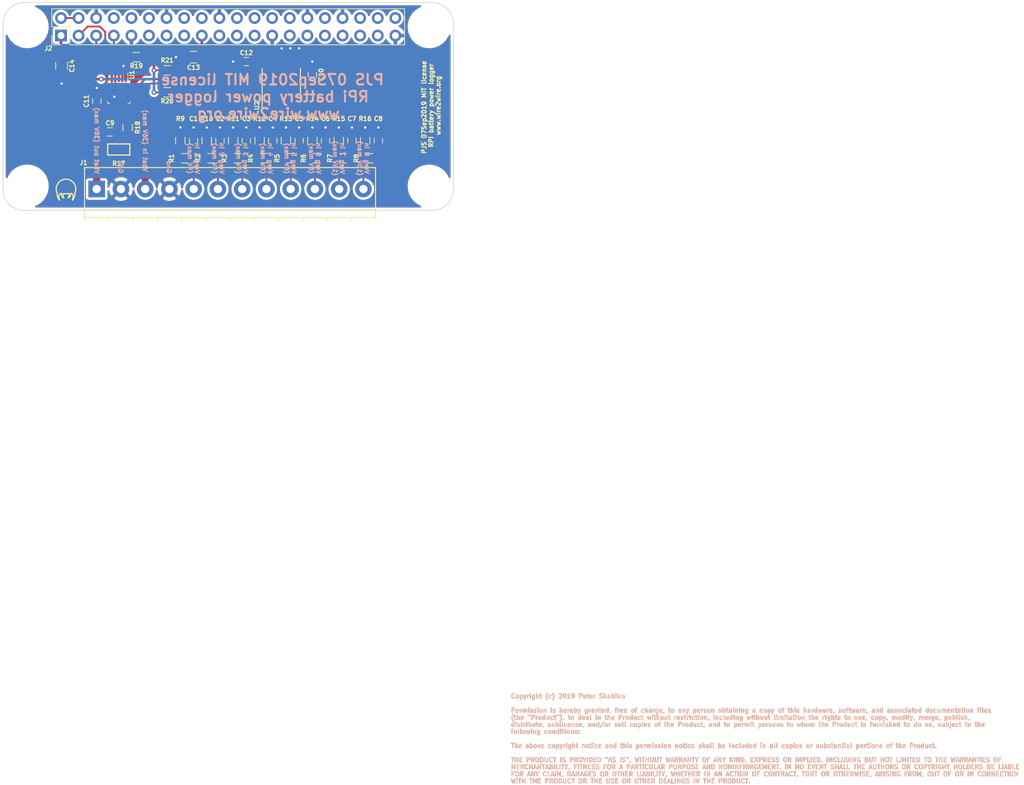
<source format=kicad_pcb>
(kicad_pcb (version 20171130) (host pcbnew "(5.1.0)-1")

  (general
    (thickness 1.6)
    (drawings 26)
    (tracks 279)
    (zones 0)
    (modules 44)
    (nets 54)
  )

  (page A4)
  (layers
    (0 F.Cu signal)
    (31 B.Cu signal)
    (34 B.Paste user)
    (35 F.Paste user)
    (36 B.SilkS user hide)
    (37 F.SilkS user)
    (38 B.Mask user)
    (39 F.Mask user)
    (40 Dwgs.User user)
    (41 Cmts.User user)
    (44 Edge.Cuts user)
    (45 Margin user)
    (46 B.CrtYd user)
    (47 F.CrtYd user)
    (48 B.Fab user)
    (49 F.Fab user)
  )

  (setup
    (last_trace_width 0.381)
    (user_trace_width 0.1778)
    (user_trace_width 0.254)
    (user_trace_width 0.3048)
    (user_trace_width 0.381)
    (user_trace_width 0.508)
    (user_trace_width 0.635)
    (user_trace_width 0.762)
    (user_trace_width 1.016)
    (trace_clearance 0.1778)
    (zone_clearance 0.3556)
    (zone_45_only yes)
    (trace_min 0.1778)
    (via_size 0.69)
    (via_drill 0.3302)
    (via_min_size 0.6858)
    (via_min_drill 0.32766)
    (user_via 0.6858 0.3302)
    (user_via 0.8636 0.508)
    (user_via 1.1176 0.762)
    (user_via 1.3716 1.016)
    (uvia_size 0.508)
    (uvia_drill 0.127)
    (uvias_allowed no)
    (uvia_min_size 0.508)
    (uvia_min_drill 0.127)
    (edge_width 0.15)
    (segment_width 0.2)
    (pcb_text_width 0.3)
    (pcb_text_size 1.5 1.5)
    (mod_edge_width 0.15)
    (mod_text_size 0.508 0.508)
    (mod_text_width 0.127)
    (pad_size 1.7272 1.7272)
    (pad_drill 1.016)
    (pad_to_mask_clearance 0.1016)
    (aux_axis_origin 139.065 111.125)
    (visible_elements 7FFDDF7F)
    (pcbplotparams
      (layerselection 0x010fc_80000001)
      (usegerberextensions true)
      (usegerberattributes false)
      (usegerberadvancedattributes false)
      (creategerberjobfile false)
      (excludeedgelayer true)
      (linewidth 0.100000)
      (plotframeref false)
      (viasonmask false)
      (mode 1)
      (useauxorigin false)
      (hpglpennumber 1)
      (hpglpenspeed 20)
      (hpglpendiameter 15.000000)
      (psnegative false)
      (psa4output false)
      (plotreference true)
      (plotvalue false)
      (plotinvisibletext false)
      (padsonsilk false)
      (subtractmaskfromsilk true)
      (outputformat 1)
      (mirror false)
      (drillshape 0)
      (scaleselection 1)
      (outputdirectory "Gerber/"))
  )

  (net 0 "")
  (net 1 "Net-(J1-Pad10)")
  (net 2 "Net-(J1-Pad12)")
  (net 3 "Net-(J1-Pad6)")
  (net 4 "Net-(J1-Pad8)")
  (net 5 "Net-(J1-Pad3)")
  (net 6 "Net-(J1-Pad1)")
  (net 7 "Net-(J1-Pad5)")
  (net 8 "Net-(J1-Pad7)")
  (net 9 "Net-(J1-Pad9)")
  (net 10 "Net-(J1-Pad11)")
  (net 11 "Net-(J2-Pad8)")
  (net 12 "Net-(J2-Pad10)")
  (net 13 "Net-(J2-Pad11)")
  (net 14 "Net-(J2-Pad12)")
  (net 15 "Net-(J2-Pad13)")
  (net 16 "Net-(J2-Pad15)")
  (net 17 "Net-(J2-Pad16)")
  (net 18 "Net-(J2-Pad18)")
  (net 19 "Net-(J2-Pad19)")
  (net 20 "Net-(J2-Pad21)")
  (net 21 "Net-(J2-Pad22)")
  (net 22 "Net-(J2-Pad23)")
  (net 23 "Net-(J2-Pad24)")
  (net 24 "Net-(J2-Pad26)")
  (net 25 "Net-(J2-Pad27)")
  (net 26 "Net-(J2-Pad28)")
  (net 27 "Net-(J2-Pad29)")
  (net 28 "Net-(J2-Pad31)")
  (net 29 "Net-(J2-Pad32)")
  (net 30 "Net-(J2-Pad33)")
  (net 31 "Net-(J2-Pad35)")
  (net 32 "Net-(J2-Pad36)")
  (net 33 "Net-(J2-Pad37)")
  (net 34 "Net-(J2-Pad38)")
  (net 35 "Net-(J2-Pad40)")
  (net 36 GND)
  (net 37 "Net-(C1-Pad1)")
  (net 38 "Net-(C2-Pad1)")
  (net 39 "Net-(C3-Pad1)")
  (net 40 "Net-(C4-Pad1)")
  (net 41 "Net-(C5-Pad1)")
  (net 42 "Net-(C6-Pad1)")
  (net 43 "Net-(C7-Pad1)")
  (net 44 "Net-(C8-Pad1)")
  (net 45 "Net-(C9-Pad2)")
  (net 46 "Net-(C9-Pad1)")
  (net 47 "Net-(C10-Pad1)")
  (net 48 +3V3)
  (net 49 +5V)
  (net 50 SDA)
  (net 51 SCL)
  (net 52 Alert)
  (net 53 "Net-(R17-Pad3)")

  (net_class Default "This is the default net class."
    (clearance 0.1778)
    (trace_width 0.1778)
    (via_dia 0.69)
    (via_drill 0.3302)
    (uvia_dia 0.508)
    (uvia_drill 0.127)
    (add_net +3V3)
    (add_net +5V)
    (add_net Alert)
    (add_net GND)
    (add_net "Net-(C1-Pad1)")
    (add_net "Net-(C10-Pad1)")
    (add_net "Net-(C2-Pad1)")
    (add_net "Net-(C3-Pad1)")
    (add_net "Net-(C4-Pad1)")
    (add_net "Net-(C5-Pad1)")
    (add_net "Net-(C6-Pad1)")
    (add_net "Net-(C7-Pad1)")
    (add_net "Net-(C8-Pad1)")
    (add_net "Net-(C9-Pad1)")
    (add_net "Net-(C9-Pad2)")
    (add_net "Net-(J1-Pad1)")
    (add_net "Net-(J1-Pad10)")
    (add_net "Net-(J1-Pad11)")
    (add_net "Net-(J1-Pad12)")
    (add_net "Net-(J1-Pad3)")
    (add_net "Net-(J1-Pad5)")
    (add_net "Net-(J1-Pad6)")
    (add_net "Net-(J1-Pad7)")
    (add_net "Net-(J1-Pad8)")
    (add_net "Net-(J1-Pad9)")
    (add_net "Net-(J2-Pad10)")
    (add_net "Net-(J2-Pad11)")
    (add_net "Net-(J2-Pad12)")
    (add_net "Net-(J2-Pad13)")
    (add_net "Net-(J2-Pad15)")
    (add_net "Net-(J2-Pad16)")
    (add_net "Net-(J2-Pad18)")
    (add_net "Net-(J2-Pad19)")
    (add_net "Net-(J2-Pad21)")
    (add_net "Net-(J2-Pad22)")
    (add_net "Net-(J2-Pad23)")
    (add_net "Net-(J2-Pad24)")
    (add_net "Net-(J2-Pad26)")
    (add_net "Net-(J2-Pad27)")
    (add_net "Net-(J2-Pad28)")
    (add_net "Net-(J2-Pad29)")
    (add_net "Net-(J2-Pad31)")
    (add_net "Net-(J2-Pad32)")
    (add_net "Net-(J2-Pad33)")
    (add_net "Net-(J2-Pad35)")
    (add_net "Net-(J2-Pad36)")
    (add_net "Net-(J2-Pad37)")
    (add_net "Net-(J2-Pad38)")
    (add_net "Net-(J2-Pad40)")
    (add_net "Net-(J2-Pad8)")
    (add_net "Net-(R17-Pad3)")
    (add_net SCL)
    (add_net SDA)
  )

  (module Housings_SSOP:TSSOP-16_4.4x5mm_Pitch0.65mm (layer F.Cu) (tedit 54130A77) (tstamp 5D733CE7)
    (at 145.415 79.375 90)
    (descr "16-Lead Plastic Thin Shrink Small Outline (ST)-4.4 mm Body [TSSOP] (see Microchip Packaging Specification 00000049BS.pdf)")
    (tags "SSOP 0.65")
    (path /5CE91D79)
    (attr smd)
    (fp_text reference U2 (at -3.175 -3.55 90) (layer F.SilkS)
      (effects (font (size 0.635 0.635) (thickness 0.15)))
    )
    (fp_text value NCD9830 (at 0 3.55 90) (layer F.Fab)
      (effects (font (size 1 1) (thickness 0.15)))
    )
    (fp_line (start -1.2 -2.5) (end 2.2 -2.5) (layer F.Fab) (width 0.15))
    (fp_line (start 2.2 -2.5) (end 2.2 2.5) (layer F.Fab) (width 0.15))
    (fp_line (start 2.2 2.5) (end -2.2 2.5) (layer F.Fab) (width 0.15))
    (fp_line (start -2.2 2.5) (end -2.2 -1.5) (layer F.Fab) (width 0.15))
    (fp_line (start -2.2 -1.5) (end -1.2 -2.5) (layer F.Fab) (width 0.15))
    (fp_line (start -3.95 -2.9) (end -3.95 2.8) (layer F.CrtYd) (width 0.05))
    (fp_line (start 3.95 -2.9) (end 3.95 2.8) (layer F.CrtYd) (width 0.05))
    (fp_line (start -3.95 -2.9) (end 3.95 -2.9) (layer F.CrtYd) (width 0.05))
    (fp_line (start -3.95 2.8) (end 3.95 2.8) (layer F.CrtYd) (width 0.05))
    (fp_line (start -2.2 2.725) (end 2.2 2.725) (layer F.SilkS) (width 0.15))
    (fp_line (start -3.775 -2.8) (end 2.2 -2.8) (layer F.SilkS) (width 0.15))
    (fp_text user %R (at 0 0 90) (layer F.Fab)
      (effects (font (size 0.635 0.635) (thickness 0.15)))
    )
    (pad 1 smd rect (at -2.95 -2.275 90) (size 1.5 0.45) (layers F.Cu F.Paste F.Mask)
      (net 37 "Net-(C1-Pad1)"))
    (pad 2 smd rect (at -2.95 -1.625 90) (size 1.5 0.45) (layers F.Cu F.Paste F.Mask)
      (net 38 "Net-(C2-Pad1)"))
    (pad 3 smd rect (at -2.95 -0.975 90) (size 1.5 0.45) (layers F.Cu F.Paste F.Mask)
      (net 39 "Net-(C3-Pad1)"))
    (pad 4 smd rect (at -2.95 -0.325 90) (size 1.5 0.45) (layers F.Cu F.Paste F.Mask)
      (net 40 "Net-(C4-Pad1)"))
    (pad 5 smd rect (at -2.95 0.325 90) (size 1.5 0.45) (layers F.Cu F.Paste F.Mask)
      (net 41 "Net-(C5-Pad1)"))
    (pad 6 smd rect (at -2.95 0.975 90) (size 1.5 0.45) (layers F.Cu F.Paste F.Mask)
      (net 42 "Net-(C6-Pad1)"))
    (pad 7 smd rect (at -2.95 1.625 90) (size 1.5 0.45) (layers F.Cu F.Paste F.Mask)
      (net 43 "Net-(C7-Pad1)"))
    (pad 8 smd rect (at -2.95 2.275 90) (size 1.5 0.45) (layers F.Cu F.Paste F.Mask)
      (net 44 "Net-(C8-Pad1)"))
    (pad 9 smd rect (at 2.95 2.275 90) (size 1.5 0.45) (layers F.Cu F.Paste F.Mask)
      (net 36 GND))
    (pad 10 smd rect (at 2.95 1.625 90) (size 1.5 0.45) (layers F.Cu F.Paste F.Mask)
      (net 47 "Net-(C10-Pad1)"))
    (pad 11 smd rect (at 2.95 0.975 90) (size 1.5 0.45) (layers F.Cu F.Paste F.Mask)
      (net 36 GND))
    (pad 12 smd rect (at 2.95 0.325 90) (size 1.5 0.45) (layers F.Cu F.Paste F.Mask)
      (net 36 GND))
    (pad 13 smd rect (at 2.95 -0.325 90) (size 1.5 0.45) (layers F.Cu F.Paste F.Mask)
      (net 36 GND))
    (pad 14 smd rect (at 2.95 -0.975 90) (size 1.5 0.45) (layers F.Cu F.Paste F.Mask)
      (net 51 SCL))
    (pad 15 smd rect (at 2.95 -1.625 90) (size 1.5 0.45) (layers F.Cu F.Paste F.Mask)
      (net 50 SDA))
    (pad 16 smd rect (at 2.95 -2.275 90) (size 1.5 0.45) (layers F.Cu F.Paste F.Mask)
      (net 48 +3V3))
    (model ${KISYS3DMOD}/Housings_SSOP.3dshapes/TSSOP-16_4.4x5mm_Pitch0.65mm.wrl
      (at (xyz 0 0 0))
      (scale (xyz 1 1 1))
      (rotate (xyz 0 0 0))
    )
  )

  (module digikey-footprints:MSOP-10_W3mm (layer F.Cu) (tedit 596E4A9E) (tstamp 5D733CE4)
    (at 121.92 80.645 180)
    (path /5CE919FB)
    (fp_text reference U1 (at -1.905 2.54 270) (layer F.SilkS)
      (effects (font (size 0.635 0.635) (thickness 0.15)))
    )
    (fp_text value INA233 (at 0 4.8 180) (layer F.Fab)
      (effects (font (size 1 1) (thickness 0.15)))
    )
    (fp_line (start 1.45 -1.45) (end 1.45 1.45) (layer F.Fab) (width 0.1))
    (fp_line (start -1.45 -1.45) (end 1.45 -1.45) (layer F.Fab) (width 0.1))
    (fp_line (start -1.45 1.1) (end -1.1 1.45) (layer F.Fab) (width 0.1))
    (fp_line (start -1.45 -1.45) (end -1.45 1.1) (layer F.Fab) (width 0.1))
    (fp_line (start -1.1 1.45) (end 1.45 1.45) (layer F.Fab) (width 0.1))
    (fp_line (start -1.75 -3.18) (end 1.75 -3.18) (layer F.CrtYd) (width 0.05))
    (fp_line (start -1.75 3.18) (end 1.75 3.18) (layer F.CrtYd) (width 0.05))
    (fp_line (start -1.75 3.18) (end -1.75 -3.18) (layer F.CrtYd) (width 0.05))
    (fp_line (start 1.75 -3.18) (end 1.75 3.18) (layer F.CrtYd) (width 0.05))
    (fp_line (start -1.3 1.6) (end -1.3 2.8) (layer F.SilkS) (width 0.1))
    (fp_line (start -1.6 1.3) (end -1.3 1.6) (layer F.SilkS) (width 0.1))
    (fp_line (start 1.6 1.6) (end 1.3 1.6) (layer F.SilkS) (width 0.1))
    (fp_line (start 1.6 1.3) (end 1.6 1.6) (layer F.SilkS) (width 0.1))
    (fp_line (start 1.6 -1.6) (end 1.6 -1.3) (layer F.SilkS) (width 0.1))
    (fp_line (start 1.3 -1.6) (end 1.6 -1.6) (layer F.SilkS) (width 0.1))
    (fp_line (start -1.6 -1.6) (end -1.3 -1.6) (layer F.SilkS) (width 0.1))
    (fp_line (start -1.6 -1.3) (end -1.6 -1.6) (layer F.SilkS) (width 0.1))
    (fp_text user REF** (at 0 0 180) (layer F.Fab)
      (effects (font (size 0.5 0.5) (thickness 0.05)))
    )
    (pad 10 smd rect (at -1 -2.2 180) (size 0.3 1.45) (layers F.Cu F.Paste F.Mask)
      (net 46 "Net-(C9-Pad1)") (solder_mask_margin 0.05))
    (pad 9 smd rect (at -0.5 -2.2 180) (size 0.3 1.45) (layers F.Cu F.Paste F.Mask)
      (net 45 "Net-(C9-Pad2)") (solder_mask_margin 0.05))
    (pad 8 smd rect (at 0 -2.2 180) (size 0.3 1.45) (layers F.Cu F.Paste F.Mask)
      (net 5 "Net-(J1-Pad3)") (solder_mask_margin 0.05))
    (pad 7 smd rect (at 0.5 -2.2 180) (size 0.3 1.45) (layers F.Cu F.Paste F.Mask)
      (net 36 GND) (solder_mask_margin 0.05))
    (pad 5 smd rect (at 1 2.2 180) (size 0.3 1.45) (layers F.Cu F.Paste F.Mask)
      (net 51 SCL) (solder_mask_margin 0.05))
    (pad 4 smd rect (at 0.5 2.2 180) (size 0.3 1.45) (layers F.Cu F.Paste F.Mask)
      (net 50 SDA) (solder_mask_margin 0.05))
    (pad 3 smd rect (at 0 2.2 180) (size 0.3 1.45) (layers F.Cu F.Paste F.Mask)
      (net 52 Alert) (solder_mask_margin 0.05))
    (pad 2 smd rect (at -0.5 2.2 180) (size 0.3 1.45) (layers F.Cu F.Paste F.Mask)
      (net 36 GND) (solder_mask_margin 0.05))
    (pad 6 smd rect (at 1 -2.2 180) (size 0.3 1.45) (layers F.Cu F.Paste F.Mask)
      (net 48 +3V3) (solder_mask_margin 0.05))
    (pad 1 smd rect (at -1 2.2 180) (size 0.3 1.45) (layers F.Cu F.Paste F.Mask)
      (net 36 GND) (solder_mask_margin 0.05))
  )

  (module Resistors_SMD:R_0603 (layer F.Cu) (tedit 58E0A804) (tstamp 5D733CC4)
    (at 128.905 77.47)
    (descr "Resistor SMD 0603, reflow soldering, Vishay (see dcrcw.pdf)")
    (tags "resistor 0603")
    (path /5CE99D6F)
    (attr smd)
    (fp_text reference R21 (at 0 -1.45) (layer F.SilkS)
      (effects (font (size 0.635 0.635) (thickness 0.15)))
    )
    (fp_text value 10k (at 0 1.5) (layer F.Fab)
      (effects (font (size 1 1) (thickness 0.15)))
    )
    (fp_text user %R (at 0 0) (layer F.Fab)
      (effects (font (size 0.635 0.635) (thickness 0.075)))
    )
    (fp_line (start -0.8 0.4) (end -0.8 -0.4) (layer F.Fab) (width 0.1))
    (fp_line (start 0.8 0.4) (end -0.8 0.4) (layer F.Fab) (width 0.1))
    (fp_line (start 0.8 -0.4) (end 0.8 0.4) (layer F.Fab) (width 0.1))
    (fp_line (start -0.8 -0.4) (end 0.8 -0.4) (layer F.Fab) (width 0.1))
    (fp_line (start 0.5 0.68) (end -0.5 0.68) (layer F.SilkS) (width 0.12))
    (fp_line (start -0.5 -0.68) (end 0.5 -0.68) (layer F.SilkS) (width 0.12))
    (fp_line (start -1.25 -0.7) (end 1.25 -0.7) (layer F.CrtYd) (width 0.05))
    (fp_line (start -1.25 -0.7) (end -1.25 0.7) (layer F.CrtYd) (width 0.05))
    (fp_line (start 1.25 0.7) (end 1.25 -0.7) (layer F.CrtYd) (width 0.05))
    (fp_line (start 1.25 0.7) (end -1.25 0.7) (layer F.CrtYd) (width 0.05))
    (pad 1 smd rect (at -0.75 0) (size 0.5 0.9) (layers F.Cu F.Paste F.Mask)
      (net 48 +3V3))
    (pad 2 smd rect (at 0.75 0) (size 0.5 0.9) (layers F.Cu F.Paste F.Mask)
      (net 50 SDA))
    (model ${KISYS3DMOD}/Resistors_SMD.3dshapes/R_0603.wrl
      (at (xyz 0 0 0))
      (scale (xyz 1 1 1))
      (rotate (xyz 0 0 0))
    )
  )

  (module Resistors_SMD:R_0603 (layer F.Cu) (tedit 58E0A804) (tstamp 5D733CC1)
    (at 128.905 80.645)
    (descr "Resistor SMD 0603, reflow soldering, Vishay (see dcrcw.pdf)")
    (tags "resistor 0603")
    (path /5CE99B11)
    (attr smd)
    (fp_text reference R20 (at 0 1.27) (layer F.SilkS)
      (effects (font (size 0.635 0.635) (thickness 0.15)))
    )
    (fp_text value 10k (at 0 1.5) (layer F.Fab)
      (effects (font (size 1 1) (thickness 0.15)))
    )
    (fp_text user %R (at 0 0) (layer F.Fab)
      (effects (font (size 0.635 0.635) (thickness 0.075)))
    )
    (fp_line (start -0.8 0.4) (end -0.8 -0.4) (layer F.Fab) (width 0.1))
    (fp_line (start 0.8 0.4) (end -0.8 0.4) (layer F.Fab) (width 0.1))
    (fp_line (start 0.8 -0.4) (end 0.8 0.4) (layer F.Fab) (width 0.1))
    (fp_line (start -0.8 -0.4) (end 0.8 -0.4) (layer F.Fab) (width 0.1))
    (fp_line (start 0.5 0.68) (end -0.5 0.68) (layer F.SilkS) (width 0.12))
    (fp_line (start -0.5 -0.68) (end 0.5 -0.68) (layer F.SilkS) (width 0.12))
    (fp_line (start -1.25 -0.7) (end 1.25 -0.7) (layer F.CrtYd) (width 0.05))
    (fp_line (start -1.25 -0.7) (end -1.25 0.7) (layer F.CrtYd) (width 0.05))
    (fp_line (start 1.25 0.7) (end 1.25 -0.7) (layer F.CrtYd) (width 0.05))
    (fp_line (start 1.25 0.7) (end -1.25 0.7) (layer F.CrtYd) (width 0.05))
    (pad 1 smd rect (at -0.75 0) (size 0.5 0.9) (layers F.Cu F.Paste F.Mask)
      (net 48 +3V3))
    (pad 2 smd rect (at 0.75 0) (size 0.5 0.9) (layers F.Cu F.Paste F.Mask)
      (net 51 SCL))
    (model ${KISYS3DMOD}/Resistors_SMD.3dshapes/R_0603.wrl
      (at (xyz 0 0 0))
      (scale (xyz 1 1 1))
      (rotate (xyz 0 0 0))
    )
  )

  (module Resistors_SMD:R_0603 (layer F.Cu) (tedit 58E0A804) (tstamp 5D733CBE)
    (at 124.46 75.565 180)
    (descr "Resistor SMD 0603, reflow soldering, Vishay (see dcrcw.pdf)")
    (tags "resistor 0603")
    (path /5CE98F75)
    (attr smd)
    (fp_text reference R19 (at 0 -1.27 180) (layer F.SilkS)
      (effects (font (size 0.635 0.635) (thickness 0.15)))
    )
    (fp_text value 10k (at 0 1.5 180) (layer F.Fab)
      (effects (font (size 1 1) (thickness 0.15)))
    )
    (fp_text user %R (at 0 0 180) (layer F.Fab)
      (effects (font (size 0.635 0.635) (thickness 0.075)))
    )
    (fp_line (start -0.8 0.4) (end -0.8 -0.4) (layer F.Fab) (width 0.1))
    (fp_line (start 0.8 0.4) (end -0.8 0.4) (layer F.Fab) (width 0.1))
    (fp_line (start 0.8 -0.4) (end 0.8 0.4) (layer F.Fab) (width 0.1))
    (fp_line (start -0.8 -0.4) (end 0.8 -0.4) (layer F.Fab) (width 0.1))
    (fp_line (start 0.5 0.68) (end -0.5 0.68) (layer F.SilkS) (width 0.12))
    (fp_line (start -0.5 -0.68) (end 0.5 -0.68) (layer F.SilkS) (width 0.12))
    (fp_line (start -1.25 -0.7) (end 1.25 -0.7) (layer F.CrtYd) (width 0.05))
    (fp_line (start -1.25 -0.7) (end -1.25 0.7) (layer F.CrtYd) (width 0.05))
    (fp_line (start 1.25 0.7) (end 1.25 -0.7) (layer F.CrtYd) (width 0.05))
    (fp_line (start 1.25 0.7) (end -1.25 0.7) (layer F.CrtYd) (width 0.05))
    (pad 1 smd rect (at -0.75 0 180) (size 0.5 0.9) (layers F.Cu F.Paste F.Mask)
      (net 48 +3V3))
    (pad 2 smd rect (at 0.75 0 180) (size 0.5 0.9) (layers F.Cu F.Paste F.Mask)
      (net 52 Alert))
    (model ${KISYS3DMOD}/Resistors_SMD.3dshapes/R_0603.wrl
      (at (xyz 0 0 0))
      (scale (xyz 1 1 1))
      (rotate (xyz 0 0 0))
    )
  )

  (module Resistors_SMD:R_0603 (layer F.Cu) (tedit 58E0A804) (tstamp 5D733CBB)
    (at 123.19 85.725 270)
    (descr "Resistor SMD 0603, reflow soldering, Vishay (see dcrcw.pdf)")
    (tags "resistor 0603")
    (path /5CEBDB5E)
    (attr smd)
    (fp_text reference R18 (at 0 -1.45 270) (layer F.SilkS)
      (effects (font (size 0.635 0.635) (thickness 0.15)))
    )
    (fp_text value 5 (at 0 1.5 270) (layer F.Fab)
      (effects (font (size 1 1) (thickness 0.15)))
    )
    (fp_text user %R (at 0 0 270) (layer F.Fab)
      (effects (font (size 0.635 0.635) (thickness 0.075)))
    )
    (fp_line (start -0.8 0.4) (end -0.8 -0.4) (layer F.Fab) (width 0.1))
    (fp_line (start 0.8 0.4) (end -0.8 0.4) (layer F.Fab) (width 0.1))
    (fp_line (start 0.8 -0.4) (end 0.8 0.4) (layer F.Fab) (width 0.1))
    (fp_line (start -0.8 -0.4) (end 0.8 -0.4) (layer F.Fab) (width 0.1))
    (fp_line (start 0.5 0.68) (end -0.5 0.68) (layer F.SilkS) (width 0.12))
    (fp_line (start -0.5 -0.68) (end 0.5 -0.68) (layer F.SilkS) (width 0.12))
    (fp_line (start -1.25 -0.7) (end 1.25 -0.7) (layer F.CrtYd) (width 0.05))
    (fp_line (start -1.25 -0.7) (end -1.25 0.7) (layer F.CrtYd) (width 0.05))
    (fp_line (start 1.25 0.7) (end 1.25 -0.7) (layer F.CrtYd) (width 0.05))
    (fp_line (start 1.25 0.7) (end -1.25 0.7) (layer F.CrtYd) (width 0.05))
    (pad 1 smd rect (at -0.75 0 270) (size 0.5 0.9) (layers F.Cu F.Paste F.Mask)
      (net 46 "Net-(C9-Pad1)"))
    (pad 2 smd rect (at 0.75 0 270) (size 0.5 0.9) (layers F.Cu F.Paste F.Mask)
      (net 53 "Net-(R17-Pad3)"))
    (model ${KISYS3DMOD}/Resistors_SMD.3dshapes/R_0603.wrl
      (at (xyz 0 0 0))
      (scale (xyz 1 1 1))
      (rotate (xyz 0 0 0))
    )
  )

  (module PJS_smt_parts:LVK12 (layer F.Cu) (tedit 5D6D8CAB) (tstamp 5D733CB8)
    (at 121.92 88.9)
    (path /5D773087)
    (fp_text reference R17 (at 0 2.032) (layer F.SilkS)
      (effects (font (size 0.635 0.635) (thickness 0.15)))
    )
    (fp_text value LVK12R010DER (at 0 -2.159) (layer F.Fab)
      (effects (font (size 1 1) (thickness 0.15)))
    )
    (fp_line (start -1.6 0.8) (end -1.6 -0.8) (layer F.SilkS) (width 0.18))
    (fp_line (start 1.6 0.8) (end -1.6 0.8) (layer F.SilkS) (width 0.18))
    (fp_line (start 1.6 -0.8) (end 1.6 0.8) (layer F.SilkS) (width 0.18))
    (fp_line (start -1.6 -0.8) (end 1.6 -0.8) (layer F.SilkS) (width 0.18))
    (pad 4 smd rect (at 1.375 0.7) (size 1.75 1.1) (layers F.Cu F.Paste F.Mask)
      (net 5 "Net-(J1-Pad3)"))
    (pad 3 smd rect (at 1.375 -0.7) (size 1.75 1.1) (layers F.Cu F.Paste F.Mask)
      (net 53 "Net-(R17-Pad3)"))
    (pad 2 smd rect (at -1.375 -0.7) (size 1.75 1.1) (layers F.Cu F.Paste F.Mask)
      (net 45 "Net-(C9-Pad2)"))
    (pad 1 smd rect (at -1.375 0.7) (size 1.75 1.1) (layers F.Cu F.Paste F.Mask)
      (net 6 "Net-(J1-Pad1)"))
  )

  (module Resistors_SMD:R_0603 (layer F.Cu) (tedit 58E0A804) (tstamp 5D733CAC)
    (at 157.48 87.63 90)
    (descr "Resistor SMD 0603, reflow soldering, Vishay (see dcrcw.pdf)")
    (tags "resistor 0603")
    (path /5CF6113E)
    (attr smd)
    (fp_text reference R16 (at 3.175 0 180) (layer F.SilkS)
      (effects (font (size 0.635 0.635) (thickness 0.15)))
    )
    (fp_text value 100k (at 0 1.5 90) (layer F.Fab)
      (effects (font (size 1 1) (thickness 0.15)))
    )
    (fp_text user %R (at 0 0 90) (layer F.Fab)
      (effects (font (size 0.635 0.635) (thickness 0.075)))
    )
    (fp_line (start -0.8 0.4) (end -0.8 -0.4) (layer F.Fab) (width 0.1))
    (fp_line (start 0.8 0.4) (end -0.8 0.4) (layer F.Fab) (width 0.1))
    (fp_line (start 0.8 -0.4) (end 0.8 0.4) (layer F.Fab) (width 0.1))
    (fp_line (start -0.8 -0.4) (end 0.8 -0.4) (layer F.Fab) (width 0.1))
    (fp_line (start 0.5 0.68) (end -0.5 0.68) (layer F.SilkS) (width 0.12))
    (fp_line (start -0.5 -0.68) (end 0.5 -0.68) (layer F.SilkS) (width 0.12))
    (fp_line (start -1.25 -0.7) (end 1.25 -0.7) (layer F.CrtYd) (width 0.05))
    (fp_line (start -1.25 -0.7) (end -1.25 0.7) (layer F.CrtYd) (width 0.05))
    (fp_line (start 1.25 0.7) (end 1.25 -0.7) (layer F.CrtYd) (width 0.05))
    (fp_line (start 1.25 0.7) (end -1.25 0.7) (layer F.CrtYd) (width 0.05))
    (pad 1 smd rect (at -0.75 0 90) (size 0.5 0.9) (layers F.Cu F.Paste F.Mask)
      (net 44 "Net-(C8-Pad1)"))
    (pad 2 smd rect (at 0.75 0 90) (size 0.5 0.9) (layers F.Cu F.Paste F.Mask)
      (net 36 GND))
    (model ${KISYS3DMOD}/Resistors_SMD.3dshapes/R_0603.wrl
      (at (xyz 0 0 0))
      (scale (xyz 1 1 1))
      (rotate (xyz 0 0 0))
    )
  )

  (module Resistors_SMD:R_0603 (layer F.Cu) (tedit 58E0A804) (tstamp 5D73894F)
    (at 153.67 87.63 90)
    (descr "Resistor SMD 0603, reflow soldering, Vishay (see dcrcw.pdf)")
    (tags "resistor 0603")
    (path /5CF5770F)
    (attr smd)
    (fp_text reference R15 (at 3.175 0 180) (layer F.SilkS)
      (effects (font (size 0.635 0.635) (thickness 0.15)))
    )
    (fp_text value 100k (at 0 1.5 90) (layer F.Fab)
      (effects (font (size 1 1) (thickness 0.15)))
    )
    (fp_text user %R (at 0 0 90) (layer F.Fab)
      (effects (font (size 0.635 0.635) (thickness 0.075)))
    )
    (fp_line (start -0.8 0.4) (end -0.8 -0.4) (layer F.Fab) (width 0.1))
    (fp_line (start 0.8 0.4) (end -0.8 0.4) (layer F.Fab) (width 0.1))
    (fp_line (start 0.8 -0.4) (end 0.8 0.4) (layer F.Fab) (width 0.1))
    (fp_line (start -0.8 -0.4) (end 0.8 -0.4) (layer F.Fab) (width 0.1))
    (fp_line (start 0.5 0.68) (end -0.5 0.68) (layer F.SilkS) (width 0.12))
    (fp_line (start -0.5 -0.68) (end 0.5 -0.68) (layer F.SilkS) (width 0.12))
    (fp_line (start -1.25 -0.7) (end 1.25 -0.7) (layer F.CrtYd) (width 0.05))
    (fp_line (start -1.25 -0.7) (end -1.25 0.7) (layer F.CrtYd) (width 0.05))
    (fp_line (start 1.25 0.7) (end 1.25 -0.7) (layer F.CrtYd) (width 0.05))
    (fp_line (start 1.25 0.7) (end -1.25 0.7) (layer F.CrtYd) (width 0.05))
    (pad 1 smd rect (at -0.75 0 90) (size 0.5 0.9) (layers F.Cu F.Paste F.Mask)
      (net 43 "Net-(C7-Pad1)"))
    (pad 2 smd rect (at 0.75 0 90) (size 0.5 0.9) (layers F.Cu F.Paste F.Mask)
      (net 36 GND))
    (model ${KISYS3DMOD}/Resistors_SMD.3dshapes/R_0603.wrl
      (at (xyz 0 0 0))
      (scale (xyz 1 1 1))
      (rotate (xyz 0 0 0))
    )
  )

  (module Resistors_SMD:R_0603 (layer F.Cu) (tedit 58E0A804) (tstamp 5D733CA6)
    (at 149.86 87.63 90)
    (descr "Resistor SMD 0603, reflow soldering, Vishay (see dcrcw.pdf)")
    (tags "resistor 0603")
    (path /5CF4E91F)
    (attr smd)
    (fp_text reference R14 (at 3.175 0 180) (layer F.SilkS)
      (effects (font (size 0.635 0.635) (thickness 0.15)))
    )
    (fp_text value 100k (at 0 1.5 90) (layer F.Fab)
      (effects (font (size 1 1) (thickness 0.15)))
    )
    (fp_text user %R (at 0 0 90) (layer F.Fab)
      (effects (font (size 0.635 0.635) (thickness 0.075)))
    )
    (fp_line (start -0.8 0.4) (end -0.8 -0.4) (layer F.Fab) (width 0.1))
    (fp_line (start 0.8 0.4) (end -0.8 0.4) (layer F.Fab) (width 0.1))
    (fp_line (start 0.8 -0.4) (end 0.8 0.4) (layer F.Fab) (width 0.1))
    (fp_line (start -0.8 -0.4) (end 0.8 -0.4) (layer F.Fab) (width 0.1))
    (fp_line (start 0.5 0.68) (end -0.5 0.68) (layer F.SilkS) (width 0.12))
    (fp_line (start -0.5 -0.68) (end 0.5 -0.68) (layer F.SilkS) (width 0.12))
    (fp_line (start -1.25 -0.7) (end 1.25 -0.7) (layer F.CrtYd) (width 0.05))
    (fp_line (start -1.25 -0.7) (end -1.25 0.7) (layer F.CrtYd) (width 0.05))
    (fp_line (start 1.25 0.7) (end 1.25 -0.7) (layer F.CrtYd) (width 0.05))
    (fp_line (start 1.25 0.7) (end -1.25 0.7) (layer F.CrtYd) (width 0.05))
    (pad 1 smd rect (at -0.75 0 90) (size 0.5 0.9) (layers F.Cu F.Paste F.Mask)
      (net 42 "Net-(C6-Pad1)"))
    (pad 2 smd rect (at 0.75 0 90) (size 0.5 0.9) (layers F.Cu F.Paste F.Mask)
      (net 36 GND))
    (model ${KISYS3DMOD}/Resistors_SMD.3dshapes/R_0603.wrl
      (at (xyz 0 0 0))
      (scale (xyz 1 1 1))
      (rotate (xyz 0 0 0))
    )
  )

  (module Resistors_SMD:R_0603 (layer F.Cu) (tedit 58E0A804) (tstamp 5D733CA3)
    (at 146.05 87.63 90)
    (descr "Resistor SMD 0603, reflow soldering, Vishay (see dcrcw.pdf)")
    (tags "resistor 0603")
    (path /5CF46486)
    (attr smd)
    (fp_text reference R13 (at 3.175 0 180) (layer F.SilkS)
      (effects (font (size 0.635 0.635) (thickness 0.15)))
    )
    (fp_text value 100k (at 0 1.5 90) (layer F.Fab)
      (effects (font (size 1 1) (thickness 0.15)))
    )
    (fp_text user %R (at 0 0 90) (layer F.Fab)
      (effects (font (size 0.635 0.635) (thickness 0.075)))
    )
    (fp_line (start -0.8 0.4) (end -0.8 -0.4) (layer F.Fab) (width 0.1))
    (fp_line (start 0.8 0.4) (end -0.8 0.4) (layer F.Fab) (width 0.1))
    (fp_line (start 0.8 -0.4) (end 0.8 0.4) (layer F.Fab) (width 0.1))
    (fp_line (start -0.8 -0.4) (end 0.8 -0.4) (layer F.Fab) (width 0.1))
    (fp_line (start 0.5 0.68) (end -0.5 0.68) (layer F.SilkS) (width 0.12))
    (fp_line (start -0.5 -0.68) (end 0.5 -0.68) (layer F.SilkS) (width 0.12))
    (fp_line (start -1.25 -0.7) (end 1.25 -0.7) (layer F.CrtYd) (width 0.05))
    (fp_line (start -1.25 -0.7) (end -1.25 0.7) (layer F.CrtYd) (width 0.05))
    (fp_line (start 1.25 0.7) (end 1.25 -0.7) (layer F.CrtYd) (width 0.05))
    (fp_line (start 1.25 0.7) (end -1.25 0.7) (layer F.CrtYd) (width 0.05))
    (pad 1 smd rect (at -0.75 0 90) (size 0.5 0.9) (layers F.Cu F.Paste F.Mask)
      (net 41 "Net-(C5-Pad1)"))
    (pad 2 smd rect (at 0.75 0 90) (size 0.5 0.9) (layers F.Cu F.Paste F.Mask)
      (net 36 GND))
    (model ${KISYS3DMOD}/Resistors_SMD.3dshapes/R_0603.wrl
      (at (xyz 0 0 0))
      (scale (xyz 1 1 1))
      (rotate (xyz 0 0 0))
    )
  )

  (module Resistors_SMD:R_0603 (layer F.Cu) (tedit 58E0A804) (tstamp 5D733CA0)
    (at 142.24 87.63 90)
    (descr "Resistor SMD 0603, reflow soldering, Vishay (see dcrcw.pdf)")
    (tags "resistor 0603")
    (path /5CF3DD0E)
    (attr smd)
    (fp_text reference R12 (at 3.175 0 180) (layer F.SilkS)
      (effects (font (size 0.635 0.635) (thickness 0.15)))
    )
    (fp_text value 100k (at 0 1.5 90) (layer F.Fab)
      (effects (font (size 1 1) (thickness 0.15)))
    )
    (fp_text user %R (at 0 0 90) (layer F.Fab)
      (effects (font (size 0.635 0.635) (thickness 0.075)))
    )
    (fp_line (start -0.8 0.4) (end -0.8 -0.4) (layer F.Fab) (width 0.1))
    (fp_line (start 0.8 0.4) (end -0.8 0.4) (layer F.Fab) (width 0.1))
    (fp_line (start 0.8 -0.4) (end 0.8 0.4) (layer F.Fab) (width 0.1))
    (fp_line (start -0.8 -0.4) (end 0.8 -0.4) (layer F.Fab) (width 0.1))
    (fp_line (start 0.5 0.68) (end -0.5 0.68) (layer F.SilkS) (width 0.12))
    (fp_line (start -0.5 -0.68) (end 0.5 -0.68) (layer F.SilkS) (width 0.12))
    (fp_line (start -1.25 -0.7) (end 1.25 -0.7) (layer F.CrtYd) (width 0.05))
    (fp_line (start -1.25 -0.7) (end -1.25 0.7) (layer F.CrtYd) (width 0.05))
    (fp_line (start 1.25 0.7) (end 1.25 -0.7) (layer F.CrtYd) (width 0.05))
    (fp_line (start 1.25 0.7) (end -1.25 0.7) (layer F.CrtYd) (width 0.05))
    (pad 1 smd rect (at -0.75 0 90) (size 0.5 0.9) (layers F.Cu F.Paste F.Mask)
      (net 40 "Net-(C4-Pad1)"))
    (pad 2 smd rect (at 0.75 0 90) (size 0.5 0.9) (layers F.Cu F.Paste F.Mask)
      (net 36 GND))
    (model ${KISYS3DMOD}/Resistors_SMD.3dshapes/R_0603.wrl
      (at (xyz 0 0 0))
      (scale (xyz 1 1 1))
      (rotate (xyz 0 0 0))
    )
  )

  (module Resistors_SMD:R_0603 (layer F.Cu) (tedit 58E0A804) (tstamp 5D733C9D)
    (at 138.43 87.63 90)
    (descr "Resistor SMD 0603, reflow soldering, Vishay (see dcrcw.pdf)")
    (tags "resistor 0603")
    (path /5CF373ED)
    (attr smd)
    (fp_text reference R11 (at 3.175 0 180) (layer F.SilkS)
      (effects (font (size 0.635 0.635) (thickness 0.15)))
    )
    (fp_text value 100k (at 0 1.5 90) (layer F.Fab)
      (effects (font (size 1 1) (thickness 0.15)))
    )
    (fp_text user %R (at 0 0 90) (layer F.Fab)
      (effects (font (size 0.635 0.635) (thickness 0.075)))
    )
    (fp_line (start -0.8 0.4) (end -0.8 -0.4) (layer F.Fab) (width 0.1))
    (fp_line (start 0.8 0.4) (end -0.8 0.4) (layer F.Fab) (width 0.1))
    (fp_line (start 0.8 -0.4) (end 0.8 0.4) (layer F.Fab) (width 0.1))
    (fp_line (start -0.8 -0.4) (end 0.8 -0.4) (layer F.Fab) (width 0.1))
    (fp_line (start 0.5 0.68) (end -0.5 0.68) (layer F.SilkS) (width 0.12))
    (fp_line (start -0.5 -0.68) (end 0.5 -0.68) (layer F.SilkS) (width 0.12))
    (fp_line (start -1.25 -0.7) (end 1.25 -0.7) (layer F.CrtYd) (width 0.05))
    (fp_line (start -1.25 -0.7) (end -1.25 0.7) (layer F.CrtYd) (width 0.05))
    (fp_line (start 1.25 0.7) (end 1.25 -0.7) (layer F.CrtYd) (width 0.05))
    (fp_line (start 1.25 0.7) (end -1.25 0.7) (layer F.CrtYd) (width 0.05))
    (pad 1 smd rect (at -0.75 0 90) (size 0.5 0.9) (layers F.Cu F.Paste F.Mask)
      (net 39 "Net-(C3-Pad1)"))
    (pad 2 smd rect (at 0.75 0 90) (size 0.5 0.9) (layers F.Cu F.Paste F.Mask)
      (net 36 GND))
    (model ${KISYS3DMOD}/Resistors_SMD.3dshapes/R_0603.wrl
      (at (xyz 0 0 0))
      (scale (xyz 1 1 1))
      (rotate (xyz 0 0 0))
    )
  )

  (module Resistors_SMD:R_0603 (layer F.Cu) (tedit 58E0A804) (tstamp 5D733C9A)
    (at 134.62 87.63 90)
    (descr "Resistor SMD 0603, reflow soldering, Vishay (see dcrcw.pdf)")
    (tags "resistor 0603")
    (path /5CF25892)
    (attr smd)
    (fp_text reference R10 (at 3.175 0 180) (layer F.SilkS)
      (effects (font (size 0.635 0.635) (thickness 0.15)))
    )
    (fp_text value 100k (at 0 1.5 90) (layer F.Fab)
      (effects (font (size 1 1) (thickness 0.15)))
    )
    (fp_text user %R (at 0 0 90) (layer F.Fab)
      (effects (font (size 0.635 0.635) (thickness 0.075)))
    )
    (fp_line (start -0.8 0.4) (end -0.8 -0.4) (layer F.Fab) (width 0.1))
    (fp_line (start 0.8 0.4) (end -0.8 0.4) (layer F.Fab) (width 0.1))
    (fp_line (start 0.8 -0.4) (end 0.8 0.4) (layer F.Fab) (width 0.1))
    (fp_line (start -0.8 -0.4) (end 0.8 -0.4) (layer F.Fab) (width 0.1))
    (fp_line (start 0.5 0.68) (end -0.5 0.68) (layer F.SilkS) (width 0.12))
    (fp_line (start -0.5 -0.68) (end 0.5 -0.68) (layer F.SilkS) (width 0.12))
    (fp_line (start -1.25 -0.7) (end 1.25 -0.7) (layer F.CrtYd) (width 0.05))
    (fp_line (start -1.25 -0.7) (end -1.25 0.7) (layer F.CrtYd) (width 0.05))
    (fp_line (start 1.25 0.7) (end 1.25 -0.7) (layer F.CrtYd) (width 0.05))
    (fp_line (start 1.25 0.7) (end -1.25 0.7) (layer F.CrtYd) (width 0.05))
    (pad 1 smd rect (at -0.75 0 90) (size 0.5 0.9) (layers F.Cu F.Paste F.Mask)
      (net 38 "Net-(C2-Pad1)"))
    (pad 2 smd rect (at 0.75 0 90) (size 0.5 0.9) (layers F.Cu F.Paste F.Mask)
      (net 36 GND))
    (model ${KISYS3DMOD}/Resistors_SMD.3dshapes/R_0603.wrl
      (at (xyz 0 0 0))
      (scale (xyz 1 1 1))
      (rotate (xyz 0 0 0))
    )
  )

  (module Resistors_SMD:R_0603 (layer F.Cu) (tedit 58E0A804) (tstamp 5D733C97)
    (at 130.81 87.63 90)
    (descr "Resistor SMD 0603, reflow soldering, Vishay (see dcrcw.pdf)")
    (tags "resistor 0603")
    (path /5CF0A0A8)
    (attr smd)
    (fp_text reference R9 (at 3.175 0 180) (layer F.SilkS)
      (effects (font (size 0.635 0.635) (thickness 0.15)))
    )
    (fp_text value 100k (at 0 1.5 90) (layer F.Fab)
      (effects (font (size 1 1) (thickness 0.15)))
    )
    (fp_text user %R (at 0 0 90) (layer F.Fab)
      (effects (font (size 0.635 0.635) (thickness 0.075)))
    )
    (fp_line (start -0.8 0.4) (end -0.8 -0.4) (layer F.Fab) (width 0.1))
    (fp_line (start 0.8 0.4) (end -0.8 0.4) (layer F.Fab) (width 0.1))
    (fp_line (start 0.8 -0.4) (end 0.8 0.4) (layer F.Fab) (width 0.1))
    (fp_line (start -0.8 -0.4) (end 0.8 -0.4) (layer F.Fab) (width 0.1))
    (fp_line (start 0.5 0.68) (end -0.5 0.68) (layer F.SilkS) (width 0.12))
    (fp_line (start -0.5 -0.68) (end 0.5 -0.68) (layer F.SilkS) (width 0.12))
    (fp_line (start -1.25 -0.7) (end 1.25 -0.7) (layer F.CrtYd) (width 0.05))
    (fp_line (start -1.25 -0.7) (end -1.25 0.7) (layer F.CrtYd) (width 0.05))
    (fp_line (start 1.25 0.7) (end 1.25 -0.7) (layer F.CrtYd) (width 0.05))
    (fp_line (start 1.25 0.7) (end -1.25 0.7) (layer F.CrtYd) (width 0.05))
    (pad 1 smd rect (at -0.75 0 90) (size 0.5 0.9) (layers F.Cu F.Paste F.Mask)
      (net 37 "Net-(C1-Pad1)"))
    (pad 2 smd rect (at 0.75 0 90) (size 0.5 0.9) (layers F.Cu F.Paste F.Mask)
      (net 36 GND))
    (model ${KISYS3DMOD}/Resistors_SMD.3dshapes/R_0603.wrl
      (at (xyz 0 0 0))
      (scale (xyz 1 1 1))
      (rotate (xyz 0 0 0))
    )
  )

  (module Resistors_SMD:R_0603 (layer F.Cu) (tedit 58E0A804) (tstamp 5D733C94)
    (at 158.115 90.17)
    (descr "Resistor SMD 0603, reflow soldering, Vishay (see dcrcw.pdf)")
    (tags "resistor 0603")
    (path /5CF61134)
    (attr smd)
    (fp_text reference R8 (at -1.905 0 90) (layer F.SilkS)
      (effects (font (size 0.635 0.635) (thickness 0.15)))
    )
    (fp_text value 500k (at 0 1.5) (layer F.Fab)
      (effects (font (size 1 1) (thickness 0.15)))
    )
    (fp_line (start 1.25 0.7) (end -1.25 0.7) (layer F.CrtYd) (width 0.05))
    (fp_line (start 1.25 0.7) (end 1.25 -0.7) (layer F.CrtYd) (width 0.05))
    (fp_line (start -1.25 -0.7) (end -1.25 0.7) (layer F.CrtYd) (width 0.05))
    (fp_line (start -1.25 -0.7) (end 1.25 -0.7) (layer F.CrtYd) (width 0.05))
    (fp_line (start -0.5 -0.68) (end 0.5 -0.68) (layer F.SilkS) (width 0.12))
    (fp_line (start 0.5 0.68) (end -0.5 0.68) (layer F.SilkS) (width 0.12))
    (fp_line (start -0.8 -0.4) (end 0.8 -0.4) (layer F.Fab) (width 0.1))
    (fp_line (start 0.8 -0.4) (end 0.8 0.4) (layer F.Fab) (width 0.1))
    (fp_line (start 0.8 0.4) (end -0.8 0.4) (layer F.Fab) (width 0.1))
    (fp_line (start -0.8 0.4) (end -0.8 -0.4) (layer F.Fab) (width 0.1))
    (fp_text user %R (at 0 0) (layer F.Fab)
      (effects (font (size 0.635 0.635) (thickness 0.075)))
    )
    (pad 2 smd rect (at 0.75 0) (size 0.5 0.9) (layers F.Cu F.Paste F.Mask)
      (net 2 "Net-(J1-Pad12)"))
    (pad 1 smd rect (at -0.75 0) (size 0.5 0.9) (layers F.Cu F.Paste F.Mask)
      (net 44 "Net-(C8-Pad1)"))
    (model ${KISYS3DMOD}/Resistors_SMD.3dshapes/R_0603.wrl
      (at (xyz 0 0 0))
      (scale (xyz 1 1 1))
      (rotate (xyz 0 0 0))
    )
  )

  (module Resistors_SMD:R_0603 (layer F.Cu) (tedit 58E0A804) (tstamp 5D733C91)
    (at 154.305 90.17)
    (descr "Resistor SMD 0603, reflow soldering, Vishay (see dcrcw.pdf)")
    (tags "resistor 0603")
    (path /5CF57705)
    (attr smd)
    (fp_text reference R7 (at -1.905 0 90) (layer F.SilkS)
      (effects (font (size 0.635 0.635) (thickness 0.15)))
    )
    (fp_text value 500k (at 0 1.5) (layer F.Fab)
      (effects (font (size 1 1) (thickness 0.15)))
    )
    (fp_line (start 1.25 0.7) (end -1.25 0.7) (layer F.CrtYd) (width 0.05))
    (fp_line (start 1.25 0.7) (end 1.25 -0.7) (layer F.CrtYd) (width 0.05))
    (fp_line (start -1.25 -0.7) (end -1.25 0.7) (layer F.CrtYd) (width 0.05))
    (fp_line (start -1.25 -0.7) (end 1.25 -0.7) (layer F.CrtYd) (width 0.05))
    (fp_line (start -0.5 -0.68) (end 0.5 -0.68) (layer F.SilkS) (width 0.12))
    (fp_line (start 0.5 0.68) (end -0.5 0.68) (layer F.SilkS) (width 0.12))
    (fp_line (start -0.8 -0.4) (end 0.8 -0.4) (layer F.Fab) (width 0.1))
    (fp_line (start 0.8 -0.4) (end 0.8 0.4) (layer F.Fab) (width 0.1))
    (fp_line (start 0.8 0.4) (end -0.8 0.4) (layer F.Fab) (width 0.1))
    (fp_line (start -0.8 0.4) (end -0.8 -0.4) (layer F.Fab) (width 0.1))
    (fp_text user %R (at 0 0) (layer F.Fab)
      (effects (font (size 0.635 0.635) (thickness 0.075)))
    )
    (pad 2 smd rect (at 0.75 0) (size 0.5 0.9) (layers F.Cu F.Paste F.Mask)
      (net 10 "Net-(J1-Pad11)"))
    (pad 1 smd rect (at -0.75 0) (size 0.5 0.9) (layers F.Cu F.Paste F.Mask)
      (net 43 "Net-(C7-Pad1)"))
    (model ${KISYS3DMOD}/Resistors_SMD.3dshapes/R_0603.wrl
      (at (xyz 0 0 0))
      (scale (xyz 1 1 1))
      (rotate (xyz 0 0 0))
    )
  )

  (module Resistors_SMD:R_0603 (layer F.Cu) (tedit 58E0A804) (tstamp 5D7386F7)
    (at 150.495 90.17)
    (descr "Resistor SMD 0603, reflow soldering, Vishay (see dcrcw.pdf)")
    (tags "resistor 0603")
    (path /5CF4E915)
    (attr smd)
    (fp_text reference R6 (at -1.905 0 90) (layer F.SilkS)
      (effects (font (size 0.635 0.635) (thickness 0.15)))
    )
    (fp_text value 140k (at 0 1.5) (layer F.Fab)
      (effects (font (size 1 1) (thickness 0.15)))
    )
    (fp_line (start 1.25 0.7) (end -1.25 0.7) (layer F.CrtYd) (width 0.05))
    (fp_line (start 1.25 0.7) (end 1.25 -0.7) (layer F.CrtYd) (width 0.05))
    (fp_line (start -1.25 -0.7) (end -1.25 0.7) (layer F.CrtYd) (width 0.05))
    (fp_line (start -1.25 -0.7) (end 1.25 -0.7) (layer F.CrtYd) (width 0.05))
    (fp_line (start -0.5 -0.68) (end 0.5 -0.68) (layer F.SilkS) (width 0.12))
    (fp_line (start 0.5 0.68) (end -0.5 0.68) (layer F.SilkS) (width 0.12))
    (fp_line (start -0.8 -0.4) (end 0.8 -0.4) (layer F.Fab) (width 0.1))
    (fp_line (start 0.8 -0.4) (end 0.8 0.4) (layer F.Fab) (width 0.1))
    (fp_line (start 0.8 0.4) (end -0.8 0.4) (layer F.Fab) (width 0.1))
    (fp_line (start -0.8 0.4) (end -0.8 -0.4) (layer F.Fab) (width 0.1))
    (fp_text user %R (at 0 0) (layer F.Fab)
      (effects (font (size 0.635 0.635) (thickness 0.075)))
    )
    (pad 2 smd rect (at 0.75 0) (size 0.5 0.9) (layers F.Cu F.Paste F.Mask)
      (net 1 "Net-(J1-Pad10)"))
    (pad 1 smd rect (at -0.75 0) (size 0.5 0.9) (layers F.Cu F.Paste F.Mask)
      (net 42 "Net-(C6-Pad1)"))
    (model ${KISYS3DMOD}/Resistors_SMD.3dshapes/R_0603.wrl
      (at (xyz 0 0 0))
      (scale (xyz 1 1 1))
      (rotate (xyz 0 0 0))
    )
  )

  (module Resistors_SMD:R_0603 (layer F.Cu) (tedit 58E0A804) (tstamp 5D733C8B)
    (at 146.685 90.17)
    (descr "Resistor SMD 0603, reflow soldering, Vishay (see dcrcw.pdf)")
    (tags "resistor 0603")
    (path /5CF4647C)
    (attr smd)
    (fp_text reference R5 (at -1.905 0 90) (layer F.SilkS)
      (effects (font (size 0.635 0.635) (thickness 0.15)))
    )
    (fp_text value 140k (at 0 1.5) (layer F.Fab)
      (effects (font (size 1 1) (thickness 0.15)))
    )
    (fp_text user %R (at 0 0) (layer F.Fab)
      (effects (font (size 0.635 0.635) (thickness 0.075)))
    )
    (fp_line (start -0.8 0.4) (end -0.8 -0.4) (layer F.Fab) (width 0.1))
    (fp_line (start 0.8 0.4) (end -0.8 0.4) (layer F.Fab) (width 0.1))
    (fp_line (start 0.8 -0.4) (end 0.8 0.4) (layer F.Fab) (width 0.1))
    (fp_line (start -0.8 -0.4) (end 0.8 -0.4) (layer F.Fab) (width 0.1))
    (fp_line (start 0.5 0.68) (end -0.5 0.68) (layer F.SilkS) (width 0.12))
    (fp_line (start -0.5 -0.68) (end 0.5 -0.68) (layer F.SilkS) (width 0.12))
    (fp_line (start -1.25 -0.7) (end 1.25 -0.7) (layer F.CrtYd) (width 0.05))
    (fp_line (start -1.25 -0.7) (end -1.25 0.7) (layer F.CrtYd) (width 0.05))
    (fp_line (start 1.25 0.7) (end 1.25 -0.7) (layer F.CrtYd) (width 0.05))
    (fp_line (start 1.25 0.7) (end -1.25 0.7) (layer F.CrtYd) (width 0.05))
    (pad 1 smd rect (at -0.75 0) (size 0.5 0.9) (layers F.Cu F.Paste F.Mask)
      (net 41 "Net-(C5-Pad1)"))
    (pad 2 smd rect (at 0.75 0) (size 0.5 0.9) (layers F.Cu F.Paste F.Mask)
      (net 9 "Net-(J1-Pad9)"))
    (model ${KISYS3DMOD}/Resistors_SMD.3dshapes/R_0603.wrl
      (at (xyz 0 0 0))
      (scale (xyz 1 1 1))
      (rotate (xyz 0 0 0))
    )
  )

  (module Resistors_SMD:R_0603 (layer F.Cu) (tedit 58E0A804) (tstamp 5D738281)
    (at 142.875 90.17)
    (descr "Resistor SMD 0603, reflow soldering, Vishay (see dcrcw.pdf)")
    (tags "resistor 0603")
    (path /5CF3DD04)
    (attr smd)
    (fp_text reference R4 (at -1.905 0 90) (layer F.SilkS)
      (effects (font (size 0.635 0.635) (thickness 0.15)))
    )
    (fp_text value 140k (at 0 1.5) (layer F.Fab)
      (effects (font (size 1 1) (thickness 0.15)))
    )
    (fp_text user %R (at 0 0) (layer F.Fab)
      (effects (font (size 0.635 0.635) (thickness 0.075)))
    )
    (fp_line (start -0.8 0.4) (end -0.8 -0.4) (layer F.Fab) (width 0.1))
    (fp_line (start 0.8 0.4) (end -0.8 0.4) (layer F.Fab) (width 0.1))
    (fp_line (start 0.8 -0.4) (end 0.8 0.4) (layer F.Fab) (width 0.1))
    (fp_line (start -0.8 -0.4) (end 0.8 -0.4) (layer F.Fab) (width 0.1))
    (fp_line (start 0.5 0.68) (end -0.5 0.68) (layer F.SilkS) (width 0.12))
    (fp_line (start -0.5 -0.68) (end 0.5 -0.68) (layer F.SilkS) (width 0.12))
    (fp_line (start -1.25 -0.7) (end 1.25 -0.7) (layer F.CrtYd) (width 0.05))
    (fp_line (start -1.25 -0.7) (end -1.25 0.7) (layer F.CrtYd) (width 0.05))
    (fp_line (start 1.25 0.7) (end 1.25 -0.7) (layer F.CrtYd) (width 0.05))
    (fp_line (start 1.25 0.7) (end -1.25 0.7) (layer F.CrtYd) (width 0.05))
    (pad 1 smd rect (at -0.75 0) (size 0.5 0.9) (layers F.Cu F.Paste F.Mask)
      (net 40 "Net-(C4-Pad1)"))
    (pad 2 smd rect (at 0.75 0) (size 0.5 0.9) (layers F.Cu F.Paste F.Mask)
      (net 4 "Net-(J1-Pad8)"))
    (model ${KISYS3DMOD}/Resistors_SMD.3dshapes/R_0603.wrl
      (at (xyz 0 0 0))
      (scale (xyz 1 1 1))
      (rotate (xyz 0 0 0))
    )
  )

  (module Resistors_SMD:R_0603 (layer F.Cu) (tedit 58E0A804) (tstamp 5D733C85)
    (at 139.065 90.17)
    (descr "Resistor SMD 0603, reflow soldering, Vishay (see dcrcw.pdf)")
    (tags "resistor 0603")
    (path /5CF373E3)
    (attr smd)
    (fp_text reference R3 (at -1.905 0 90) (layer F.SilkS)
      (effects (font (size 0.635 0.635) (thickness 0.15)))
    )
    (fp_text value 60k (at 0 1.5) (layer F.Fab)
      (effects (font (size 1 1) (thickness 0.15)))
    )
    (fp_text user %R (at 0 0) (layer F.Fab)
      (effects (font (size 0.635 0.635) (thickness 0.075)))
    )
    (fp_line (start -0.8 0.4) (end -0.8 -0.4) (layer F.Fab) (width 0.1))
    (fp_line (start 0.8 0.4) (end -0.8 0.4) (layer F.Fab) (width 0.1))
    (fp_line (start 0.8 -0.4) (end 0.8 0.4) (layer F.Fab) (width 0.1))
    (fp_line (start -0.8 -0.4) (end 0.8 -0.4) (layer F.Fab) (width 0.1))
    (fp_line (start 0.5 0.68) (end -0.5 0.68) (layer F.SilkS) (width 0.12))
    (fp_line (start -0.5 -0.68) (end 0.5 -0.68) (layer F.SilkS) (width 0.12))
    (fp_line (start -1.25 -0.7) (end 1.25 -0.7) (layer F.CrtYd) (width 0.05))
    (fp_line (start -1.25 -0.7) (end -1.25 0.7) (layer F.CrtYd) (width 0.05))
    (fp_line (start 1.25 0.7) (end 1.25 -0.7) (layer F.CrtYd) (width 0.05))
    (fp_line (start 1.25 0.7) (end -1.25 0.7) (layer F.CrtYd) (width 0.05))
    (pad 1 smd rect (at -0.75 0) (size 0.5 0.9) (layers F.Cu F.Paste F.Mask)
      (net 39 "Net-(C3-Pad1)"))
    (pad 2 smd rect (at 0.75 0) (size 0.5 0.9) (layers F.Cu F.Paste F.Mask)
      (net 8 "Net-(J1-Pad7)"))
    (model ${KISYS3DMOD}/Resistors_SMD.3dshapes/R_0603.wrl
      (at (xyz 0 0 0))
      (scale (xyz 1 1 1))
      (rotate (xyz 0 0 0))
    )
  )

  (module Resistors_SMD:R_0603 (layer F.Cu) (tedit 58E0A804) (tstamp 5D733C82)
    (at 135.255 90.17)
    (descr "Resistor SMD 0603, reflow soldering, Vishay (see dcrcw.pdf)")
    (tags "resistor 0603")
    (path /5CF25888)
    (attr smd)
    (fp_text reference R2 (at -1.905 0 90) (layer F.SilkS)
      (effects (font (size 0.635 0.635) (thickness 0.15)))
    )
    (fp_text value 60k (at 0 1.5) (layer F.Fab)
      (effects (font (size 1 1) (thickness 0.15)))
    )
    (fp_text user %R (at 0 0) (layer F.Fab)
      (effects (font (size 0.635 0.635) (thickness 0.075)))
    )
    (fp_line (start -0.8 0.4) (end -0.8 -0.4) (layer F.Fab) (width 0.1))
    (fp_line (start 0.8 0.4) (end -0.8 0.4) (layer F.Fab) (width 0.1))
    (fp_line (start 0.8 -0.4) (end 0.8 0.4) (layer F.Fab) (width 0.1))
    (fp_line (start -0.8 -0.4) (end 0.8 -0.4) (layer F.Fab) (width 0.1))
    (fp_line (start 0.5 0.68) (end -0.5 0.68) (layer F.SilkS) (width 0.12))
    (fp_line (start -0.5 -0.68) (end 0.5 -0.68) (layer F.SilkS) (width 0.12))
    (fp_line (start -1.25 -0.7) (end 1.25 -0.7) (layer F.CrtYd) (width 0.05))
    (fp_line (start -1.25 -0.7) (end -1.25 0.7) (layer F.CrtYd) (width 0.05))
    (fp_line (start 1.25 0.7) (end 1.25 -0.7) (layer F.CrtYd) (width 0.05))
    (fp_line (start 1.25 0.7) (end -1.25 0.7) (layer F.CrtYd) (width 0.05))
    (pad 1 smd rect (at -0.75 0) (size 0.5 0.9) (layers F.Cu F.Paste F.Mask)
      (net 38 "Net-(C2-Pad1)"))
    (pad 2 smd rect (at 0.75 0) (size 0.5 0.9) (layers F.Cu F.Paste F.Mask)
      (net 3 "Net-(J1-Pad6)"))
    (model ${KISYS3DMOD}/Resistors_SMD.3dshapes/R_0603.wrl
      (at (xyz 0 0 0))
      (scale (xyz 1 1 1))
      (rotate (xyz 0 0 0))
    )
  )

  (module Resistors_SMD:R_0603 (layer F.Cu) (tedit 58E0A804) (tstamp 5D735804)
    (at 131.445 90.17)
    (descr "Resistor SMD 0603, reflow soldering, Vishay (see dcrcw.pdf)")
    (tags "resistor 0603")
    (path /5CF08A0C)
    (attr smd)
    (fp_text reference R1 (at -1.905 0 90) (layer F.SilkS)
      (effects (font (size 0.635 0.635) (thickness 0.15)))
    )
    (fp_text value 60k (at 0 1.5) (layer F.Fab)
      (effects (font (size 1 1) (thickness 0.15)))
    )
    (fp_text user %R (at 0 0) (layer F.Fab)
      (effects (font (size 0.635 0.635) (thickness 0.075)))
    )
    (fp_line (start -0.8 0.4) (end -0.8 -0.4) (layer F.Fab) (width 0.1))
    (fp_line (start 0.8 0.4) (end -0.8 0.4) (layer F.Fab) (width 0.1))
    (fp_line (start 0.8 -0.4) (end 0.8 0.4) (layer F.Fab) (width 0.1))
    (fp_line (start -0.8 -0.4) (end 0.8 -0.4) (layer F.Fab) (width 0.1))
    (fp_line (start 0.5 0.68) (end -0.5 0.68) (layer F.SilkS) (width 0.12))
    (fp_line (start -0.5 -0.68) (end 0.5 -0.68) (layer F.SilkS) (width 0.12))
    (fp_line (start -1.25 -0.7) (end 1.25 -0.7) (layer F.CrtYd) (width 0.05))
    (fp_line (start -1.25 -0.7) (end -1.25 0.7) (layer F.CrtYd) (width 0.05))
    (fp_line (start 1.25 0.7) (end 1.25 -0.7) (layer F.CrtYd) (width 0.05))
    (fp_line (start 1.25 0.7) (end -1.25 0.7) (layer F.CrtYd) (width 0.05))
    (pad 1 smd rect (at -0.75 0) (size 0.5 0.9) (layers F.Cu F.Paste F.Mask)
      (net 37 "Net-(C1-Pad1)"))
    (pad 2 smd rect (at 0.75 0) (size 0.5 0.9) (layers F.Cu F.Paste F.Mask)
      (net 7 "Net-(J1-Pad5)"))
    (model ${KISYS3DMOD}/Resistors_SMD.3dshapes/R_0603.wrl
      (at (xyz 0 0 0))
      (scale (xyz 1 1 1))
      (rotate (xyz 0 0 0))
    )
  )

  (module TerminalBlocks_Phoenix:TerminalBlock_Phoenix_PT-3.5mm_12pol (layer F.Cu) (tedit 59FF0755) (tstamp 5D733C79)
    (at 118.73 94.615)
    (descr "12-way 3.5mm pitch terminal block, Phoenix PT series")
    (path /5CEF4734)
    (fp_text reference J1 (at -1.89 -3.81) (layer F.SilkS)
      (effects (font (size 0.635 0.635) (thickness 0.15)))
    )
    (fp_text value OSTTE120104 (at 19.25 6) (layer F.Fab)
      (effects (font (size 1 1) (thickness 0.15)))
    )
    (fp_text user %R (at 19.25 0) (layer F.Fab)
      (effects (font (size 0.635 0.635) (thickness 0.15)))
    )
    (fp_line (start -2 -3.3) (end -1.9 -3.3) (layer F.CrtYd) (width 0.05))
    (fp_line (start -2 4.7) (end -2 -3.3) (layer F.CrtYd) (width 0.05))
    (fp_line (start 40.5 4.7) (end -2 4.7) (layer F.CrtYd) (width 0.05))
    (fp_line (start 40.5 -3.3) (end 40.5 4.7) (layer F.CrtYd) (width 0.05))
    (fp_line (start 40.4 -3.3) (end 40.5 -3.3) (layer F.CrtYd) (width 0.05))
    (fp_line (start -1.9 -3.3) (end 40.4 -3.3) (layer F.CrtYd) (width 0.05))
    (fp_line (start 36.75 4.1) (end 36.75 4.5) (layer F.SilkS) (width 0.15))
    (fp_line (start 33.25 4.1) (end 33.25 4.5) (layer F.SilkS) (width 0.15))
    (fp_line (start 26.25 4.1) (end 26.25 4.5) (layer F.SilkS) (width 0.15))
    (fp_line (start 29.75 4.1) (end 29.75 4.5) (layer F.SilkS) (width 0.15))
    (fp_line (start 22.75 4.1) (end 22.75 4.5) (layer F.SilkS) (width 0.15))
    (fp_line (start 8.75 4.1) (end 8.75 4.5) (layer F.SilkS) (width 0.15))
    (fp_line (start 19.25 4.1) (end 19.25 4.5) (layer F.SilkS) (width 0.15))
    (fp_line (start 15.75 4.1) (end 15.75 4.5) (layer F.SilkS) (width 0.15))
    (fp_line (start 1.75 4.1) (end 1.75 4.5) (layer F.SilkS) (width 0.15))
    (fp_line (start 5.25 4.1) (end 5.25 4.5) (layer F.SilkS) (width 0.15))
    (fp_line (start 12.25 4.1) (end 12.25 4.5) (layer F.SilkS) (width 0.15))
    (fp_line (start -1.75 3) (end 40.25 3) (layer F.SilkS) (width 0.15))
    (fp_line (start -1.75 4.1) (end 40.25 4.1) (layer F.SilkS) (width 0.15))
    (fp_line (start -1.75 -3.1) (end -1.75 4.5) (layer F.SilkS) (width 0.15))
    (fp_line (start 40.25 4.5) (end 40.25 -3.1) (layer F.SilkS) (width 0.15))
    (fp_line (start 40.25 -3.1) (end -1.75 -3.1) (layer F.SilkS) (width 0.15))
    (pad 3 thru_hole circle (at 7 0 180) (size 2.4 2.4) (drill 1.2) (layers *.Cu *.Mask)
      (net 5 "Net-(J1-Pad3)"))
    (pad 2 thru_hole circle (at 3.5 0 180) (size 2.4 2.4) (drill 1.2) (layers *.Cu *.Mask)
      (net 36 GND))
    (pad 4 thru_hole circle (at 10.5 0 180) (size 2.4 2.4) (drill 1.2) (layers *.Cu *.Mask)
      (net 36 GND))
    (pad 5 thru_hole circle (at 14 0 180) (size 2.4 2.4) (drill 1.2) (layers *.Cu *.Mask)
      (net 7 "Net-(J1-Pad5)"))
    (pad 6 thru_hole circle (at 17.5 0 180) (size 2.4 2.4) (drill 1.2) (layers *.Cu *.Mask)
      (net 3 "Net-(J1-Pad6)"))
    (pad 7 thru_hole circle (at 21 0 180) (size 2.4 2.4) (drill 1.2) (layers *.Cu *.Mask)
      (net 8 "Net-(J1-Pad7)"))
    (pad 1 thru_hole rect (at 0 0 180) (size 2.4 2.4) (drill 1.2) (layers *.Cu *.Mask)
      (net 6 "Net-(J1-Pad1)"))
    (pad 8 thru_hole circle (at 24.5 0 180) (size 2.4 2.4) (drill 1.2) (layers *.Cu *.Mask)
      (net 4 "Net-(J1-Pad8)"))
    (pad 9 thru_hole circle (at 28 0 180) (size 2.4 2.4) (drill 1.2) (layers *.Cu *.Mask)
      (net 9 "Net-(J1-Pad9)"))
    (pad 10 thru_hole circle (at 31.5 0 180) (size 2.4 2.4) (drill 1.2) (layers *.Cu *.Mask)
      (net 1 "Net-(J1-Pad10)"))
    (pad 11 thru_hole circle (at 35 0 180) (size 2.4 2.4) (drill 1.2) (layers *.Cu *.Mask)
      (net 10 "Net-(J1-Pad11)"))
    (pad 12 thru_hole circle (at 38.5 0 180) (size 2.4 2.4) (drill 1.2) (layers *.Cu *.Mask)
      (net 2 "Net-(J1-Pad12)"))
    (model ${KISYS3DMOD}/TerminalBlock_Phoenix.3dshapes/TerminalBlock_Phoenix_PT-3.5mm_12pol.wrl
      (at (xyz 0 0 0))
      (scale (xyz 1 1 1))
      (rotate (xyz 0 0 0))
    )
  )

  (module PJS-icons:metroid (layer F.Cu) (tedit 5A0106A6) (tstamp 5D733C76)
    (at 114.3 94.615)
    (path /5D0AEAE9)
    (fp_text reference icon1 (at 0 2.54) (layer F.Fab) hide
      (effects (font (size 0.635 0.635) (thickness 0.15)))
    )
    (fp_text value Metroid (at 0 -2.54) (layer F.SilkS) hide
      (effects (font (size 1.5 1.5) (thickness 0.15)))
    )
    (fp_arc (start 0 0) (end -1.27 0.635) (angle 233.1) (layer F.SilkS) (width 0.1778))
    (fp_arc (start -1.1684 0.0254) (end -1.27 -0.4064) (angle 90) (layer F.Cu) (width 0.1778))
    (fp_arc (start 0.2286 -0.8382) (end 0 -0.8636) (angle 90) (layer F.Cu) (width 0.1778))
    (fp_arc (start 0.254 -1.3208) (end 0.508 -1.3208) (angle 90) (layer F.Cu) (width 0.1778))
    (fp_arc (start 0.038519 0.727991) (end -1.27 0.635) (angle -45) (layer F.SilkS) (width 0.1778))
    (fp_arc (start -0.47625 1.11125) (end -0.79375 0.635) (angle -90) (layer F.SilkS) (width 0.1778))
    (fp_line (start -0.9525 1.5875) (end -0.9525 1.42875) (layer F.SilkS) (width 0.1778))
    (fp_line (start -0.79375 0.635) (end -0.635 0.635) (layer F.SilkS) (width 0.1778))
    (fp_arc (start -0.15748 0.79375) (end -0.635 0.635) (angle -90) (layer F.SilkS) (width 0.1778))
    (fp_arc (start 0 0.9525) (end -0.3175 0.635) (angle -90) (layer F.SilkS) (width 0.1778))
    (fp_arc (start 0 -0.317497) (end 0.3175 0.635) (angle 36.9) (layer F.SilkS) (width 0.1778))
    (fp_arc (start 0 0.9525) (end 0.3175 0.635) (angle 90) (layer F.SilkS) (width 0.1778))
    (fp_arc (start 0.15748 0.79375) (end 0.635 0.635) (angle 90) (layer F.SilkS) (width 0.1778))
    (fp_line (start 0.79375 0.635) (end 0.635 0.635) (layer F.SilkS) (width 0.1778))
    (fp_line (start 0.9525 1.5875) (end 0.9525 1.42875) (layer F.SilkS) (width 0.1778))
    (fp_arc (start 0.47625 1.11125) (end 0.79375 0.635) (angle 90) (layer F.SilkS) (width 0.1778))
    (fp_arc (start -0.038519 0.727991) (end 1.27 0.635) (angle 45) (layer F.SilkS) (width 0.1778))
    (fp_arc (start -0.038519 0.727991) (end 1.27 0.635) (angle 45) (layer F.Cu) (width 0.1778))
    (fp_arc (start 0.47625 1.11125) (end 0.79375 0.635) (angle 90) (layer F.Cu) (width 0.1778))
    (fp_line (start 0.9525 1.5875) (end 0.9525 1.42875) (layer F.Cu) (width 0.1778))
    (fp_line (start 0.79375 0.635) (end 0.635 0.635) (layer F.Cu) (width 0.1778))
    (fp_arc (start 0.15748 0.79375) (end 0.635 0.635) (angle 90) (layer F.Cu) (width 0.1778))
    (fp_arc (start 0 0.9525) (end 0.3175 0.635) (angle 90) (layer F.Cu) (width 0.1778))
    (fp_arc (start 0 -0.317497) (end 0.3175 0.635) (angle 36.9) (layer F.Cu) (width 0.1778))
    (fp_arc (start 0 0.9525) (end -0.3175 0.635) (angle -90) (layer F.Cu) (width 0.1778))
    (fp_arc (start -0.15748 0.79375) (end -0.635 0.635) (angle -90) (layer F.Cu) (width 0.1778))
    (fp_line (start -0.79375 0.635) (end -0.635 0.635) (layer F.Cu) (width 0.1778))
    (fp_line (start -0.9525 1.5875) (end -0.9525 1.42875) (layer F.Cu) (width 0.1778))
    (fp_arc (start -0.47625 1.11125) (end -0.79375 0.635) (angle -90) (layer F.Cu) (width 0.1778))
    (fp_arc (start 0.038519 0.727991) (end -1.27 0.635) (angle -45) (layer F.Cu) (width 0.1778))
    (fp_arc (start 0 0) (end -1.27 0.635) (angle 233.1) (layer F.Cu) (width 0.1778))
    (fp_arc (start 0.839684 -0.269991) (end 1.1176 -0.0762) (angle 92.3) (layer F.Cu) (width 0.1778))
    (fp_arc (start 1.260669 0.027866) (end 1.1176 -0.0762) (angle 82.9) (layer F.Cu) (width 0.1778))
    (pad "" smd circle (at 0 -0.635) (size 0.635 0.635) (layers F.Cu F.Paste F.Mask))
    (pad "" smd circle (at 0.635 0) (size 0.635 0.635) (layers F.Cu F.Paste F.Mask))
    (pad "" smd circle (at -0.635 0) (size 0.635 0.635) (layers F.Cu F.Paste F.Mask))
  )

  (module Capacitors_SMD:C_0805 (layer F.Cu) (tedit 58AA8463) (tstamp 5D735AE7)
    (at 113.665 76.835 270)
    (descr "Capacitor SMD 0805, reflow soldering, AVX (see smccp.pdf)")
    (tags "capacitor 0805")
    (path /5CEC9E69)
    (attr smd)
    (fp_text reference C14 (at 0 -1.5 270) (layer F.SilkS)
      (effects (font (size 0.635 0.635) (thickness 0.15)))
    )
    (fp_text value 10uF (at 0 1.75 270) (layer F.Fab)
      (effects (font (size 1 1) (thickness 0.15)))
    )
    (fp_text user %R (at 0 -1.5 270) (layer F.Fab)
      (effects (font (size 0.635 0.635) (thickness 0.15)))
    )
    (fp_line (start -1 0.62) (end -1 -0.62) (layer F.Fab) (width 0.1))
    (fp_line (start 1 0.62) (end -1 0.62) (layer F.Fab) (width 0.1))
    (fp_line (start 1 -0.62) (end 1 0.62) (layer F.Fab) (width 0.1))
    (fp_line (start -1 -0.62) (end 1 -0.62) (layer F.Fab) (width 0.1))
    (fp_line (start 0.5 -0.85) (end -0.5 -0.85) (layer F.SilkS) (width 0.12))
    (fp_line (start -0.5 0.85) (end 0.5 0.85) (layer F.SilkS) (width 0.12))
    (fp_line (start -1.75 -0.88) (end 1.75 -0.88) (layer F.CrtYd) (width 0.05))
    (fp_line (start -1.75 -0.88) (end -1.75 0.87) (layer F.CrtYd) (width 0.05))
    (fp_line (start 1.75 0.87) (end 1.75 -0.88) (layer F.CrtYd) (width 0.05))
    (fp_line (start 1.75 0.87) (end -1.75 0.87) (layer F.CrtYd) (width 0.05))
    (pad 1 smd rect (at -1 0 270) (size 1 1.25) (layers F.Cu F.Paste F.Mask)
      (net 48 +3V3))
    (pad 2 smd rect (at 1 0 270) (size 1 1.25) (layers F.Cu F.Paste F.Mask)
      (net 36 GND))
    (model Capacitors_SMD.3dshapes/C_0805.wrl
      (at (xyz 0 0 0))
      (scale (xyz 1 1 1))
      (rotate (xyz 0 0 0))
    )
  )

  (module Capacitors_SMD:C_0805 (layer F.Cu) (tedit 58AA8463) (tstamp 5D733C4B)
    (at 132.715 75.565 180)
    (descr "Capacitor SMD 0805, reflow soldering, AVX (see smccp.pdf)")
    (tags "capacitor 0805")
    (path /5CEC9C53)
    (attr smd)
    (fp_text reference C13 (at 0 -1.5 180) (layer F.SilkS)
      (effects (font (size 0.635 0.635) (thickness 0.15)))
    )
    (fp_text value 10uF (at 0 1.75 180) (layer F.Fab)
      (effects (font (size 1 1) (thickness 0.15)))
    )
    (fp_text user %R (at 0 -1.5 180) (layer F.Fab)
      (effects (font (size 0.635 0.635) (thickness 0.15)))
    )
    (fp_line (start -1 0.62) (end -1 -0.62) (layer F.Fab) (width 0.1))
    (fp_line (start 1 0.62) (end -1 0.62) (layer F.Fab) (width 0.1))
    (fp_line (start 1 -0.62) (end 1 0.62) (layer F.Fab) (width 0.1))
    (fp_line (start -1 -0.62) (end 1 -0.62) (layer F.Fab) (width 0.1))
    (fp_line (start 0.5 -0.85) (end -0.5 -0.85) (layer F.SilkS) (width 0.12))
    (fp_line (start -0.5 0.85) (end 0.5 0.85) (layer F.SilkS) (width 0.12))
    (fp_line (start -1.75 -0.88) (end 1.75 -0.88) (layer F.CrtYd) (width 0.05))
    (fp_line (start -1.75 -0.88) (end -1.75 0.87) (layer F.CrtYd) (width 0.05))
    (fp_line (start 1.75 0.87) (end 1.75 -0.88) (layer F.CrtYd) (width 0.05))
    (fp_line (start 1.75 0.87) (end -1.75 0.87) (layer F.CrtYd) (width 0.05))
    (pad 1 smd rect (at -1 0 180) (size 1 1.25) (layers F.Cu F.Paste F.Mask)
      (net 48 +3V3))
    (pad 2 smd rect (at 1 0 180) (size 1 1.25) (layers F.Cu F.Paste F.Mask)
      (net 36 GND))
    (model Capacitors_SMD.3dshapes/C_0805.wrl
      (at (xyz 0 0 0))
      (scale (xyz 1 1 1))
      (rotate (xyz 0 0 0))
    )
  )

  (module Capacitors_SMD:C_0603 (layer F.Cu) (tedit 59958EE7) (tstamp 5D733C48)
    (at 140.335 76.2 180)
    (descr "Capacitor SMD 0603, reflow soldering, AVX (see smccp.pdf)")
    (tags "capacitor 0603")
    (path /5CEC9971)
    (attr smd)
    (fp_text reference C12 (at 0 1.27 180) (layer F.SilkS)
      (effects (font (size 0.635 0.635) (thickness 0.15)))
    )
    (fp_text value 0.1uF (at 0 1.5 180) (layer F.Fab)
      (effects (font (size 1 1) (thickness 0.15)))
    )
    (fp_line (start 1.4 0.65) (end -1.4 0.65) (layer F.CrtYd) (width 0.05))
    (fp_line (start 1.4 0.65) (end 1.4 -0.65) (layer F.CrtYd) (width 0.05))
    (fp_line (start -1.4 -0.65) (end -1.4 0.65) (layer F.CrtYd) (width 0.05))
    (fp_line (start -1.4 -0.65) (end 1.4 -0.65) (layer F.CrtYd) (width 0.05))
    (fp_line (start 0.35 0.6) (end -0.35 0.6) (layer F.SilkS) (width 0.12))
    (fp_line (start -0.35 -0.6) (end 0.35 -0.6) (layer F.SilkS) (width 0.12))
    (fp_line (start -0.8 -0.4) (end 0.8 -0.4) (layer F.Fab) (width 0.1))
    (fp_line (start 0.8 -0.4) (end 0.8 0.4) (layer F.Fab) (width 0.1))
    (fp_line (start 0.8 0.4) (end -0.8 0.4) (layer F.Fab) (width 0.1))
    (fp_line (start -0.8 0.4) (end -0.8 -0.4) (layer F.Fab) (width 0.1))
    (fp_text user %R (at 0 0 180) (layer F.Fab)
      (effects (font (size 0.635 0.635) (thickness 0.075)))
    )
    (pad 2 smd rect (at 0.75 0 180) (size 0.8 0.75) (layers F.Cu F.Paste F.Mask)
      (net 36 GND))
    (pad 1 smd rect (at -0.75 0 180) (size 0.8 0.75) (layers F.Cu F.Paste F.Mask)
      (net 48 +3V3))
    (model Capacitors_SMD.3dshapes/C_0603.wrl
      (at (xyz 0 0 0))
      (scale (xyz 1 1 1))
      (rotate (xyz 0 0 0))
    )
  )

  (module Capacitors_SMD:C_0603 (layer F.Cu) (tedit 59958EE7) (tstamp 5D733C45)
    (at 118.745 81.915 90)
    (descr "Capacitor SMD 0603, reflow soldering, AVX (see smccp.pdf)")
    (tags "capacitor 0603")
    (path /5CEABE52)
    (attr smd)
    (fp_text reference C11 (at 0 -1.5 90) (layer F.SilkS)
      (effects (font (size 0.635 0.635) (thickness 0.15)))
    )
    (fp_text value 0.1uF (at 0 1.5 90) (layer F.Fab)
      (effects (font (size 1 1) (thickness 0.15)))
    )
    (fp_line (start 1.4 0.65) (end -1.4 0.65) (layer F.CrtYd) (width 0.05))
    (fp_line (start 1.4 0.65) (end 1.4 -0.65) (layer F.CrtYd) (width 0.05))
    (fp_line (start -1.4 -0.65) (end -1.4 0.65) (layer F.CrtYd) (width 0.05))
    (fp_line (start -1.4 -0.65) (end 1.4 -0.65) (layer F.CrtYd) (width 0.05))
    (fp_line (start 0.35 0.6) (end -0.35 0.6) (layer F.SilkS) (width 0.12))
    (fp_line (start -0.35 -0.6) (end 0.35 -0.6) (layer F.SilkS) (width 0.12))
    (fp_line (start -0.8 -0.4) (end 0.8 -0.4) (layer F.Fab) (width 0.1))
    (fp_line (start 0.8 -0.4) (end 0.8 0.4) (layer F.Fab) (width 0.1))
    (fp_line (start 0.8 0.4) (end -0.8 0.4) (layer F.Fab) (width 0.1))
    (fp_line (start -0.8 0.4) (end -0.8 -0.4) (layer F.Fab) (width 0.1))
    (fp_text user %R (at 0 0 90) (layer F.Fab)
      (effects (font (size 0.635 0.635) (thickness 0.075)))
    )
    (pad 2 smd rect (at 0.75 0 90) (size 0.8 0.75) (layers F.Cu F.Paste F.Mask)
      (net 36 GND))
    (pad 1 smd rect (at -0.75 0 90) (size 0.8 0.75) (layers F.Cu F.Paste F.Mask)
      (net 48 +3V3))
    (model Capacitors_SMD.3dshapes/C_0603.wrl
      (at (xyz 0 0 0))
      (scale (xyz 1 1 1))
      (rotate (xyz 0 0 0))
    )
  )

  (module Capacitors_SMD:C_0603 (layer F.Cu) (tedit 59958EE7) (tstamp 5D733C42)
    (at 149.86 78.105 90)
    (descr "Capacitor SMD 0603, reflow soldering, AVX (see smccp.pdf)")
    (tags "capacitor 0603")
    (path /5CEE7DD6)
    (attr smd)
    (fp_text reference C10 (at 0 1.27 90) (layer F.SilkS)
      (effects (font (size 0.635 0.635) (thickness 0.15)))
    )
    (fp_text value 0.1uF (at 0 1.5 90) (layer F.Fab)
      (effects (font (size 1 1) (thickness 0.15)))
    )
    (fp_line (start 1.4 0.65) (end -1.4 0.65) (layer F.CrtYd) (width 0.05))
    (fp_line (start 1.4 0.65) (end 1.4 -0.65) (layer F.CrtYd) (width 0.05))
    (fp_line (start -1.4 -0.65) (end -1.4 0.65) (layer F.CrtYd) (width 0.05))
    (fp_line (start -1.4 -0.65) (end 1.4 -0.65) (layer F.CrtYd) (width 0.05))
    (fp_line (start 0.35 0.6) (end -0.35 0.6) (layer F.SilkS) (width 0.12))
    (fp_line (start -0.35 -0.6) (end 0.35 -0.6) (layer F.SilkS) (width 0.12))
    (fp_line (start -0.8 -0.4) (end 0.8 -0.4) (layer F.Fab) (width 0.1))
    (fp_line (start 0.8 -0.4) (end 0.8 0.4) (layer F.Fab) (width 0.1))
    (fp_line (start 0.8 0.4) (end -0.8 0.4) (layer F.Fab) (width 0.1))
    (fp_line (start -0.8 0.4) (end -0.8 -0.4) (layer F.Fab) (width 0.1))
    (fp_text user %R (at 0 0 90) (layer F.Fab)
      (effects (font (size 0.635 0.635) (thickness 0.075)))
    )
    (pad 2 smd rect (at 0.75 0 90) (size 0.8 0.75) (layers F.Cu F.Paste F.Mask)
      (net 36 GND))
    (pad 1 smd rect (at -0.75 0 90) (size 0.8 0.75) (layers F.Cu F.Paste F.Mask)
      (net 47 "Net-(C10-Pad1)"))
    (model Capacitors_SMD.3dshapes/C_0603.wrl
      (at (xyz 0 0 0))
      (scale (xyz 1 1 1))
      (rotate (xyz 0 0 0))
    )
  )

  (module Capacitors_SMD:C_0603 (layer F.Cu) (tedit 59958EE7) (tstamp 5D7366AD)
    (at 120.65 86.36 180)
    (descr "Capacitor SMD 0603, reflow soldering, AVX (see smccp.pdf)")
    (tags "capacitor 0603")
    (path /5CEBE514)
    (attr smd)
    (fp_text reference C9 (at 0 1.27 180) (layer F.SilkS)
      (effects (font (size 0.635 0.635) (thickness 0.15)))
    )
    (fp_text value 0.1uF (at 0 1.5 180) (layer F.Fab)
      (effects (font (size 1 1) (thickness 0.15)))
    )
    (fp_line (start 1.4 0.65) (end -1.4 0.65) (layer F.CrtYd) (width 0.05))
    (fp_line (start 1.4 0.65) (end 1.4 -0.65) (layer F.CrtYd) (width 0.05))
    (fp_line (start -1.4 -0.65) (end -1.4 0.65) (layer F.CrtYd) (width 0.05))
    (fp_line (start -1.4 -0.65) (end 1.4 -0.65) (layer F.CrtYd) (width 0.05))
    (fp_line (start 0.35 0.6) (end -0.35 0.6) (layer F.SilkS) (width 0.12))
    (fp_line (start -0.35 -0.6) (end 0.35 -0.6) (layer F.SilkS) (width 0.12))
    (fp_line (start -0.8 -0.4) (end 0.8 -0.4) (layer F.Fab) (width 0.1))
    (fp_line (start 0.8 -0.4) (end 0.8 0.4) (layer F.Fab) (width 0.1))
    (fp_line (start 0.8 0.4) (end -0.8 0.4) (layer F.Fab) (width 0.1))
    (fp_line (start -0.8 0.4) (end -0.8 -0.4) (layer F.Fab) (width 0.1))
    (fp_text user %R (at 0 0 180) (layer F.Fab)
      (effects (font (size 0.635 0.635) (thickness 0.075)))
    )
    (pad 2 smd rect (at 0.75 0 180) (size 0.8 0.75) (layers F.Cu F.Paste F.Mask)
      (net 45 "Net-(C9-Pad2)"))
    (pad 1 smd rect (at -0.75 0 180) (size 0.8 0.75) (layers F.Cu F.Paste F.Mask)
      (net 46 "Net-(C9-Pad1)"))
    (model Capacitors_SMD.3dshapes/C_0603.wrl
      (at (xyz 0 0 0))
      (scale (xyz 1 1 1))
      (rotate (xyz 0 0 0))
    )
  )

  (module Capacitors_SMD:C_0603 (layer F.Cu) (tedit 59958EE7) (tstamp 5D733C3C)
    (at 159.385 87.63 90)
    (descr "Capacitor SMD 0603, reflow soldering, AVX (see smccp.pdf)")
    (tags "capacitor 0603")
    (path /5CF61148)
    (attr smd)
    (fp_text reference C8 (at 3.175 0 180) (layer F.SilkS)
      (effects (font (size 0.635 0.635) (thickness 0.15)))
    )
    (fp_text value 0.1uF (at 0 1.5 90) (layer F.Fab)
      (effects (font (size 1 1) (thickness 0.15)))
    )
    (fp_line (start 1.4 0.65) (end -1.4 0.65) (layer F.CrtYd) (width 0.05))
    (fp_line (start 1.4 0.65) (end 1.4 -0.65) (layer F.CrtYd) (width 0.05))
    (fp_line (start -1.4 -0.65) (end -1.4 0.65) (layer F.CrtYd) (width 0.05))
    (fp_line (start -1.4 -0.65) (end 1.4 -0.65) (layer F.CrtYd) (width 0.05))
    (fp_line (start 0.35 0.6) (end -0.35 0.6) (layer F.SilkS) (width 0.12))
    (fp_line (start -0.35 -0.6) (end 0.35 -0.6) (layer F.SilkS) (width 0.12))
    (fp_line (start -0.8 -0.4) (end 0.8 -0.4) (layer F.Fab) (width 0.1))
    (fp_line (start 0.8 -0.4) (end 0.8 0.4) (layer F.Fab) (width 0.1))
    (fp_line (start 0.8 0.4) (end -0.8 0.4) (layer F.Fab) (width 0.1))
    (fp_line (start -0.8 0.4) (end -0.8 -0.4) (layer F.Fab) (width 0.1))
    (fp_text user %R (at 0 0 90) (layer F.Fab)
      (effects (font (size 0.635 0.635) (thickness 0.075)))
    )
    (pad 2 smd rect (at 0.75 0 90) (size 0.8 0.75) (layers F.Cu F.Paste F.Mask)
      (net 36 GND))
    (pad 1 smd rect (at -0.75 0 90) (size 0.8 0.75) (layers F.Cu F.Paste F.Mask)
      (net 44 "Net-(C8-Pad1)"))
    (model Capacitors_SMD.3dshapes/C_0603.wrl
      (at (xyz 0 0 0))
      (scale (xyz 1 1 1))
      (rotate (xyz 0 0 0))
    )
  )

  (module Capacitors_SMD:C_0603 (layer F.Cu) (tedit 59958EE7) (tstamp 5D733C39)
    (at 155.575 87.63 90)
    (descr "Capacitor SMD 0603, reflow soldering, AVX (see smccp.pdf)")
    (tags "capacitor 0603")
    (path /5CF57719)
    (attr smd)
    (fp_text reference C7 (at 3.175 0 180) (layer F.SilkS)
      (effects (font (size 0.635 0.635) (thickness 0.15)))
    )
    (fp_text value 0.1uF (at 0 1.5 90) (layer F.Fab)
      (effects (font (size 1 1) (thickness 0.15)))
    )
    (fp_line (start 1.4 0.65) (end -1.4 0.65) (layer F.CrtYd) (width 0.05))
    (fp_line (start 1.4 0.65) (end 1.4 -0.65) (layer F.CrtYd) (width 0.05))
    (fp_line (start -1.4 -0.65) (end -1.4 0.65) (layer F.CrtYd) (width 0.05))
    (fp_line (start -1.4 -0.65) (end 1.4 -0.65) (layer F.CrtYd) (width 0.05))
    (fp_line (start 0.35 0.6) (end -0.35 0.6) (layer F.SilkS) (width 0.12))
    (fp_line (start -0.35 -0.6) (end 0.35 -0.6) (layer F.SilkS) (width 0.12))
    (fp_line (start -0.8 -0.4) (end 0.8 -0.4) (layer F.Fab) (width 0.1))
    (fp_line (start 0.8 -0.4) (end 0.8 0.4) (layer F.Fab) (width 0.1))
    (fp_line (start 0.8 0.4) (end -0.8 0.4) (layer F.Fab) (width 0.1))
    (fp_line (start -0.8 0.4) (end -0.8 -0.4) (layer F.Fab) (width 0.1))
    (fp_text user %R (at 0 0 90) (layer F.Fab)
      (effects (font (size 0.635 0.635) (thickness 0.075)))
    )
    (pad 2 smd rect (at 0.75 0 90) (size 0.8 0.75) (layers F.Cu F.Paste F.Mask)
      (net 36 GND))
    (pad 1 smd rect (at -0.75 0 90) (size 0.8 0.75) (layers F.Cu F.Paste F.Mask)
      (net 43 "Net-(C7-Pad1)"))
    (model Capacitors_SMD.3dshapes/C_0603.wrl
      (at (xyz 0 0 0))
      (scale (xyz 1 1 1))
      (rotate (xyz 0 0 0))
    )
  )

  (module Capacitors_SMD:C_0603 (layer F.Cu) (tedit 59958EE7) (tstamp 5D733C36)
    (at 151.765 87.63 90)
    (descr "Capacitor SMD 0603, reflow soldering, AVX (see smccp.pdf)")
    (tags "capacitor 0603")
    (path /5CF4E929)
    (attr smd)
    (fp_text reference C6 (at 3.175 0 180) (layer F.SilkS)
      (effects (font (size 0.635 0.635) (thickness 0.15)))
    )
    (fp_text value 0.1uF (at 0 1.5 90) (layer F.Fab)
      (effects (font (size 1 1) (thickness 0.15)))
    )
    (fp_line (start 1.4 0.65) (end -1.4 0.65) (layer F.CrtYd) (width 0.05))
    (fp_line (start 1.4 0.65) (end 1.4 -0.65) (layer F.CrtYd) (width 0.05))
    (fp_line (start -1.4 -0.65) (end -1.4 0.65) (layer F.CrtYd) (width 0.05))
    (fp_line (start -1.4 -0.65) (end 1.4 -0.65) (layer F.CrtYd) (width 0.05))
    (fp_line (start 0.35 0.6) (end -0.35 0.6) (layer F.SilkS) (width 0.12))
    (fp_line (start -0.35 -0.6) (end 0.35 -0.6) (layer F.SilkS) (width 0.12))
    (fp_line (start -0.8 -0.4) (end 0.8 -0.4) (layer F.Fab) (width 0.1))
    (fp_line (start 0.8 -0.4) (end 0.8 0.4) (layer F.Fab) (width 0.1))
    (fp_line (start 0.8 0.4) (end -0.8 0.4) (layer F.Fab) (width 0.1))
    (fp_line (start -0.8 0.4) (end -0.8 -0.4) (layer F.Fab) (width 0.1))
    (fp_text user %R (at 0 0 90) (layer F.Fab)
      (effects (font (size 0.635 0.635) (thickness 0.075)))
    )
    (pad 2 smd rect (at 0.75 0 90) (size 0.8 0.75) (layers F.Cu F.Paste F.Mask)
      (net 36 GND))
    (pad 1 smd rect (at -0.75 0 90) (size 0.8 0.75) (layers F.Cu F.Paste F.Mask)
      (net 42 "Net-(C6-Pad1)"))
    (model Capacitors_SMD.3dshapes/C_0603.wrl
      (at (xyz 0 0 0))
      (scale (xyz 1 1 1))
      (rotate (xyz 0 0 0))
    )
  )

  (module Capacitors_SMD:C_0603 (layer F.Cu) (tedit 59958EE7) (tstamp 5D733C33)
    (at 147.955 87.63 90)
    (descr "Capacitor SMD 0603, reflow soldering, AVX (see smccp.pdf)")
    (tags "capacitor 0603")
    (path /5CF46490)
    (attr smd)
    (fp_text reference C5 (at 3.175 0 180) (layer F.SilkS)
      (effects (font (size 0.635 0.635) (thickness 0.15)))
    )
    (fp_text value 0.1uF (at 0 1.5 90) (layer F.Fab)
      (effects (font (size 1 1) (thickness 0.15)))
    )
    (fp_line (start 1.4 0.65) (end -1.4 0.65) (layer F.CrtYd) (width 0.05))
    (fp_line (start 1.4 0.65) (end 1.4 -0.65) (layer F.CrtYd) (width 0.05))
    (fp_line (start -1.4 -0.65) (end -1.4 0.65) (layer F.CrtYd) (width 0.05))
    (fp_line (start -1.4 -0.65) (end 1.4 -0.65) (layer F.CrtYd) (width 0.05))
    (fp_line (start 0.35 0.6) (end -0.35 0.6) (layer F.SilkS) (width 0.12))
    (fp_line (start -0.35 -0.6) (end 0.35 -0.6) (layer F.SilkS) (width 0.12))
    (fp_line (start -0.8 -0.4) (end 0.8 -0.4) (layer F.Fab) (width 0.1))
    (fp_line (start 0.8 -0.4) (end 0.8 0.4) (layer F.Fab) (width 0.1))
    (fp_line (start 0.8 0.4) (end -0.8 0.4) (layer F.Fab) (width 0.1))
    (fp_line (start -0.8 0.4) (end -0.8 -0.4) (layer F.Fab) (width 0.1))
    (fp_text user %R (at 0 0 90) (layer F.Fab)
      (effects (font (size 0.635 0.635) (thickness 0.075)))
    )
    (pad 2 smd rect (at 0.75 0 90) (size 0.8 0.75) (layers F.Cu F.Paste F.Mask)
      (net 36 GND))
    (pad 1 smd rect (at -0.75 0 90) (size 0.8 0.75) (layers F.Cu F.Paste F.Mask)
      (net 41 "Net-(C5-Pad1)"))
    (model Capacitors_SMD.3dshapes/C_0603.wrl
      (at (xyz 0 0 0))
      (scale (xyz 1 1 1))
      (rotate (xyz 0 0 0))
    )
  )

  (module Capacitors_SMD:C_0603 (layer F.Cu) (tedit 59958EE7) (tstamp 5D733C30)
    (at 144.145 87.63 90)
    (descr "Capacitor SMD 0603, reflow soldering, AVX (see smccp.pdf)")
    (tags "capacitor 0603")
    (path /5CF3DD18)
    (attr smd)
    (fp_text reference C4 (at 3.175 0 180) (layer F.SilkS)
      (effects (font (size 0.635 0.635) (thickness 0.15)))
    )
    (fp_text value 0.1uF (at 0 1.5 90) (layer F.Fab)
      (effects (font (size 1 1) (thickness 0.15)))
    )
    (fp_line (start 1.4 0.65) (end -1.4 0.65) (layer F.CrtYd) (width 0.05))
    (fp_line (start 1.4 0.65) (end 1.4 -0.65) (layer F.CrtYd) (width 0.05))
    (fp_line (start -1.4 -0.65) (end -1.4 0.65) (layer F.CrtYd) (width 0.05))
    (fp_line (start -1.4 -0.65) (end 1.4 -0.65) (layer F.CrtYd) (width 0.05))
    (fp_line (start 0.35 0.6) (end -0.35 0.6) (layer F.SilkS) (width 0.12))
    (fp_line (start -0.35 -0.6) (end 0.35 -0.6) (layer F.SilkS) (width 0.12))
    (fp_line (start -0.8 -0.4) (end 0.8 -0.4) (layer F.Fab) (width 0.1))
    (fp_line (start 0.8 -0.4) (end 0.8 0.4) (layer F.Fab) (width 0.1))
    (fp_line (start 0.8 0.4) (end -0.8 0.4) (layer F.Fab) (width 0.1))
    (fp_line (start -0.8 0.4) (end -0.8 -0.4) (layer F.Fab) (width 0.1))
    (fp_text user %R (at 0 0 90) (layer F.Fab)
      (effects (font (size 0.635 0.635) (thickness 0.075)))
    )
    (pad 2 smd rect (at 0.75 0 90) (size 0.8 0.75) (layers F.Cu F.Paste F.Mask)
      (net 36 GND))
    (pad 1 smd rect (at -0.75 0 90) (size 0.8 0.75) (layers F.Cu F.Paste F.Mask)
      (net 40 "Net-(C4-Pad1)"))
    (model Capacitors_SMD.3dshapes/C_0603.wrl
      (at (xyz 0 0 0))
      (scale (xyz 1 1 1))
      (rotate (xyz 0 0 0))
    )
  )

  (module Capacitors_SMD:C_0603 (layer F.Cu) (tedit 59958EE7) (tstamp 5D733C2D)
    (at 140.335 87.63 90)
    (descr "Capacitor SMD 0603, reflow soldering, AVX (see smccp.pdf)")
    (tags "capacitor 0603")
    (path /5CF373F7)
    (attr smd)
    (fp_text reference C3 (at 3.175 0 180) (layer F.SilkS)
      (effects (font (size 0.635 0.635) (thickness 0.15)))
    )
    (fp_text value 0.1uF (at 0 1.5 90) (layer F.Fab)
      (effects (font (size 1 1) (thickness 0.15)))
    )
    (fp_line (start 1.4 0.65) (end -1.4 0.65) (layer F.CrtYd) (width 0.05))
    (fp_line (start 1.4 0.65) (end 1.4 -0.65) (layer F.CrtYd) (width 0.05))
    (fp_line (start -1.4 -0.65) (end -1.4 0.65) (layer F.CrtYd) (width 0.05))
    (fp_line (start -1.4 -0.65) (end 1.4 -0.65) (layer F.CrtYd) (width 0.05))
    (fp_line (start 0.35 0.6) (end -0.35 0.6) (layer F.SilkS) (width 0.12))
    (fp_line (start -0.35 -0.6) (end 0.35 -0.6) (layer F.SilkS) (width 0.12))
    (fp_line (start -0.8 -0.4) (end 0.8 -0.4) (layer F.Fab) (width 0.1))
    (fp_line (start 0.8 -0.4) (end 0.8 0.4) (layer F.Fab) (width 0.1))
    (fp_line (start 0.8 0.4) (end -0.8 0.4) (layer F.Fab) (width 0.1))
    (fp_line (start -0.8 0.4) (end -0.8 -0.4) (layer F.Fab) (width 0.1))
    (fp_text user %R (at 0 0 90) (layer F.Fab)
      (effects (font (size 0.635 0.635) (thickness 0.075)))
    )
    (pad 2 smd rect (at 0.75 0 90) (size 0.8 0.75) (layers F.Cu F.Paste F.Mask)
      (net 36 GND))
    (pad 1 smd rect (at -0.75 0 90) (size 0.8 0.75) (layers F.Cu F.Paste F.Mask)
      (net 39 "Net-(C3-Pad1)"))
    (model Capacitors_SMD.3dshapes/C_0603.wrl
      (at (xyz 0 0 0))
      (scale (xyz 1 1 1))
      (rotate (xyz 0 0 0))
    )
  )

  (module Capacitors_SMD:C_0603 (layer F.Cu) (tedit 59958EE7) (tstamp 5D733C2A)
    (at 136.525 87.63 90)
    (descr "Capacitor SMD 0603, reflow soldering, AVX (see smccp.pdf)")
    (tags "capacitor 0603")
    (path /5CF2589C)
    (attr smd)
    (fp_text reference C2 (at 3.175 0 180) (layer F.SilkS)
      (effects (font (size 0.635 0.635) (thickness 0.15)))
    )
    (fp_text value 0.1uF (at 0 1.5 90) (layer F.Fab)
      (effects (font (size 1 1) (thickness 0.15)))
    )
    (fp_line (start 1.4 0.65) (end -1.4 0.65) (layer F.CrtYd) (width 0.05))
    (fp_line (start 1.4 0.65) (end 1.4 -0.65) (layer F.CrtYd) (width 0.05))
    (fp_line (start -1.4 -0.65) (end -1.4 0.65) (layer F.CrtYd) (width 0.05))
    (fp_line (start -1.4 -0.65) (end 1.4 -0.65) (layer F.CrtYd) (width 0.05))
    (fp_line (start 0.35 0.6) (end -0.35 0.6) (layer F.SilkS) (width 0.12))
    (fp_line (start -0.35 -0.6) (end 0.35 -0.6) (layer F.SilkS) (width 0.12))
    (fp_line (start -0.8 -0.4) (end 0.8 -0.4) (layer F.Fab) (width 0.1))
    (fp_line (start 0.8 -0.4) (end 0.8 0.4) (layer F.Fab) (width 0.1))
    (fp_line (start 0.8 0.4) (end -0.8 0.4) (layer F.Fab) (width 0.1))
    (fp_line (start -0.8 0.4) (end -0.8 -0.4) (layer F.Fab) (width 0.1))
    (fp_text user %R (at 0 0 90) (layer F.Fab)
      (effects (font (size 0.635 0.635) (thickness 0.075)))
    )
    (pad 2 smd rect (at 0.75 0 90) (size 0.8 0.75) (layers F.Cu F.Paste F.Mask)
      (net 36 GND))
    (pad 1 smd rect (at -0.75 0 90) (size 0.8 0.75) (layers F.Cu F.Paste F.Mask)
      (net 38 "Net-(C2-Pad1)"))
    (model Capacitors_SMD.3dshapes/C_0603.wrl
      (at (xyz 0 0 0))
      (scale (xyz 1 1 1))
      (rotate (xyz 0 0 0))
    )
  )

  (module Capacitors_SMD:C_0603 (layer F.Cu) (tedit 59958EE7) (tstamp 5D733C27)
    (at 132.715 87.63 90)
    (descr "Capacitor SMD 0603, reflow soldering, AVX (see smccp.pdf)")
    (tags "capacitor 0603")
    (path /5CF0A753)
    (attr smd)
    (fp_text reference C1 (at 3.175 0 180) (layer F.SilkS)
      (effects (font (size 0.635 0.635) (thickness 0.15)))
    )
    (fp_text value 0.1uF (at 0 1.5 90) (layer F.Fab)
      (effects (font (size 1 1) (thickness 0.15)))
    )
    (fp_line (start 1.4 0.65) (end -1.4 0.65) (layer F.CrtYd) (width 0.05))
    (fp_line (start 1.4 0.65) (end 1.4 -0.65) (layer F.CrtYd) (width 0.05))
    (fp_line (start -1.4 -0.65) (end -1.4 0.65) (layer F.CrtYd) (width 0.05))
    (fp_line (start -1.4 -0.65) (end 1.4 -0.65) (layer F.CrtYd) (width 0.05))
    (fp_line (start 0.35 0.6) (end -0.35 0.6) (layer F.SilkS) (width 0.12))
    (fp_line (start -0.35 -0.6) (end 0.35 -0.6) (layer F.SilkS) (width 0.12))
    (fp_line (start -0.8 -0.4) (end 0.8 -0.4) (layer F.Fab) (width 0.1))
    (fp_line (start 0.8 -0.4) (end 0.8 0.4) (layer F.Fab) (width 0.1))
    (fp_line (start 0.8 0.4) (end -0.8 0.4) (layer F.Fab) (width 0.1))
    (fp_line (start -0.8 0.4) (end -0.8 -0.4) (layer F.Fab) (width 0.1))
    (fp_text user %R (at 0 0 90) (layer F.Fab)
      (effects (font (size 0.635 0.635) (thickness 0.075)))
    )
    (pad 2 smd rect (at 0.75 0 90) (size 0.8 0.75) (layers F.Cu F.Paste F.Mask)
      (net 36 GND))
    (pad 1 smd rect (at -0.75 0 90) (size 0.8 0.75) (layers F.Cu F.Paste F.Mask)
      (net 37 "Net-(C1-Pad1)"))
    (model Capacitors_SMD.3dshapes/C_0603.wrl
      (at (xyz 0 0 0))
      (scale (xyz 1 1 1))
      (rotate (xyz 0 0 0))
    )
  )

  (module RPi_Hat:RPi_Hat_Mounting_Hole locked (layer F.Cu) (tedit 55217CCB) (tstamp 58B743A7)
    (at 108.71 94.18)
    (descr "Mounting hole, Befestigungsbohrung, 2,7mm, No Annular, Kein Restring,")
    (tags "Mounting hole, Befestigungsbohrung, 2,7mm, No Annular, Kein Restring,")
    (fp_text reference "" (at 0 -4.0005) (layer F.SilkS) hide
      (effects (font (size 0.635 0.635) (thickness 0.15)))
    )
    (fp_text value "" (at 0.09906 3.59918) (layer F.Fab) hide
      (effects (font (size 1 1) (thickness 0.15)))
    )
    (fp_circle (center 0 0) (end 1.375 0) (layer F.Fab) (width 0.15))
    (fp_circle (center 0 0) (end 3.1 0) (layer F.Fab) (width 0.15))
    (fp_circle (center 0 0) (end 3.1 0) (layer B.Fab) (width 0.15))
    (fp_circle (center 0 0) (end 1.375 0) (layer B.Fab) (width 0.15))
    (fp_circle (center 0 0) (end 3.1 0) (layer F.CrtYd) (width 0.15))
    (fp_circle (center 0 0) (end 3.1 0) (layer B.CrtYd) (width 0.15))
    (pad "" np_thru_hole circle (at 0 0) (size 2.75 2.75) (drill 2.75) (layers *.Cu *.Mask)
      (solder_mask_margin 1.725) (clearance 1.725))
  )

  (module RPi_Hat:RPi_Hat_Mounting_Hole locked (layer F.Cu) (tedit 55217C7B) (tstamp 5515DEA9)
    (at 166.71 71.18)
    (descr "Mounting hole, Befestigungsbohrung, 2,7mm, No Annular, Kein Restring,")
    (tags "Mounting hole, Befestigungsbohrung, 2,7mm, No Annular, Kein Restring,")
    (fp_text reference "" (at 0 -4.0005) (layer F.SilkS) hide
      (effects (font (size 0.635 0.635) (thickness 0.15)))
    )
    (fp_text value "" (at 0.09906 3.59918) (layer F.Fab) hide
      (effects (font (size 1 1) (thickness 0.15)))
    )
    (fp_circle (center 0 0) (end 1.375 0) (layer F.Fab) (width 0.15))
    (fp_circle (center 0 0) (end 3.1 0) (layer F.Fab) (width 0.15))
    (fp_circle (center 0 0) (end 3.1 0) (layer B.Fab) (width 0.15))
    (fp_circle (center 0 0) (end 1.375 0) (layer B.Fab) (width 0.15))
    (fp_circle (center 0 0) (end 3.1 0) (layer F.CrtYd) (width 0.15))
    (fp_circle (center 0 0) (end 3.1 0) (layer B.CrtYd) (width 0.15))
    (pad "" np_thru_hole circle (at 0 0) (size 2.75 2.75) (drill 2.75) (layers *.Cu *.Mask)
      (solder_mask_margin 1.725) (clearance 1.725))
  )

  (module RPi_Hat:RPi_Hat_Mounting_Hole locked (layer F.Cu) (tedit 55217CCB) (tstamp 55169DC9)
    (at 166.71 94.18)
    (descr "Mounting hole, Befestigungsbohrung, 2,7mm, No Annular, Kein Restring,")
    (tags "Mounting hole, Befestigungsbohrung, 2,7mm, No Annular, Kein Restring,")
    (fp_text reference "" (at 0 -4.0005) (layer F.SilkS) hide
      (effects (font (size 0.635 0.635) (thickness 0.15)))
    )
    (fp_text value "" (at 0.09906 3.59918) (layer F.Fab) hide
      (effects (font (size 1 1) (thickness 0.15)))
    )
    (fp_circle (center 0 0) (end 1.375 0) (layer F.Fab) (width 0.15))
    (fp_circle (center 0 0) (end 3.1 0) (layer F.Fab) (width 0.15))
    (fp_circle (center 0 0) (end 3.1 0) (layer B.Fab) (width 0.15))
    (fp_circle (center 0 0) (end 1.375 0) (layer B.Fab) (width 0.15))
    (fp_circle (center 0 0) (end 3.1 0) (layer F.CrtYd) (width 0.15))
    (fp_circle (center 0 0) (end 3.1 0) (layer B.CrtYd) (width 0.15))
    (pad "" np_thru_hole circle (at 0 0) (size 2.75 2.75) (drill 2.75) (layers *.Cu *.Mask)
      (solder_mask_margin 1.725) (clearance 1.725))
  )

  (module RPi_Hat:RPi_Hat_Mounting_Hole locked (layer F.Cu) (tedit 55217CA2) (tstamp 5515DEBF)
    (at 108.71 71.18)
    (descr "Mounting hole, Befestigungsbohrung, 2,7mm, No Annular, Kein Restring,")
    (tags "Mounting hole, Befestigungsbohrung, 2,7mm, No Annular, Kein Restring,")
    (fp_text reference "" (at 0 -4.0005) (layer F.SilkS) hide
      (effects (font (size 0.635 0.635) (thickness 0.15)))
    )
    (fp_text value "" (at 0.09906 3.59918) (layer F.Fab) hide
      (effects (font (size 1 1) (thickness 0.15)))
    )
    (fp_circle (center 0 0) (end 1.375 0) (layer F.Fab) (width 0.15))
    (fp_circle (center 0 0) (end 3.1 0) (layer F.Fab) (width 0.15))
    (fp_circle (center 0 0) (end 3.1 0) (layer B.Fab) (width 0.15))
    (fp_circle (center 0 0) (end 1.375 0) (layer B.Fab) (width 0.15))
    (fp_circle (center 0 0) (end 3.1 0) (layer F.CrtYd) (width 0.15))
    (fp_circle (center 0 0) (end 3.1 0) (layer B.CrtYd) (width 0.15))
    (pad "" np_thru_hole circle (at 0 0) (size 2.75 2.75) (drill 2.75) (layers *.Cu *.Mask)
      (solder_mask_margin 1.725) (clearance 1.725))
  )

  (module Pin_Headers:Pin_Header_Straight_2x20_Pitch2.54mm (layer F.Cu) (tedit 59650533) (tstamp 5D735270)
    (at 113.58 72.45 90)
    (descr "Through hole straight pin header, 2x20, 2.54mm pitch, double rows")
    (tags "Through hole pin header THT 2x20 2.54mm double row")
    (path /5CE8E5E7)
    (fp_text reference J2 (at -1.845 -1.82 180) (layer F.SilkS)
      (effects (font (size 0.635 0.635) (thickness 0.15)))
    )
    (fp_text value Raspberry_Pi_2_3 (at 1.27 50.59 90) (layer F.Fab)
      (effects (font (size 1 1) (thickness 0.15)))
    )
    (fp_text user %R (at 1.27 24.13 180) (layer F.Fab)
      (effects (font (size 0.635 0.635) (thickness 0.15)))
    )
    (fp_line (start 4.35 -1.8) (end -1.8 -1.8) (layer F.CrtYd) (width 0.05))
    (fp_line (start 4.35 50.05) (end 4.35 -1.8) (layer F.CrtYd) (width 0.05))
    (fp_line (start -1.8 50.05) (end 4.35 50.05) (layer F.CrtYd) (width 0.05))
    (fp_line (start -1.8 -1.8) (end -1.8 50.05) (layer F.CrtYd) (width 0.05))
    (fp_line (start -1.33 -1.33) (end 0 -1.33) (layer F.SilkS) (width 0.12))
    (fp_line (start -1.33 0) (end -1.33 -1.33) (layer F.SilkS) (width 0.12))
    (fp_line (start 1.27 -1.33) (end 3.87 -1.33) (layer F.SilkS) (width 0.12))
    (fp_line (start 1.27 1.27) (end 1.27 -1.33) (layer F.SilkS) (width 0.12))
    (fp_line (start -1.33 1.27) (end 1.27 1.27) (layer F.SilkS) (width 0.12))
    (fp_line (start 3.87 -1.33) (end 3.87 49.59) (layer F.SilkS) (width 0.12))
    (fp_line (start -1.33 1.27) (end -1.33 49.59) (layer F.SilkS) (width 0.12))
    (fp_line (start -1.33 49.59) (end 3.87 49.59) (layer F.SilkS) (width 0.12))
    (fp_line (start -1.27 0) (end 0 -1.27) (layer F.Fab) (width 0.1))
    (fp_line (start -1.27 49.53) (end -1.27 0) (layer F.Fab) (width 0.1))
    (fp_line (start 3.81 49.53) (end -1.27 49.53) (layer F.Fab) (width 0.1))
    (fp_line (start 3.81 -1.27) (end 3.81 49.53) (layer F.Fab) (width 0.1))
    (fp_line (start 0 -1.27) (end 3.81 -1.27) (layer F.Fab) (width 0.1))
    (pad 40 thru_hole oval (at 2.54 48.26 90) (size 1.7 1.7) (drill 1) (layers *.Cu *.Mask)
      (net 35 "Net-(J2-Pad40)"))
    (pad 39 thru_hole oval (at 0 48.26 90) (size 1.7 1.7) (drill 1) (layers *.Cu *.Mask)
      (net 36 GND))
    (pad 38 thru_hole oval (at 2.54 45.72 90) (size 1.7 1.7) (drill 1) (layers *.Cu *.Mask)
      (net 34 "Net-(J2-Pad38)"))
    (pad 37 thru_hole oval (at 0 45.72 90) (size 1.7 1.7) (drill 1) (layers *.Cu *.Mask)
      (net 33 "Net-(J2-Pad37)"))
    (pad 36 thru_hole oval (at 2.54 43.18 90) (size 1.7 1.7) (drill 1) (layers *.Cu *.Mask)
      (net 32 "Net-(J2-Pad36)"))
    (pad 35 thru_hole oval (at 0 43.18 90) (size 1.7 1.7) (drill 1) (layers *.Cu *.Mask)
      (net 31 "Net-(J2-Pad35)"))
    (pad 34 thru_hole oval (at 2.54 40.64 90) (size 1.7 1.7) (drill 1) (layers *.Cu *.Mask)
      (net 36 GND))
    (pad 33 thru_hole oval (at 0 40.64 90) (size 1.7 1.7) (drill 1) (layers *.Cu *.Mask)
      (net 30 "Net-(J2-Pad33)"))
    (pad 32 thru_hole oval (at 2.54 38.1 90) (size 1.7 1.7) (drill 1) (layers *.Cu *.Mask)
      (net 29 "Net-(J2-Pad32)"))
    (pad 31 thru_hole oval (at 0 38.1 90) (size 1.7 1.7) (drill 1) (layers *.Cu *.Mask)
      (net 28 "Net-(J2-Pad31)"))
    (pad 30 thru_hole oval (at 2.54 35.56 90) (size 1.7 1.7) (drill 1) (layers *.Cu *.Mask)
      (net 36 GND))
    (pad 29 thru_hole oval (at 0 35.56 90) (size 1.7 1.7) (drill 1) (layers *.Cu *.Mask)
      (net 27 "Net-(J2-Pad29)"))
    (pad 28 thru_hole oval (at 2.54 33.02 90) (size 1.7 1.7) (drill 1) (layers *.Cu *.Mask)
      (net 26 "Net-(J2-Pad28)"))
    (pad 27 thru_hole oval (at 0 33.02 90) (size 1.7 1.7) (drill 1) (layers *.Cu *.Mask)
      (net 25 "Net-(J2-Pad27)"))
    (pad 26 thru_hole oval (at 2.54 30.48 90) (size 1.7 1.7) (drill 1) (layers *.Cu *.Mask)
      (net 24 "Net-(J2-Pad26)"))
    (pad 25 thru_hole oval (at 0 30.48 90) (size 1.7 1.7) (drill 1) (layers *.Cu *.Mask)
      (net 36 GND))
    (pad 24 thru_hole oval (at 2.54 27.94 90) (size 1.7 1.7) (drill 1) (layers *.Cu *.Mask)
      (net 23 "Net-(J2-Pad24)"))
    (pad 23 thru_hole oval (at 0 27.94 90) (size 1.7 1.7) (drill 1) (layers *.Cu *.Mask)
      (net 22 "Net-(J2-Pad23)"))
    (pad 22 thru_hole oval (at 2.54 25.4 90) (size 1.7 1.7) (drill 1) (layers *.Cu *.Mask)
      (net 21 "Net-(J2-Pad22)"))
    (pad 21 thru_hole oval (at 0 25.4 90) (size 1.7 1.7) (drill 1) (layers *.Cu *.Mask)
      (net 20 "Net-(J2-Pad21)"))
    (pad 20 thru_hole oval (at 2.54 22.86 90) (size 1.7 1.7) (drill 1) (layers *.Cu *.Mask)
      (net 36 GND))
    (pad 19 thru_hole oval (at 0 22.86 90) (size 1.7 1.7) (drill 1) (layers *.Cu *.Mask)
      (net 19 "Net-(J2-Pad19)"))
    (pad 18 thru_hole oval (at 2.54 20.32 90) (size 1.7 1.7) (drill 1) (layers *.Cu *.Mask)
      (net 18 "Net-(J2-Pad18)"))
    (pad 17 thru_hole oval (at 0 20.32 90) (size 1.7 1.7) (drill 1) (layers *.Cu *.Mask)
      (net 48 +3V3))
    (pad 16 thru_hole oval (at 2.54 17.78 90) (size 1.7 1.7) (drill 1) (layers *.Cu *.Mask)
      (net 17 "Net-(J2-Pad16)"))
    (pad 15 thru_hole oval (at 0 17.78 90) (size 1.7 1.7) (drill 1) (layers *.Cu *.Mask)
      (net 16 "Net-(J2-Pad15)"))
    (pad 14 thru_hole oval (at 2.54 15.24 90) (size 1.7 1.7) (drill 1) (layers *.Cu *.Mask)
      (net 36 GND))
    (pad 13 thru_hole oval (at 0 15.24 90) (size 1.7 1.7) (drill 1) (layers *.Cu *.Mask)
      (net 15 "Net-(J2-Pad13)"))
    (pad 12 thru_hole oval (at 2.54 12.7 90) (size 1.7 1.7) (drill 1) (layers *.Cu *.Mask)
      (net 14 "Net-(J2-Pad12)"))
    (pad 11 thru_hole oval (at 0 12.7 90) (size 1.7 1.7) (drill 1) (layers *.Cu *.Mask)
      (net 13 "Net-(J2-Pad11)"))
    (pad 10 thru_hole oval (at 2.54 10.16 90) (size 1.7 1.7) (drill 1) (layers *.Cu *.Mask)
      (net 12 "Net-(J2-Pad10)"))
    (pad 9 thru_hole oval (at 0 10.16 90) (size 1.7 1.7) (drill 1) (layers *.Cu *.Mask)
      (net 36 GND))
    (pad 8 thru_hole oval (at 2.54 7.62 90) (size 1.7 1.7) (drill 1) (layers *.Cu *.Mask)
      (net 11 "Net-(J2-Pad8)"))
    (pad 7 thru_hole oval (at 0 7.62 90) (size 1.7 1.7) (drill 1) (layers *.Cu *.Mask)
      (net 52 Alert))
    (pad 6 thru_hole oval (at 2.54 5.08 90) (size 1.7 1.7) (drill 1) (layers *.Cu *.Mask)
      (net 36 GND))
    (pad 5 thru_hole oval (at 0 5.08 90) (size 1.7 1.7) (drill 1) (layers *.Cu *.Mask)
      (net 51 SCL))
    (pad 4 thru_hole oval (at 2.54 2.54 90) (size 1.7 1.7) (drill 1) (layers *.Cu *.Mask)
      (net 49 +5V))
    (pad 3 thru_hole oval (at 0 2.54 90) (size 1.7 1.7) (drill 1) (layers *.Cu *.Mask)
      (net 50 SDA))
    (pad 2 thru_hole oval (at 2.54 0 90) (size 1.7 1.7) (drill 1) (layers *.Cu *.Mask)
      (net 49 +5V))
    (pad 1 thru_hole rect (at 0 0 90) (size 1.7 1.7) (drill 1) (layers *.Cu *.Mask)
      (net 48 +3V3))
    (model ${KISYS3DMOD}/Pin_Headers.3dshapes/Pin_Header_Straight_2x20_Pitch2.54mm.wrl
      (at (xyz 0 0 0))
      (scale (xyz 1 1 1))
      (rotate (xyz 0 0 0))
    )
  )

  (gr_text "Copyright (c) 2019 Peter Shabino\n\nPermission is hereby granted, free of charge, to any person obtaining a copy of this hardware, software, and associated documentation files \n(the \"Product\"), to deal in the Product without restriction, including without limitation the rights to use, copy, modify, merge, publish, \ndistribute, sublicense, and/or sell copies of the Product, and to permit persons to whom the Product is furnished to do so, subject to the \nfollowing conditions:\n\nThe above copyright notice and this permission notice shall be included in all copies or substantial portions of the Product.\n\nTHE PRODUCT IS PROVIDED \"AS IS\", WITHOUT WARRANTY OF ANY KIND, EXPRESS OR IMPLIED, INCLUDING BUT NOT LIMITED TO THE WARRANTIES OF \nMERCHANTABILITY, FITNESS FOR A PARTICULAR PURPOSE AND NONINFRINGEMENT. IN NO EVENT SHALL THE AUTHORS OR COPYRIGHT HOLDERS BE LIABLE \nFOR ANY CLAIM, DAMAGES OR OTHER LIABILITY, WHETHER IN AN ACTION OF CONTRACT, TORT OR OTHERWISE, ARISING FROM, OUT OF OR IN CONNECTION \nWITH THE PRODUCT OR THE USE OR OTHER DEALINGS IN THE PRODUCT." (at 178.435 173.99) (layer B.SilkS) (tstamp 5D739073)
    (effects (font (size 0.635 0.635) (thickness 0.127)) (justify left))
  )
  (gr_text "Copyright (c) 2019 Peter Shabino\n\nPermission is hereby granted, free of charge, to any person obtaining a copy of this hardware, software, and associated documentation files \n(the \"Product\"), to deal in the Product without restriction, including without limitation the rights to use, copy, modify, merge, publish, \ndistribute, sublicense, and/or sell copies of the Product, and to permit persons to whom the Product is furnished to do so, subject to the \nfollowing conditions:\n\nThe above copyright notice and this permission notice shall be included in all copies or substantial portions of the Product.\n\nTHE PRODUCT IS PROVIDED \"AS IS\", WITHOUT WARRANTY OF ANY KIND, EXPRESS OR IMPLIED, INCLUDING BUT NOT LIMITED TO THE WARRANTIES OF \nMERCHANTABILITY, FITNESS FOR A PARTICULAR PURPOSE AND NONINFRINGEMENT. IN NO EVENT SHALL THE AUTHORS OR COPYRIGHT HOLDERS BE LIABLE \nFOR ANY CLAIM, DAMAGES OR OTHER LIABILITY, WHETHER IN AN ACTION OF CONTRACT, TORT OR OTHERWISE, ARISING FROM, OUT OF OR IN CONNECTION \nWITH THE PRODUCT OR THE USE OR OTHER DEALINGS IN THE PRODUCT." (at 178.435 173.99) (layer F.SilkS) (tstamp 5D739070)
    (effects (font (size 0.635 0.635) (thickness 0.127)) (justify left))
  )
  (gr_text "Copyright (c) 2019 Peter Shabino\n\nPermission is hereby granted, free of charge, to any person obtaining a copy of this hardware, software, and associated documentation files \n(the \"Product\"), to deal in the Product without restriction, including without limitation the rights to use, copy, modify, merge, publish, \ndistribute, sublicense, and/or sell copies of the Product, and to permit persons to whom the Product is furnished to do so, subject to the \nfollowing conditions:\n\nThe above copyright notice and this permission notice shall be included in all copies or substantial portions of the Product.\n\nTHE PRODUCT IS PROVIDED \"AS IS\", WITHOUT WARRANTY OF ANY KIND, EXPRESS OR IMPLIED, INCLUDING BUT NOT LIMITED TO THE WARRANTIES OF \nMERCHANTABILITY, FITNESS FOR A PARTICULAR PURPOSE AND NONINFRINGEMENT. IN NO EVENT SHALL THE AUTHORS OR COPYRIGHT HOLDERS BE LIABLE \nFOR ANY CLAIM, DAMAGES OR OTHER LIABILITY, WHETHER IN AN ACTION OF CONTRACT, TORT OR OTHERWISE, ARISING FROM, OUT OF OR IN CONNECTION \nWITH THE PRODUCT OR THE USE OR OTHER DEALINGS IN THE PRODUCT." (at 178.435 173.99) (layer B.Cu) (tstamp 5D73906C)
    (effects (font (size 0.635 0.635) (thickness 0.127)) (justify left))
  )
  (gr_text "Copyright (c) 2019 Peter Shabino\n\nPermission is hereby granted, free of charge, to any person obtaining a copy of this hardware, software, and associated documentation files \n(the \"Product\"), to deal in the Product without restriction, including without limitation the rights to use, copy, modify, merge, publish, \ndistribute, sublicense, and/or sell copies of the Product, and to permit persons to whom the Product is furnished to do so, subject to the \nfollowing conditions:\n\nThe above copyright notice and this permission notice shall be included in all copies or substantial portions of the Product.\n\nTHE PRODUCT IS PROVIDED \"AS IS\", WITHOUT WARRANTY OF ANY KIND, EXPRESS OR IMPLIED, INCLUDING BUT NOT LIMITED TO THE WARRANTIES OF \nMERCHANTABILITY, FITNESS FOR A PARTICULAR PURPOSE AND NONINFRINGEMENT. IN NO EVENT SHALL THE AUTHORS OR COPYRIGHT HOLDERS BE LIABLE \nFOR ANY CLAIM, DAMAGES OR OTHER LIABILITY, WHETHER IN AN ACTION OF CONTRACT, TORT OR OTHERWISE, ARISING FROM, OUT OF OR IN CONNECTION \nWITH THE PRODUCT OR THE USE OR OTHER DEALINGS IN THE PRODUCT." (at 178.435 173.99) (layer F.Cu)
    (effects (font (size 0.635 0.635) (thickness 0.127)) (justify left))
  )
  (gr_text "PJS 07Sep2019 MIT license \nRPi battery power logger\nwww.wire2wire.org" (at 167.005 82.55 90) (layer F.SilkS) (tstamp 5D739064)
    (effects (font (size 0.635 0.635) (thickness 0.15875)))
  )
  (gr_text "PJS 07Sep2019 MIT license \nRPi battery power logger\nwww.wire2wire.org" (at 143.51 81.28) (layer B.SilkS)
    (effects (font (size 1.524 1.524) (thickness 0.3048)) (justify mirror))
  )
  (gr_text "Vreg 8 in\n(15V max)" (at 157.226 90.17 270) (layer B.SilkS) (tstamp 5D739018)
    (effects (font (size 0.635 0.635) (thickness 0.15875)) (justify mirror))
  )
  (gr_text "Vreg 7 in\n(15V max)" (at 153.67 90.17 270) (layer B.SilkS) (tstamp 5D739016)
    (effects (font (size 0.635 0.635) (thickness 0.15875)) (justify mirror))
  )
  (gr_text "Vreg 6 in\n(6V max)" (at 150.241 90.17 270) (layer B.SilkS) (tstamp 5D739014)
    (effects (font (size 0.635 0.635) (thickness 0.15875)) (justify mirror))
  )
  (gr_text "Vreg 5 in\n(6V max)" (at 146.685 90.17 270) (layer B.SilkS) (tstamp 5D739012)
    (effects (font (size 0.635 0.635) (thickness 0.15875)) (justify mirror))
  )
  (gr_text "Vreg 4 in\n(6V max)" (at 143.256 90.17 270) (layer B.SilkS) (tstamp 5D73900F)
    (effects (font (size 0.635 0.635) (thickness 0.15875)) (justify mirror))
  )
  (gr_text "Vreg 3 in\n(4V max)" (at 139.7 90.17 270) (layer B.SilkS) (tstamp 5D73900C)
    (effects (font (size 0.635 0.635) (thickness 0.15875)) (justify mirror))
  )
  (gr_text "Vreg 2 in\n(4V max)" (at 136.271 90.17 270) (layer B.SilkS) (tstamp 5D738FFE)
    (effects (font (size 0.635 0.635) (thickness 0.15875)) (justify mirror))
  )
  (gr_text "Vreg 1 in\n(4V max)" (at 132.715 90.17 270) (layer B.SilkS) (tstamp 5D738FF8)
    (effects (font (size 0.635 0.635) (thickness 0.15875)) (justify mirror))
  )
  (gr_text Gnd (at 129.159 91.44 270) (layer B.SilkS) (tstamp 5D738FF6)
    (effects (font (size 0.635 0.635) (thickness 0.15875)) (justify mirror))
  )
  (gr_text Gnd (at 122.174 91.44 270) (layer B.SilkS) (tstamp 5D738FF2)
    (effects (font (size 0.635 0.635) (thickness 0.15875)) (justify mirror))
  )
  (gr_text "Vbat in (36V max)" (at 125.73 87.63 270) (layer B.SilkS) (tstamp 5D738FEF)
    (effects (font (size 0.635 0.635) (thickness 0.15875)) (justify mirror))
  )
  (gr_text "Vbat out (36V max)" (at 118.745 87.63 270) (layer B.SilkS)
    (effects (font (size 0.635 0.635) (thickness 0.15875)) (justify mirror))
  )
  (gr_arc (start 108.21 70.68) (end 105.21 70.68) (angle 90) (layer Edge.Cuts) (width 0.1) (tstamp 5B55F169))
  (gr_line (start 108.21 67.68) (end 167.21 67.68) (angle 90) (layer Edge.Cuts) (width 0.1) (tstamp 5B55F01C))
  (gr_arc (start 167.21 70.68) (end 167.21 67.68) (angle 90) (layer Edge.Cuts) (width 0.1) (tstamp 5B55EED3))
  (gr_arc (start 167.21 94.68) (end 170.21 94.68) (angle 90) (layer Edge.Cuts) (width 0.1) (tstamp 55157FFB))
  (gr_arc (start 108.21 94.68) (end 108.21 97.68) (angle 90) (layer Edge.Cuts) (width 0.1) (tstamp 55157FCE))
  (gr_line (start 105.21 70.68) (end 105.21 94.68) (layer Edge.Cuts) (width 0.1))
  (gr_line (start 108.21 97.68) (end 167.21 97.68) (angle 90) (layer Edge.Cuts) (width 0.1))
  (gr_line (start 170.21 70.68) (end 170.21 94.68) (angle 90) (layer Edge.Cuts) (width 0.1))

  (segment (start 150.23 94.615) (end 150.23 92.34) (width 0.254) (layer F.Cu) (net 1))
  (segment (start 151.245 91.325) (end 151.245 90.17) (width 0.254) (layer F.Cu) (net 1))
  (segment (start 150.23 92.34) (end 151.245 91.325) (width 0.254) (layer F.Cu) (net 1))
  (segment (start 157.23 94.615) (end 157.23 92.96) (width 0.254) (layer F.Cu) (net 2))
  (segment (start 158.865 91.325) (end 158.865 90.17) (width 0.254) (layer F.Cu) (net 2))
  (segment (start 157.23 92.96) (end 158.865 91.325) (width 0.254) (layer F.Cu) (net 2))
  (segment (start 136.23 94.615) (end 136.23 91.78) (width 0.254) (layer F.Cu) (net 3))
  (segment (start 136.005 91.555) (end 136.005 90.17) (width 0.254) (layer F.Cu) (net 3))
  (segment (start 136.23 91.78) (end 136.005 91.555) (width 0.254) (layer F.Cu) (net 3))
  (segment (start 143.23 94.615) (end 143.23 91.72) (width 0.254) (layer F.Cu) (net 4))
  (segment (start 143.625 91.325) (end 143.625 90.17) (width 0.254) (layer F.Cu) (net 4))
  (segment (start 143.23 91.72) (end 143.625 91.325) (width 0.254) (layer F.Cu) (net 4))
  (segment (start 125.73 90.17) (end 125.16 89.6) (width 1.016) (layer F.Cu) (net 5))
  (segment (start 125.73 94.615) (end 125.73 90.17) (width 1.016) (layer F.Cu) (net 5))
  (segment (start 125.16 89.6) (end 123.295 89.6) (width 1.016) (layer F.Cu) (net 5))
  (segment (start 125.095 89.535) (end 125.16 89.6) (width 0.1778) (layer F.Cu) (net 5))
  (segment (start 125.095 82.55) (end 125.095 89.535) (width 0.1778) (layer F.Cu) (net 5))
  (segment (start 123.825 81.28) (end 125.095 82.55) (width 0.1778) (layer F.Cu) (net 5))
  (segment (start 122.555 81.28) (end 123.825 81.28) (width 0.1778) (layer F.Cu) (net 5))
  (segment (start 121.92 82.845) (end 121.92 81.915) (width 0.1778) (layer F.Cu) (net 5))
  (segment (start 121.92 81.915) (end 122.555 81.28) (width 0.1778) (layer F.Cu) (net 5))
  (segment (start 118.73 94.615) (end 118.73 89.905) (width 1.016) (layer F.Cu) (net 6))
  (segment (start 119.035 89.6) (end 120.545 89.6) (width 1.016) (layer F.Cu) (net 6))
  (segment (start 118.73 89.905) (end 119.035 89.6) (width 1.016) (layer F.Cu) (net 6))
  (segment (start 132.73 94.615) (end 132.73 91.455) (width 0.254) (layer F.Cu) (net 7))
  (segment (start 132.195 90.92) (end 132.195 90.17) (width 0.254) (layer F.Cu) (net 7))
  (segment (start 132.73 91.455) (end 132.195 90.92) (width 0.254) (layer F.Cu) (net 7))
  (segment (start 139.73 94.615) (end 139.73 91.41) (width 0.254) (layer F.Cu) (net 8))
  (segment (start 139.815 91.325) (end 139.815 90.17) (width 0.254) (layer F.Cu) (net 8))
  (segment (start 139.73 91.41) (end 139.815 91.325) (width 0.254) (layer F.Cu) (net 8))
  (segment (start 146.73 94.615) (end 146.73 92.03) (width 0.254) (layer F.Cu) (net 9))
  (segment (start 147.435 91.325) (end 147.435 90.17) (width 0.254) (layer F.Cu) (net 9))
  (segment (start 146.73 92.03) (end 147.435 91.325) (width 0.254) (layer F.Cu) (net 9))
  (segment (start 153.73 94.615) (end 153.73 92.65) (width 0.254) (layer F.Cu) (net 10))
  (segment (start 155.055 91.325) (end 155.055 90.17) (width 0.254) (layer F.Cu) (net 10))
  (segment (start 153.73 92.65) (end 155.055 91.325) (width 0.254) (layer F.Cu) (net 10))
  (via (at 130.81 85.725) (size 0.69) (drill 0.33) (layers F.Cu B.Cu) (net 36))
  (segment (start 130.81 86.88) (end 130.81 85.725) (width 0.254) (layer F.Cu) (net 36))
  (via (at 132.715 85.725) (size 0.69) (drill 0.33) (layers F.Cu B.Cu) (net 36))
  (segment (start 132.715 86.88) (end 132.715 85.725) (width 0.254) (layer F.Cu) (net 36))
  (via (at 134.62 85.725) (size 0.69) (drill 0.33) (layers F.Cu B.Cu) (net 36))
  (segment (start 134.62 86.88) (end 134.62 85.725) (width 0.254) (layer F.Cu) (net 36))
  (via (at 136.525 85.725) (size 0.69) (drill 0.33) (layers F.Cu B.Cu) (net 36))
  (segment (start 136.525 86.88) (end 136.525 85.725) (width 0.254) (layer F.Cu) (net 36))
  (segment (start 138.43 86.88) (end 138.43 85.725) (width 0.254) (layer F.Cu) (net 36))
  (via (at 138.43 85.725) (size 0.69) (drill 0.33) (layers F.Cu B.Cu) (net 36))
  (via (at 140.335 85.725) (size 0.69) (drill 0.33) (layers F.Cu B.Cu) (net 36))
  (segment (start 140.335 86.88) (end 140.335 85.725) (width 0.254) (layer F.Cu) (net 36))
  (via (at 142.24 85.725) (size 0.69) (drill 0.33) (layers F.Cu B.Cu) (net 36))
  (segment (start 142.24 86.88) (end 142.24 85.725) (width 0.254) (layer F.Cu) (net 36))
  (via (at 144.145 85.725) (size 0.69) (drill 0.33) (layers F.Cu B.Cu) (net 36))
  (segment (start 144.145 86.88) (end 144.145 85.725) (width 0.254) (layer F.Cu) (net 36))
  (via (at 146.05 85.725) (size 0.69) (drill 0.33) (layers F.Cu B.Cu) (net 36))
  (segment (start 146.05 86.88) (end 146.05 85.725) (width 0.254) (layer F.Cu) (net 36))
  (via (at 147.955 85.725) (size 0.69) (drill 0.33) (layers F.Cu B.Cu) (net 36))
  (segment (start 147.955 86.88) (end 147.955 85.725) (width 0.254) (layer F.Cu) (net 36))
  (via (at 149.86 85.725) (size 0.69) (drill 0.33) (layers F.Cu B.Cu) (net 36))
  (segment (start 149.86 86.88) (end 149.86 85.725) (width 0.254) (layer F.Cu) (net 36))
  (via (at 151.765 85.725) (size 0.69) (drill 0.33) (layers F.Cu B.Cu) (net 36))
  (segment (start 151.765 86.88) (end 151.765 85.725) (width 0.254) (layer F.Cu) (net 36))
  (via (at 153.67 85.725) (size 0.69) (drill 0.33) (layers F.Cu B.Cu) (net 36))
  (segment (start 153.67 86.88) (end 153.67 85.725) (width 0.254) (layer F.Cu) (net 36))
  (via (at 155.575 85.725) (size 0.69) (drill 0.33) (layers F.Cu B.Cu) (net 36))
  (segment (start 155.575 86.88) (end 155.575 85.725) (width 0.254) (layer F.Cu) (net 36))
  (via (at 157.48 85.725) (size 0.69) (drill 0.33) (layers F.Cu B.Cu) (net 36))
  (segment (start 157.48 86.88) (end 157.48 85.725) (width 0.254) (layer F.Cu) (net 36))
  (via (at 159.385 85.725) (size 0.69) (drill 0.33) (layers F.Cu B.Cu) (net 36))
  (segment (start 159.385 86.88) (end 159.385 85.725) (width 0.254) (layer F.Cu) (net 36))
  (via (at 145.415 74.295) (size 0.69) (drill 0.33) (layers F.Cu B.Cu) (net 36))
  (segment (start 145.09 76.425) (end 145.09 74.62) (width 0.254) (layer F.Cu) (net 36))
  (segment (start 145.09 74.62) (end 145.415 74.295) (width 0.254) (layer F.Cu) (net 36))
  (segment (start 145.74 74.62) (end 145.415 74.295) (width 0.254) (layer F.Cu) (net 36))
  (segment (start 145.74 76.425) (end 145.74 74.62) (width 0.254) (layer F.Cu) (net 36))
  (via (at 146.685 74.295) (size 0.69) (drill 0.33) (layers F.Cu B.Cu) (net 36))
  (segment (start 146.39 76.425) (end 146.39 74.59) (width 0.254) (layer F.Cu) (net 36))
  (segment (start 146.39 74.59) (end 146.685 74.295) (width 0.254) (layer F.Cu) (net 36))
  (via (at 147.955 74.295) (size 0.69) (drill 0.33) (layers F.Cu B.Cu) (net 36))
  (segment (start 147.69 76.425) (end 147.69 74.56) (width 0.254) (layer F.Cu) (net 36))
  (segment (start 147.69 74.56) (end 147.955 74.295) (width 0.254) (layer F.Cu) (net 36))
  (via (at 130.175 75.565) (size 0.69) (drill 0.33) (layers F.Cu B.Cu) (net 36))
  (segment (start 131.715 75.565) (end 130.175 75.565) (width 0.3048) (layer F.Cu) (net 36))
  (via (at 122.6079 76.835) (size 0.69) (drill 0.33) (layers F.Cu B.Cu) (net 36))
  (segment (start 122.42 78.445) (end 122.42 77.0229) (width 0.1778) (layer F.Cu) (net 36))
  (segment (start 122.42 77.0229) (end 122.6079 76.835) (width 0.1778) (layer F.Cu) (net 36))
  (segment (start 122.92 77.1471) (end 122.6079 76.835) (width 0.1778) (layer F.Cu) (net 36))
  (segment (start 122.92 78.445) (end 122.92 77.1471) (width 0.1778) (layer F.Cu) (net 36))
  (via (at 121.285 81.28) (size 0.69) (drill 0.33) (layers F.Cu B.Cu) (net 36))
  (segment (start 121.42 81.415) (end 121.285 81.28) (width 0.1778) (layer F.Cu) (net 36))
  (segment (start 121.42 82.845) (end 121.42 81.415) (width 0.1778) (layer F.Cu) (net 36))
  (via (at 113.665 79.375) (size 0.69) (drill 0.33) (layers F.Cu B.Cu) (net 36))
  (segment (start 113.665 77.835) (end 113.665 79.375) (width 0.381) (layer F.Cu) (net 36))
  (segment (start 113.665 79.375) (end 114.3 79.375) (width 0.381) (layer B.Cu) (net 36))
  (via (at 138.43 76.2) (size 0.69) (drill 0.3302) (layers F.Cu B.Cu) (net 36))
  (segment (start 139.585 76.2) (end 138.43 76.2) (width 0.381) (layer F.Cu) (net 36))
  (segment (start 138.43 76.2) (end 139.065 76.2) (width 0.381) (layer B.Cu) (net 36))
  (via (at 118.745 80.01) (size 0.69) (drill 0.3302) (layers F.Cu B.Cu) (net 36))
  (segment (start 118.745 81.165) (end 118.745 80.01) (width 0.381) (layer F.Cu) (net 36))
  (segment (start 152.4 78.74) (end 153.035 78.74) (width 0.3048) (layer B.Cu) (net 36))
  (via (at 149.86 76.2) (size 0.69) (drill 0.3302) (layers F.Cu B.Cu) (net 36))
  (segment (start 149.86 77.355) (end 149.86 76.2) (width 0.3048) (layer F.Cu) (net 36))
  (segment (start 130.695 88.495) (end 130.81 88.38) (width 0.254) (layer F.Cu) (net 37))
  (segment (start 130.695 90.17) (end 130.695 88.495) (width 0.254) (layer F.Cu) (net 37))
  (segment (start 131.814 88.38) (end 131.814 85.4195) (width 0.254) (layer F.Cu) (net 37))
  (segment (start 131.814 88.38) (end 132.715 88.38) (width 0.254) (layer F.Cu) (net 37))
  (segment (start 130.81 88.38) (end 131.814 88.38) (width 0.254) (layer F.Cu) (net 37))
  (segment (start 143.14 82.325) (end 143.14 83.471566) (width 0.254) (layer F.Cu) (net 37))
  (segment (start 143.14 83.471566) (end 142.791566 83.82) (width 0.254) (layer F.Cu) (net 37))
  (segment (start 142.791566 83.82) (end 132.715 83.82) (width 0.254) (layer F.Cu) (net 37))
  (segment (start 131.814 84.721) (end 131.814 85.4195) (width 0.254) (layer F.Cu) (net 37))
  (segment (start 132.715 83.82) (end 131.814 84.721) (width 0.254) (layer F.Cu) (net 37))
  (segment (start 134.505 88.495) (end 134.62 88.38) (width 0.254) (layer F.Cu) (net 38))
  (segment (start 134.505 90.17) (end 134.505 88.495) (width 0.254) (layer F.Cu) (net 38))
  (segment (start 135.624 88.38) (end 135.624 85.4195) (width 0.254) (layer F.Cu) (net 38))
  (segment (start 135.624 88.38) (end 136.525 88.38) (width 0.254) (layer F.Cu) (net 38))
  (segment (start 134.62 88.38) (end 135.624 88.38) (width 0.254) (layer F.Cu) (net 38))
  (segment (start 143.79 82.325) (end 143.79 83.54) (width 0.254) (layer F.Cu) (net 38))
  (segment (start 143.79 83.54) (end 142.875 84.455) (width 0.254) (layer F.Cu) (net 38))
  (segment (start 136.5885 84.455) (end 135.624 85.4195) (width 0.254) (layer F.Cu) (net 38))
  (segment (start 142.875 84.455) (end 136.5885 84.455) (width 0.254) (layer F.Cu) (net 38))
  (segment (start 138.315 88.495) (end 138.43 88.38) (width 0.254) (layer F.Cu) (net 39))
  (segment (start 138.315 90.17) (end 138.315 88.495) (width 0.254) (layer F.Cu) (net 39))
  (segment (start 139.434 88.38) (end 139.434 85.4195) (width 0.254) (layer F.Cu) (net 39))
  (segment (start 139.434 88.38) (end 140.335 88.38) (width 0.254) (layer F.Cu) (net 39))
  (segment (start 138.43 88.38) (end 139.434 88.38) (width 0.254) (layer F.Cu) (net 39))
  (segment (start 144.44 82.325) (end 144.44 84.16) (width 0.254) (layer F.Cu) (net 39))
  (segment (start 144.44 84.16) (end 143.601001 84.998999) (width 0.254) (layer F.Cu) (net 39))
  (segment (start 139.854501 84.998999) (end 139.434 85.4195) (width 0.254) (layer F.Cu) (net 39))
  (segment (start 143.601001 84.998999) (end 139.854501 84.998999) (width 0.254) (layer F.Cu) (net 39))
  (segment (start 142.125 88.495) (end 142.24 88.38) (width 0.254) (layer F.Cu) (net 40))
  (segment (start 142.125 90.17) (end 142.125 88.495) (width 0.254) (layer F.Cu) (net 40))
  (segment (start 142.24 88.38) (end 144.145 88.38) (width 0.254) (layer F.Cu) (net 40))
  (segment (start 145.09 82.325) (end 145.09 87.955) (width 0.254) (layer F.Cu) (net 40))
  (segment (start 144.665 88.38) (end 144.145 88.38) (width 0.254) (layer F.Cu) (net 40))
  (segment (start 145.09 87.955) (end 144.665 88.38) (width 0.254) (layer F.Cu) (net 40))
  (segment (start 145.935 88.495) (end 146.05 88.38) (width 0.254) (layer F.Cu) (net 41))
  (segment (start 145.935 90.17) (end 145.935 88.495) (width 0.254) (layer F.Cu) (net 41))
  (segment (start 145.74 84.145) (end 145.74 82.325) (width 0.254) (layer F.Cu) (net 41))
  (segment (start 147.054 85.459) (end 145.74 84.145) (width 0.254) (layer F.Cu) (net 41))
  (segment (start 147.054 88.38) (end 147.054 85.459) (width 0.254) (layer F.Cu) (net 41))
  (segment (start 147.054 88.38) (end 147.955 88.38) (width 0.254) (layer F.Cu) (net 41))
  (segment (start 146.05 88.38) (end 147.054 88.38) (width 0.254) (layer F.Cu) (net 41))
  (segment (start 149.745 88.495) (end 149.86 88.38) (width 0.254) (layer F.Cu) (net 42))
  (segment (start 149.745 90.17) (end 149.745 88.495) (width 0.254) (layer F.Cu) (net 42))
  (segment (start 150.864 88.38) (end 150.864 85.4195) (width 0.254) (layer F.Cu) (net 42))
  (segment (start 150.864 88.38) (end 151.765 88.38) (width 0.254) (layer F.Cu) (net 42))
  (segment (start 149.86 88.38) (end 150.864 88.38) (width 0.254) (layer F.Cu) (net 42))
  (segment (start 146.39 82.325) (end 146.39 84.076566) (width 0.254) (layer F.Cu) (net 42))
  (segment (start 146.39 84.076566) (end 147.312433 84.998999) (width 0.254) (layer F.Cu) (net 42))
  (segment (start 150.443499 84.998999) (end 150.864 85.4195) (width 0.254) (layer F.Cu) (net 42))
  (segment (start 147.312433 84.998999) (end 150.443499 84.998999) (width 0.254) (layer F.Cu) (net 42))
  (segment (start 153.555 88.495) (end 153.67 88.38) (width 0.254) (layer F.Cu) (net 43))
  (segment (start 153.555 90.17) (end 153.555 88.495) (width 0.254) (layer F.Cu) (net 43))
  (segment (start 154.674 88.38) (end 154.674 85.4195) (width 0.254) (layer F.Cu) (net 43))
  (segment (start 154.674 88.38) (end 155.575 88.38) (width 0.254) (layer F.Cu) (net 43))
  (segment (start 153.67 88.38) (end 154.674 88.38) (width 0.254) (layer F.Cu) (net 43))
  (segment (start 147.04 82.325) (end 147.04 83.54) (width 0.254) (layer F.Cu) (net 43))
  (segment (start 147.04 83.54) (end 147.955 84.455) (width 0.254) (layer F.Cu) (net 43))
  (segment (start 147.955 84.455) (end 153.67 84.455) (width 0.254) (layer F.Cu) (net 43))
  (segment (start 154.6345 85.4195) (end 154.674 85.4195) (width 0.254) (layer F.Cu) (net 43))
  (segment (start 153.67 84.455) (end 154.6345 85.4195) (width 0.254) (layer F.Cu) (net 43))
  (segment (start 157.365 88.495) (end 157.48 88.38) (width 0.254) (layer F.Cu) (net 44))
  (segment (start 157.365 90.17) (end 157.365 88.495) (width 0.254) (layer F.Cu) (net 44))
  (segment (start 158.4445 88.38) (end 158.4445 85.4195) (width 0.254) (layer F.Cu) (net 44))
  (segment (start 158.4445 88.38) (end 159.385 88.38) (width 0.254) (layer F.Cu) (net 44))
  (segment (start 157.48 88.38) (end 158.4445 88.38) (width 0.254) (layer F.Cu) (net 44))
  (segment (start 147.69 82.325) (end 147.69 83.471566) (width 0.254) (layer F.Cu) (net 44))
  (segment (start 147.69 83.471566) (end 148.038434 83.82) (width 0.254) (layer F.Cu) (net 44))
  (segment (start 148.038434 83.82) (end 157.48 83.82) (width 0.254) (layer F.Cu) (net 44))
  (segment (start 158.4445 84.7845) (end 158.4445 85.4195) (width 0.254) (layer F.Cu) (net 44))
  (segment (start 157.48 83.82) (end 158.4445 84.7845) (width 0.254) (layer F.Cu) (net 44))
  (segment (start 122.42 82.845) (end 122.42 83.955) (width 0.1778) (layer F.Cu) (net 45))
  (segment (start 122.42 83.955) (end 121.285 85.09) (width 0.1778) (layer F.Cu) (net 45))
  (segment (start 121.285 85.09) (end 120.65 85.09) (width 0.1778) (layer F.Cu) (net 45))
  (segment (start 119.9 85.84) (end 119.9 86.36) (width 0.1778) (layer F.Cu) (net 45))
  (segment (start 120.65 85.09) (end 119.9 85.84) (width 0.1778) (layer F.Cu) (net 45))
  (segment (start 120.545 88.2) (end 120.545 87.525) (width 0.1778) (layer F.Cu) (net 45))
  (segment (start 119.9 86.88) (end 119.9 86.36) (width 0.1778) (layer F.Cu) (net 45))
  (segment (start 120.545 87.525) (end 119.9 86.88) (width 0.1778) (layer F.Cu) (net 45))
  (segment (start 122.92 83.7478) (end 123.19 84.0178) (width 0.1778) (layer F.Cu) (net 46))
  (segment (start 122.92 82.845) (end 122.92 83.7478) (width 0.1778) (layer F.Cu) (net 46))
  (segment (start 123.19 84.0178) (end 123.19 84.975) (width 0.1778) (layer F.Cu) (net 46))
  (segment (start 123.19 84.975) (end 122.035 84.975) (width 0.1778) (layer F.Cu) (net 46))
  (segment (start 121.4 85.61) (end 121.4 86.36) (width 0.1778) (layer F.Cu) (net 46))
  (segment (start 122.035 84.975) (end 121.4 85.61) (width 0.1778) (layer F.Cu) (net 46))
  (segment (start 147.04 76.425) (end 147.04 77.825) (width 0.3048) (layer F.Cu) (net 47))
  (segment (start 148.07 78.855) (end 149.86 78.855) (width 0.3048) (layer F.Cu) (net 47))
  (segment (start 147.04 77.825) (end 148.07 78.855) (width 0.3048) (layer F.Cu) (net 47))
  (segment (start 143.14 76.425) (end 143.14 75.195) (width 0.3048) (layer F.Cu) (net 48))
  (segment (start 120.92 82.845) (end 120.92 84.185) (width 0.1778) (layer F.Cu) (net 48))
  (segment (start 113.58 72.45) (end 113.58 74.21) (width 0.381) (layer F.Cu) (net 48))
  (segment (start 113.58 74.21) (end 113.665 74.295) (width 0.381) (layer F.Cu) (net 48))
  (segment (start 113.665 74.295) (end 113.665 75.835) (width 0.381) (layer F.Cu) (net 48))
  (segment (start 116.205 74.295) (end 113.665 74.295) (width 0.381) (layer F.Cu) (net 48))
  (segment (start 116.84 74.93) (end 116.205 74.295) (width 0.381) (layer F.Cu) (net 48))
  (segment (start 120.65 84.455) (end 118.11 84.455) (width 0.381) (layer F.Cu) (net 48))
  (segment (start 118.11 84.455) (end 116.84 83.185) (width 0.381) (layer F.Cu) (net 48))
  (segment (start 119.38 84.455) (end 118.745 84.455) (width 0.381) (layer F.Cu) (net 48))
  (segment (start 120.65 84.455) (end 120.92 84.185) (width 0.381) (layer F.Cu) (net 48))
  (segment (start 127 77.47) (end 128.155 77.47) (width 0.254) (layer F.Cu) (net 48))
  (via (at 127 77.47) (size 0.69) (drill 0.33) (layers F.Cu B.Cu) (net 48))
  (via (at 127 80.645) (size 0.69) (drill 0.33) (layers F.Cu B.Cu) (net 48))
  (segment (start 127 80.645) (end 128.155 80.645) (width 0.254) (layer F.Cu) (net 48))
  (segment (start 133.9 72.45) (end 133.9 74.21) (width 0.381) (layer F.Cu) (net 48))
  (segment (start 133.9 74.21) (end 133.715 74.395) (width 0.381) (layer F.Cu) (net 48))
  (segment (start 133.715 74.395) (end 133.715 75.565) (width 0.381) (layer F.Cu) (net 48))
  (segment (start 133.715 75.565) (end 135.89 75.565) (width 0.381) (layer F.Cu) (net 48))
  (segment (start 135.89 75.565) (end 136.64 74.815) (width 0.381) (layer F.Cu) (net 48))
  (segment (start 136.64 74.815) (end 141.605 74.815) (width 0.381) (layer F.Cu) (net 48))
  (segment (start 141.605 74.815) (end 142.76 74.815) (width 0.381) (layer F.Cu) (net 48))
  (segment (start 142.76 74.815) (end 143.14 75.195) (width 0.381) (layer F.Cu) (net 48))
  (segment (start 133.615 74.295) (end 133.715 74.395) (width 0.381) (layer F.Cu) (net 48))
  (segment (start 129.54 74.295) (end 133.615 74.295) (width 0.381) (layer F.Cu) (net 48))
  (segment (start 129.54 74.295) (end 128.27 75.565) (width 0.381) (layer F.Cu) (net 48))
  (segment (start 128.27 75.565) (end 127 75.565) (width 0.381) (layer F.Cu) (net 48))
  (via (at 119.38 78.74) (size 0.69) (drill 0.33) (layers F.Cu B.Cu) (net 48))
  (segment (start 116.84 78.74) (end 119.38 78.74) (width 0.381) (layer F.Cu) (net 48))
  (segment (start 116.84 83.185) (end 116.84 78.74) (width 0.381) (layer F.Cu) (net 48))
  (segment (start 116.84 78.74) (end 116.84 74.93) (width 0.381) (layer F.Cu) (net 48))
  (segment (start 119.38 78.74) (end 127 78.74) (width 0.381) (layer B.Cu) (net 48))
  (segment (start 127 78.74) (end 127 77.47) (width 0.381) (layer B.Cu) (net 48))
  (segment (start 127 77.47) (end 127 75.565) (width 0.381) (layer F.Cu) (net 48))
  (segment (start 141.866 76.2) (end 142.24 75.826) (width 0.381) (layer F.Cu) (net 48))
  (segment (start 141.085 76.2) (end 141.866 76.2) (width 0.381) (layer F.Cu) (net 48))
  (segment (start 142.24 75.826) (end 142.24 74.93) (width 0.381) (layer F.Cu) (net 48))
  (segment (start 142.24 74.93) (end 142.24 75.565) (width 0.381) (layer F.Cu) (net 48))
  (segment (start 118.745 82.665) (end 118.745 84.455) (width 0.381) (layer F.Cu) (net 48))
  (segment (start 127 75.565) (end 125.21 75.565) (width 0.381) (layer F.Cu) (net 48))
  (segment (start 127 80.645) (end 127 78.74) (width 0.381) (layer B.Cu) (net 48))
  (segment (start 113.58 69.91) (end 116.12 69.91) (width 0.254) (layer F.Cu) (net 49))
  (segment (start 121.42 78.445) (end 121.42 79.51) (width 0.1778) (layer F.Cu) (net 50))
  (segment (start 143.79 77.825) (end 143.79 76.425) (width 0.254) (layer F.Cu) (net 50))
  (segment (start 142.875 78.74) (end 143.79 77.825) (width 0.254) (layer F.Cu) (net 50))
  (segment (start 121.92 80.01) (end 124.46 80.01) (width 0.254) (layer F.Cu) (net 50))
  (segment (start 124.46 80.01) (end 125.73 78.74) (width 0.254) (layer F.Cu) (net 50))
  (segment (start 116.12 72.45) (end 116.145 72.45) (width 0.254) (layer F.Cu) (net 50))
  (segment (start 121.42 79.51) (end 121.92 80.01) (width 0.254) (layer F.Cu) (net 50))
  (segment (start 121.42 78.445) (end 121.42 77.335) (width 0.1778) (layer F.Cu) (net 50))
  (segment (start 121.42 77.335) (end 121.42 77.384198) (width 0.254) (layer F.Cu) (net 50))
  (segment (start 129.655 77.47) (end 130.175 77.47) (width 0.254) (layer F.Cu) (net 50))
  (segment (start 130.81 78.105) (end 130.81 78.74) (width 0.254) (layer F.Cu) (net 50))
  (segment (start 130.175 77.47) (end 130.81 78.105) (width 0.254) (layer F.Cu) (net 50))
  (segment (start 125.73 78.74) (end 130.81 78.74) (width 0.254) (layer F.Cu) (net 50))
  (segment (start 130.81 78.74) (end 142.875 78.74) (width 0.254) (layer F.Cu) (net 50))
  (segment (start 116.12 72.45) (end 117.428999 71.141001) (width 0.254) (layer F.Cu) (net 50))
  (segment (start 117.428999 71.141001) (end 119.172883 71.141001) (width 0.254) (layer F.Cu) (net 50))
  (segment (start 121.411989 75.775425) (end 121.42 75.783436) (width 0.254) (layer F.Cu) (net 50))
  (segment (start 121.42 75.783436) (end 121.42 77.335) (width 0.254) (layer F.Cu) (net 50))
  (segment (start 121.411989 75.056989) (end 121.411989 75.775425) (width 0.254) (layer F.Cu) (net 50))
  (segment (start 119.968999 73.613999) (end 121.411989 75.056989) (width 0.254) (layer F.Cu) (net 50))
  (segment (start 119.968999 71.937117) (end 119.968999 73.613999) (width 0.254) (layer F.Cu) (net 50))
  (segment (start 119.172883 71.141001) (end 119.968999 71.937117) (width 0.254) (layer F.Cu) (net 50))
  (segment (start 120.92 78.445) (end 120.92 79.74) (width 0.1778) (layer F.Cu) (net 51))
  (segment (start 118.66 73.652081) (end 120.91199 75.904071) (width 0.254) (layer F.Cu) (net 51))
  (segment (start 118.66 72.45) (end 118.66 73.652081) (width 0.254) (layer F.Cu) (net 51))
  (segment (start 120.91199 75.904071) (end 120.91199 77.124576) (width 0.254) (layer F.Cu) (net 51))
  (segment (start 120.91199 77.124576) (end 120.91199 77.392208) (width 0.254) (layer F.Cu) (net 51))
  (segment (start 120.91199 77.53419) (end 120.91199 77.392208) (width 0.1778) (layer F.Cu) (net 51))
  (segment (start 120.92 77.5422) (end 120.91199 77.53419) (width 0.1778) (layer F.Cu) (net 51))
  (segment (start 120.92 78.445) (end 120.92 77.5422) (width 0.1778) (layer F.Cu) (net 51))
  (segment (start 143.51 79.375) (end 144.44 78.445) (width 0.254) (layer F.Cu) (net 51))
  (segment (start 144.44 78.445) (end 144.44 77.429) (width 0.254) (layer F.Cu) (net 51))
  (segment (start 125.095 80.645) (end 126.365 79.375) (width 0.254) (layer F.Cu) (net 51))
  (segment (start 121.825 80.645) (end 125.095 80.645) (width 0.254) (layer F.Cu) (net 51))
  (segment (start 120.92 79.74) (end 121.825 80.645) (width 0.254) (layer F.Cu) (net 51))
  (segment (start 144.44 77.429) (end 144.44 76.425) (width 0.254) (layer F.Cu) (net 51))
  (segment (start 129.655 80.645) (end 130.175 80.645) (width 0.254) (layer F.Cu) (net 51))
  (segment (start 130.175 80.645) (end 130.81 80.01) (width 0.254) (layer F.Cu) (net 51))
  (segment (start 130.81 80.01) (end 130.81 79.375) (width 0.254) (layer F.Cu) (net 51))
  (segment (start 126.365 79.375) (end 130.81 79.375) (width 0.254) (layer F.Cu) (net 51))
  (segment (start 130.81 79.375) (end 143.51 79.375) (width 0.254) (layer F.Cu) (net 51))
  (segment (start 121.881459 74.33354) (end 121.88146 74.33354) (width 0.254) (layer F.Cu) (net 52))
  (segment (start 121.2 73.652081) (end 121.881459 74.33354) (width 0.254) (layer F.Cu) (net 52))
  (segment (start 121.2 72.45) (end 121.2 73.652081) (width 0.254) (layer F.Cu) (net 52))
  (segment (start 121.92 74.372081) (end 121.88146 74.33354) (width 0.1778) (layer F.Cu) (net 52))
  (segment (start 121.92 78.445) (end 121.92 75.565) (width 0.1778) (layer F.Cu) (net 52))
  (segment (start 121.92 74.372081) (end 121.92 75.565) (width 0.254) (layer F.Cu) (net 52))
  (segment (start 123.71 75.565) (end 121.92 75.565) (width 0.254) (layer F.Cu) (net 52))
  (segment (start 123.19 88.095) (end 123.295 88.2) (width 0.1778) (layer F.Cu) (net 53))
  (segment (start 123.19 86.475) (end 123.19 88.095) (width 0.1778) (layer F.Cu) (net 53))

  (zone (net 36) (net_name GND) (layer B.Cu) (tstamp 5D7390E7) (hatch edge 0.508)
    (connect_pads (clearance 0.3556))
    (min_thickness 0.254)
    (fill yes (arc_segments 32) (thermal_gap 0.508) (thermal_bridge_width 0.508))
    (polygon
      (pts
        (xy 104.775 67.31) (xy 170.815 67.31) (xy 170.815 98.425) (xy 104.775 98.425)
      )
    )
    (filled_polygon
      (pts
        (xy 165.181442 68.32027) (xy 164.652907 68.673425) (xy 164.203425 69.122907) (xy 163.85027 69.651442) (xy 163.607012 70.238719)
        (xy 163.483 70.862168) (xy 163.483 71.497832) (xy 163.607012 72.121281) (xy 163.85027 72.708558) (xy 164.203425 73.237093)
        (xy 164.652907 73.686575) (xy 165.181442 74.03973) (xy 165.768719 74.282988) (xy 166.392168 74.407) (xy 167.027832 74.407)
        (xy 167.651281 74.282988) (xy 168.238558 74.03973) (xy 168.767093 73.686575) (xy 169.216575 73.237093) (xy 169.56973 72.708558)
        (xy 169.6774 72.44862) (xy 169.677401 92.911383) (xy 169.56973 92.651442) (xy 169.216575 92.122907) (xy 168.767093 91.673425)
        (xy 168.238558 91.32027) (xy 167.651281 91.077012) (xy 167.027832 90.953) (xy 166.392168 90.953) (xy 165.768719 91.077012)
        (xy 165.181442 91.32027) (xy 164.652907 91.673425) (xy 164.203425 92.122907) (xy 163.85027 92.651442) (xy 163.607012 93.238719)
        (xy 163.483 93.862168) (xy 163.483 94.497832) (xy 163.607012 95.121281) (xy 163.85027 95.708558) (xy 164.203425 96.237093)
        (xy 164.652907 96.686575) (xy 165.181442 97.03973) (xy 165.44138 97.1474) (xy 109.97862 97.1474) (xy 110.238558 97.03973)
        (xy 110.767093 96.686575) (xy 111.216575 96.237093) (xy 111.56973 95.708558) (xy 111.812988 95.121281) (xy 111.937 94.497832)
        (xy 111.937 93.862168) (xy 111.848053 93.415) (xy 117.045065 93.415) (xy 117.045065 95.815) (xy 117.054383 95.909606)
        (xy 117.081978 96.000577) (xy 117.126791 96.084415) (xy 117.187099 96.157901) (xy 117.260585 96.218209) (xy 117.344423 96.263022)
        (xy 117.435394 96.290617) (xy 117.53 96.299935) (xy 119.93 96.299935) (xy 120.024606 96.290617) (xy 120.115577 96.263022)
        (xy 120.199415 96.218209) (xy 120.272901 96.157901) (xy 120.333209 96.084415) (xy 120.378022 96.000577) (xy 120.405617 95.909606)
        (xy 120.407254 95.89298) (xy 121.131626 95.89298) (xy 121.251514 96.177836) (xy 121.57521 96.338699) (xy 121.924069 96.433322)
        (xy 122.284684 96.458067) (xy 122.643198 96.411985) (xy 122.985833 96.296846) (xy 123.208486 96.177836) (xy 123.328374 95.89298)
        (xy 122.23 94.794605) (xy 121.131626 95.89298) (xy 120.407254 95.89298) (xy 120.414935 95.815) (xy 120.414935 94.887537)
        (xy 120.433015 95.028198) (xy 120.548154 95.370833) (xy 120.667164 95.593486) (xy 120.95202 95.713374) (xy 122.050395 94.615)
        (xy 122.409605 94.615) (xy 123.50798 95.713374) (xy 123.792836 95.593486) (xy 123.953699 95.26979) (xy 124.048322 94.920931)
        (xy 124.055239 94.82013) (xy 124.112062 95.105796) (xy 124.2389 95.41201) (xy 124.42304 95.687595) (xy 124.657405 95.92196)
        (xy 124.93299 96.1061) (xy 125.239204 96.232938) (xy 125.564278 96.2976) (xy 125.895722 96.2976) (xy 126.220796 96.232938)
        (xy 126.52701 96.1061) (xy 126.802595 95.92196) (xy 126.831575 95.89298) (xy 128.131626 95.89298) (xy 128.251514 96.177836)
        (xy 128.57521 96.338699) (xy 128.924069 96.433322) (xy 129.284684 96.458067) (xy 129.643198 96.411985) (xy 129.985833 96.296846)
        (xy 130.208486 96.177836) (xy 130.328374 95.89298) (xy 129.23 94.794605) (xy 128.131626 95.89298) (xy 126.831575 95.89298)
        (xy 127.03696 95.687595) (xy 127.2211 95.41201) (xy 127.347938 95.105796) (xy 127.405678 94.81552) (xy 127.433015 95.028198)
        (xy 127.548154 95.370833) (xy 127.667164 95.593486) (xy 127.95202 95.713374) (xy 129.050395 94.615) (xy 129.409605 94.615)
        (xy 130.50798 95.713374) (xy 130.792836 95.593486) (xy 130.953699 95.26979) (xy 131.048322 94.920931) (xy 131.055239 94.82013)
        (xy 131.112062 95.105796) (xy 131.2389 95.41201) (xy 131.42304 95.687595) (xy 131.657405 95.92196) (xy 131.93299 96.1061)
        (xy 132.239204 96.232938) (xy 132.564278 96.2976) (xy 132.895722 96.2976) (xy 133.220796 96.232938) (xy 133.52701 96.1061)
        (xy 133.802595 95.92196) (xy 134.03696 95.687595) (xy 134.2211 95.41201) (xy 134.347938 95.105796) (xy 134.4126 94.780722)
        (xy 134.4126 94.449278) (xy 134.5474 94.449278) (xy 134.5474 94.780722) (xy 134.612062 95.105796) (xy 134.7389 95.41201)
        (xy 134.92304 95.687595) (xy 135.157405 95.92196) (xy 135.43299 96.1061) (xy 135.739204 96.232938) (xy 136.064278 96.2976)
        (xy 136.395722 96.2976) (xy 136.720796 96.232938) (xy 137.02701 96.1061) (xy 137.302595 95.92196) (xy 137.53696 95.687595)
        (xy 137.7211 95.41201) (xy 137.847938 95.105796) (xy 137.9126 94.780722) (xy 137.9126 94.449278) (xy 138.0474 94.449278)
        (xy 138.0474 94.780722) (xy 138.112062 95.105796) (xy 138.2389 95.41201) (xy 138.42304 95.687595) (xy 138.657405 95.92196)
        (xy 138.93299 96.1061) (xy 139.239204 96.232938) (xy 139.564278 96.2976) (xy 139.895722 96.2976) (xy 140.220796 96.232938)
        (xy 140.52701 96.1061) (xy 140.802595 95.92196) (xy 141.03696 95.687595) (xy 141.2211 95.41201) (xy 141.347938 95.105796)
        (xy 141.4126 94.780722) (xy 141.4126 94.449278) (xy 141.5474 94.449278) (xy 141.5474 94.780722) (xy 141.612062 95.105796)
        (xy 141.7389 95.41201) (xy 141.92304 95.687595) (xy 142.157405 95.92196) (xy 142.43299 96.1061) (xy 142.739204 96.232938)
        (xy 143.064278 96.2976) (xy 143.395722 96.2976) (xy 143.720796 96.232938) (xy 144.02701 96.1061) (xy 144.302595 95.92196)
        (xy 144.53696 95.687595) (xy 144.7211 95.41201) (xy 144.847938 95.105796) (xy 144.9126 94.780722) (xy 144.9126 94.449278)
        (xy 145.0474 94.449278) (xy 145.0474 94.780722) (xy 145.112062 95.105796) (xy 145.2389 95.41201) (xy 145.42304 95.687595)
        (xy 145.657405 95.92196) (xy 145.93299 96.1061) (xy 146.239204 96.232938) (xy 146.564278 96.2976) (xy 146.895722 96.2976)
        (xy 147.220796 96.232938) (xy 147.52701 96.1061) (xy 147.802595 95.92196) (xy 148.03696 95.687595) (xy 148.2211 95.41201)
        (xy 148.347938 95.105796) (xy 148.4126 94.780722) (xy 148.4126 94.449278) (xy 148.5474 94.449278) (xy 148.5474 94.780722)
        (xy 148.612062 95.105796) (xy 148.7389 95.41201) (xy 148.92304 95.687595) (xy 149.157405 95.92196) (xy 149.43299 96.1061)
        (xy 149.739204 96.232938) (xy 150.064278 96.2976) (xy 150.395722 96.2976) (xy 150.720796 96.232938) (xy 151.02701 96.1061)
        (xy 151.302595 95.92196) (xy 151.53696 95.687595) (xy 151.7211 95.41201) (xy 151.847938 95.105796) (xy 151.9126 94.780722)
        (xy 151.9126 94.449278) (xy 152.0474 94.449278) (xy 152.0474 94.780722) (xy 152.112062 95.105796) (xy 152.2389 95.41201)
        (xy 152.42304 95.687595) (xy 152.657405 95.92196) (xy 152.93299 96.1061) (xy 153.239204 96.232938) (xy 153.564278 96.2976)
        (xy 153.895722 96.2976) (xy 154.220796 96.232938) (xy 154.52701 96.1061) (xy 154.802595 95.92196) (xy 155.03696 95.687595)
        (xy 155.2211 95.41201) (xy 155.347938 95.105796) (xy 155.4126 94.780722) (xy 155.4126 94.449278) (xy 155.5474 94.449278)
        (xy 155.5474 94.780722) (xy 155.612062 95.105796) (xy 155.7389 95.41201) (xy 155.92304 95.687595) (xy 156.157405 95.92196)
        (xy 156.43299 96.1061) (xy 156.739204 96.232938) (xy 157.064278 96.2976) (xy 157.395722 96.2976) (xy 157.720796 96.232938)
        (xy 158.02701 96.1061) (xy 158.302595 95.92196) (xy 158.53696 95.687595) (xy 158.7211 95.41201) (xy 158.847938 95.105796)
        (xy 158.9126 94.780722) (xy 158.9126 94.449278) (xy 158.847938 94.124204) (xy 158.7211 93.81799) (xy 158.53696 93.542405)
        (xy 158.302595 93.30804) (xy 158.02701 93.1239) (xy 157.720796 92.997062) (xy 157.395722 92.9324) (xy 157.064278 92.9324)
        (xy 156.739204 92.997062) (xy 156.43299 93.1239) (xy 156.157405 93.30804) (xy 155.92304 93.542405) (xy 155.7389 93.81799)
        (xy 155.612062 94.124204) (xy 155.5474 94.449278) (xy 155.4126 94.449278) (xy 155.347938 94.124204) (xy 155.2211 93.81799)
        (xy 155.03696 93.542405) (xy 154.802595 93.30804) (xy 154.52701 93.1239) (xy 154.220796 92.997062) (xy 153.895722 92.9324)
        (xy 153.564278 92.9324) (xy 153.239204 92.997062) (xy 152.93299 93.1239) (xy 152.657405 93.30804) (xy 152.42304 93.542405)
        (xy 152.2389 93.81799) (xy 152.112062 94.124204) (xy 152.0474 94.449278) (xy 151.9126 94.449278) (xy 151.847938 94.124204)
        (xy 151.7211 93.81799) (xy 151.53696 93.542405) (xy 151.302595 93.30804) (xy 151.02701 93.1239) (xy 150.720796 92.997062)
        (xy 150.395722 92.9324) (xy 150.064278 92.9324) (xy 149.739204 92.997062) (xy 149.43299 93.1239) (xy 149.157405 93.30804)
        (xy 148.92304 93.542405) (xy 148.7389 93.81799) (xy 148.612062 94.124204) (xy 148.5474 94.449278) (xy 148.4126 94.449278)
        (xy 148.347938 94.124204) (xy 148.2211 93.81799) (xy 148.03696 93.542405) (xy 147.802595 93.30804) (xy 147.52701 93.1239)
        (xy 147.220796 92.997062) (xy 146.895722 92.9324) (xy 146.564278 92.9324) (xy 146.239204 92.997062) (xy 145.93299 93.1239)
        (xy 145.657405 93.30804) (xy 145.42304 93.542405) (xy 145.2389 93.81799) (xy 145.112062 94.124204) (xy 145.0474 94.449278)
        (xy 144.9126 94.449278) (xy 144.847938 94.124204) (xy 144.7211 93.81799) (xy 144.53696 93.542405) (xy 144.302595 93.30804)
        (xy 144.02701 93.1239) (xy 143.720796 92.997062) (xy 143.395722 92.9324) (xy 143.064278 92.9324) (xy 142.739204 92.997062)
        (xy 142.43299 93.1239) (xy 142.157405 93.30804) (xy 141.92304 93.542405) (xy 141.7389 93.81799) (xy 141.612062 94.124204)
        (xy 141.5474 94.449278) (xy 141.4126 94.449278) (xy 141.347938 94.124204) (xy 141.2211 93.81799) (xy 141.03696 93.542405)
        (xy 140.802595 93.30804) (xy 140.52701 93.1239) (xy 140.220796 92.997062) (xy 139.895722 92.9324) (xy 139.564278 92.9324)
        (xy 139.239204 92.997062) (xy 138.93299 93.1239) (xy 138.657405 93.30804) (xy 138.42304 93.542405) (xy 138.2389 93.81799)
        (xy 138.112062 94.124204) (xy 138.0474 94.449278) (xy 137.9126 94.449278) (xy 137.847938 94.124204) (xy 137.7211 93.81799)
        (xy 137.53696 93.542405) (xy 137.302595 93.30804) (xy 137.02701 93.1239) (xy 136.720796 92.997062) (xy 136.395722 92.9324)
        (xy 136.064278 92.9324) (xy 135.739204 92.997062) (xy 135.43299 93.1239) (xy 135.157405 93.30804) (xy 134.92304 93.542405)
        (xy 134.7389 93.81799) (xy 134.612062 94.124204) (xy 134.5474 94.449278) (xy 134.4126 94.449278) (xy 134.347938 94.124204)
        (xy 134.2211 93.81799) (xy 134.03696 93.542405) (xy 133.802595 93.30804) (xy 133.52701 93.1239) (xy 133.220796 92.997062)
        (xy 132.895722 92.9324) (xy 132.564278 92.9324) (xy 132.239204 92.997062) (xy 131.93299 93.1239) (xy 131.657405 93.30804)
        (xy 131.42304 93.542405) (xy 131.2389 93.81799) (xy 131.112062 94.124204) (xy 131.054322 94.41448) (xy 131.026985 94.201802)
        (xy 130.911846 93.859167) (xy 130.792836 93.636514) (xy 130.50798 93.516626) (xy 129.409605 94.615) (xy 129.050395 94.615)
        (xy 127.95202 93.516626) (xy 127.667164 93.636514) (xy 127.506301 93.96021) (xy 127.411678 94.309069) (xy 127.404761 94.40987)
        (xy 127.347938 94.124204) (xy 127.2211 93.81799) (xy 127.03696 93.542405) (xy 126.831575 93.33702) (xy 128.131626 93.33702)
        (xy 129.23 94.435395) (xy 130.328374 93.33702) (xy 130.208486 93.052164) (xy 129.88479 92.891301) (xy 129.535931 92.796678)
        (xy 129.175316 92.771933) (xy 128.816802 92.818015) (xy 128.474167 92.933154) (xy 128.251514 93.052164) (xy 128.131626 93.33702)
        (xy 126.831575 93.33702) (xy 126.802595 93.30804) (xy 126.52701 93.1239) (xy 126.220796 92.997062) (xy 125.895722 92.9324)
        (xy 125.564278 92.9324) (xy 125.239204 92.997062) (xy 124.93299 93.1239) (xy 124.657405 93.30804) (xy 124.42304 93.542405)
        (xy 124.2389 93.81799) (xy 124.112062 94.124204) (xy 124.054322 94.41448) (xy 124.026985 94.201802) (xy 123.911846 93.859167)
        (xy 123.792836 93.636514) (xy 123.50798 93.516626) (xy 122.409605 94.615) (xy 122.050395 94.615) (xy 120.95202 93.516626)
        (xy 120.667164 93.636514) (xy 120.506301 93.96021) (xy 120.414935 94.297061) (xy 120.414935 93.415) (xy 120.407255 93.33702)
        (xy 121.131626 93.33702) (xy 122.23 94.435395) (xy 123.328374 93.33702) (xy 123.208486 93.052164) (xy 122.88479 92.891301)
        (xy 122.535931 92.796678) (xy 122.175316 92.771933) (xy 121.816802 92.818015) (xy 121.474167 92.933154) (xy 121.251514 93.052164)
        (xy 121.131626 93.33702) (xy 120.407255 93.33702) (xy 120.405617 93.320394) (xy 120.378022 93.229423) (xy 120.333209 93.145585)
        (xy 120.272901 93.072099) (xy 120.199415 93.011791) (xy 120.115577 92.966978) (xy 120.024606 92.939383) (xy 119.93 92.930065)
        (xy 117.53 92.930065) (xy 117.435394 92.939383) (xy 117.344423 92.966978) (xy 117.260585 93.011791) (xy 117.187099 93.072099)
        (xy 117.126791 93.145585) (xy 117.081978 93.229423) (xy 117.054383 93.320394) (xy 117.045065 93.415) (xy 111.848053 93.415)
        (xy 111.812988 93.238719) (xy 111.56973 92.651442) (xy 111.216575 92.122907) (xy 110.767093 91.673425) (xy 110.238558 91.32027)
        (xy 109.651281 91.077012) (xy 109.027832 90.953) (xy 108.392168 90.953) (xy 107.768719 91.077012) (xy 107.181442 91.32027)
        (xy 106.652907 91.673425) (xy 106.203425 92.122907) (xy 105.85027 92.651442) (xy 105.7426 92.91138) (xy 105.7426 78.658489)
        (xy 118.5524 78.658489) (xy 118.5524 78.821511) (xy 118.584205 78.981402) (xy 118.646591 79.132015) (xy 118.737161 79.267564)
        (xy 118.852436 79.382839) (xy 118.987985 79.473409) (xy 119.138598 79.535795) (xy 119.298489 79.5676) (xy 119.461511 79.5676)
        (xy 119.621402 79.535795) (xy 119.772015 79.473409) (xy 119.862275 79.4131) (xy 126.3904 79.4131) (xy 126.390401 80.084196)
        (xy 126.357161 80.117436) (xy 126.266591 80.252985) (xy 126.204205 80.403598) (xy 126.1724 80.563489) (xy 126.1724 80.726511)
        (xy 126.204205 80.886402) (xy 126.266591 81.037015) (xy 126.357161 81.172564) (xy 126.472436 81.287839) (xy 126.607985 81.378409)
        (xy 126.758598 81.440795) (xy 126.918489 81.4726) (xy 127.081511 81.4726) (xy 127.241402 81.440795) (xy 127.392015 81.378409)
        (xy 127.527564 81.287839) (xy 127.642839 81.172564) (xy 127.733409 81.037015) (xy 127.795795 80.886402) (xy 127.8276 80.726511)
        (xy 127.8276 80.563489) (xy 127.795795 80.403598) (xy 127.733409 80.252985) (xy 127.642839 80.117436) (xy 127.6096 80.084197)
        (xy 127.6096 79.0274) (xy 127.624871 78.99883) (xy 127.66336 78.871951) (xy 127.676356 78.74) (xy 127.6731 78.706941)
        (xy 127.6731 77.952275) (xy 127.733409 77.862015) (xy 127.795795 77.711402) (xy 127.8276 77.551511) (xy 127.8276 77.388489)
        (xy 127.795795 77.228598) (xy 127.733409 77.077985) (xy 127.642839 76.942436) (xy 127.527564 76.827161) (xy 127.392015 76.736591)
        (xy 127.241402 76.674205) (xy 127.081511 76.6424) (xy 126.918489 76.6424) (xy 126.758598 76.674205) (xy 126.607985 76.736591)
        (xy 126.472436 76.827161) (xy 126.357161 76.942436) (xy 126.266591 77.077985) (xy 126.204205 77.228598) (xy 126.1724 77.388489)
        (xy 126.1724 77.551511) (xy 126.204205 77.711402) (xy 126.266591 77.862015) (xy 126.326901 77.952276) (xy 126.326901 78.0669)
        (xy 119.862275 78.0669) (xy 119.772015 78.006591) (xy 119.621402 77.944205) (xy 119.461511 77.9124) (xy 119.298489 77.9124)
        (xy 119.138598 77.944205) (xy 118.987985 78.006591) (xy 118.852436 78.097161) (xy 118.737161 78.212436) (xy 118.646591 78.347985)
        (xy 118.584205 78.498598) (xy 118.5524 78.658489) (xy 105.7426 78.658489) (xy 105.7426 72.44862) (xy 105.85027 72.708558)
        (xy 106.203425 73.237093) (xy 106.652907 73.686575) (xy 107.181442 74.03973) (xy 107.768719 74.282988) (xy 108.392168 74.407)
        (xy 109.027832 74.407) (xy 109.651281 74.282988) (xy 110.238558 74.03973) (xy 110.767093 73.686575) (xy 111.216575 73.237093)
        (xy 111.56973 72.708558) (xy 111.812988 72.121281) (xy 111.937 71.497832) (xy 111.937 70.862168) (xy 111.812988 70.238719)
        (xy 111.676829 69.91) (xy 112.240953 69.91) (xy 112.266682 70.171235) (xy 112.342882 70.422431) (xy 112.466623 70.653935)
        (xy 112.633151 70.856849) (xy 112.836065 71.023377) (xy 113.007602 71.115065) (xy 112.73 71.115065) (xy 112.635394 71.124383)
        (xy 112.544423 71.151978) (xy 112.460585 71.196791) (xy 112.387099 71.257099) (xy 112.326791 71.330585) (xy 112.281978 71.414423)
        (xy 112.254383 71.505394) (xy 112.245065 71.6) (xy 112.245065 73.3) (xy 112.254383 73.394606) (xy 112.281978 73.485577)
        (xy 112.326791 73.569415) (xy 112.387099 73.642901) (xy 112.460585 73.703209) (xy 112.544423 73.748022) (xy 112.635394 73.775617)
        (xy 112.73 73.784935) (xy 114.43 73.784935) (xy 114.524606 73.775617) (xy 114.615577 73.748022) (xy 114.699415 73.703209)
        (xy 114.772901 73.642901) (xy 114.833209 73.569415) (xy 114.878022 73.485577) (xy 114.905617 73.394606) (xy 114.914935 73.3)
        (xy 114.914935 73.022398) (xy 115.006623 73.193935) (xy 115.173151 73.396849) (xy 115.376065 73.563377) (xy 115.607569 73.687118)
        (xy 115.858765 73.763318) (xy 116.054541 73.7826) (xy 116.185459 73.7826) (xy 116.381235 73.763318) (xy 116.632431 73.687118)
        (xy 116.863935 73.563377) (xy 117.066849 73.396849) (xy 117.233377 73.193935) (xy 117.357118 72.962431) (xy 117.39 72.854034)
        (xy 117.422882 72.962431) (xy 117.546623 73.193935) (xy 117.713151 73.396849) (xy 117.916065 73.563377) (xy 118.147569 73.687118)
        (xy 118.398765 73.763318) (xy 118.594541 73.7826) (xy 118.725459 73.7826) (xy 118.921235 73.763318) (xy 119.172431 73.687118)
        (xy 119.403935 73.563377) (xy 119.606849 73.396849) (xy 119.773377 73.193935) (xy 119.897118 72.962431) (xy 119.93 72.854034)
        (xy 119.962882 72.962431) (xy 120.086623 73.193935) (xy 120.253151 73.396849) (xy 120.456065 73.563377) (xy 120.687569 73.687118)
        (xy 120.938765 73.763318) (xy 121.134541 73.7826) (xy 121.265459 73.7826) (xy 121.461235 73.763318) (xy 121.712431 73.687118)
        (xy 121.943935 73.563377) (xy 122.146849 73.396849) (xy 122.313377 73.193935) (xy 122.386973 73.056246) (xy 122.395843 73.081252)
        (xy 122.544822 73.331355) (xy 122.739731 73.547588) (xy 122.97308 73.721641) (xy 123.235901 73.846825) (xy 123.38311 73.891476)
        (xy 123.613 73.770155) (xy 123.613 72.577) (xy 123.593 72.577) (xy 123.593 72.323) (xy 123.613 72.323)
        (xy 123.613 72.303) (xy 123.867 72.303) (xy 123.867 72.323) (xy 123.887 72.323) (xy 123.887 72.577)
        (xy 123.867 72.577) (xy 123.867 73.770155) (xy 124.09689 73.891476) (xy 124.244099 73.846825) (xy 124.50692 73.721641)
        (xy 124.740269 73.547588) (xy 124.935178 73.331355) (xy 125.084157 73.081252) (xy 125.093027 73.056246) (xy 125.166623 73.193935)
        (xy 125.333151 73.396849) (xy 125.536065 73.563377) (xy 125.767569 73.687118) (xy 126.018765 73.763318) (xy 126.214541 73.7826)
        (xy 126.345459 73.7826) (xy 126.541235 73.763318) (xy 126.792431 73.687118) (xy 127.023935 73.563377) (xy 127.226849 73.396849)
        (xy 127.393377 73.193935) (xy 127.517118 72.962431) (xy 127.55 72.854034) (xy 127.582882 72.962431) (xy 127.706623 73.193935)
        (xy 127.873151 73.396849) (xy 128.076065 73.563377) (xy 128.307569 73.687118) (xy 128.558765 73.763318) (xy 128.754541 73.7826)
        (xy 128.885459 73.7826) (xy 129.081235 73.763318) (xy 129.332431 73.687118) (xy 129.563935 73.563377) (xy 129.766849 73.396849)
        (xy 129.933377 73.193935) (xy 130.057118 72.962431) (xy 130.09 72.854034) (xy 130.122882 72.962431) (xy 130.246623 73.193935)
        (xy 130.413151 73.396849) (xy 130.616065 73.563377) (xy 130.847569 73.687118) (xy 131.098765 73.763318) (xy 131.294541 73.7826)
        (xy 131.425459 73.7826) (xy 131.621235 73.763318) (xy 131.872431 73.687118) (xy 132.103935 73.563377) (xy 132.306849 73.396849)
        (xy 132.473377 73.193935) (xy 132.597118 72.962431) (xy 132.63 72.854034) (xy 132.662882 72.962431) (xy 132.786623 73.193935)
        (xy 132.953151 73.396849) (xy 133.156065 73.563377) (xy 133.387569 73.687118) (xy 133.638765 73.763318) (xy 133.834541 73.7826)
        (xy 133.965459 73.7826) (xy 134.161235 73.763318) (xy 134.412431 73.687118) (xy 134.643935 73.563377) (xy 134.846849 73.396849)
        (xy 135.013377 73.193935) (xy 135.137118 72.962431) (xy 135.17 72.854034) (xy 135.202882 72.962431) (xy 135.326623 73.193935)
        (xy 135.493151 73.396849) (xy 135.696065 73.563377) (xy 135.927569 73.687118) (xy 136.178765 73.763318) (xy 136.374541 73.7826)
        (xy 136.505459 73.7826) (xy 136.701235 73.763318) (xy 136.952431 73.687118) (xy 137.183935 73.563377) (xy 137.386849 73.396849)
        (xy 137.553377 73.193935) (xy 137.677118 72.962431) (xy 137.71 72.854034) (xy 137.742882 72.962431) (xy 137.866623 73.193935)
        (xy 138.033151 73.396849) (xy 138.236065 73.563377) (xy 138.467569 73.687118) (xy 138.718765 73.763318) (xy 138.914541 73.7826)
        (xy 139.045459 73.7826) (xy 139.241235 73.763318) (xy 139.492431 73.687118) (xy 139.723935 73.563377) (xy 139.926849 73.396849)
        (xy 140.093377 73.193935) (xy 140.217118 72.962431) (xy 140.25 72.854034) (xy 140.282882 72.962431) (xy 140.406623 73.193935)
        (xy 140.573151 73.396849) (xy 140.776065 73.563377) (xy 141.007569 73.687118) (xy 141.258765 73.763318) (xy 141.454541 73.7826)
        (xy 141.585459 73.7826) (xy 141.781235 73.763318) (xy 142.032431 73.687118) (xy 142.263935 73.563377) (xy 142.466849 73.396849)
        (xy 142.633377 73.193935) (xy 142.706973 73.056246) (xy 142.715843 73.081252) (xy 142.864822 73.331355) (xy 143.059731 73.547588)
        (xy 143.29308 73.721641) (xy 143.555901 73.846825) (xy 143.70311 73.891476) (xy 143.933 73.770155) (xy 143.933 72.577)
        (xy 143.913 72.577) (xy 143.913 72.323) (xy 143.933 72.323) (xy 143.933 72.303) (xy 144.187 72.303)
        (xy 144.187 72.323) (xy 144.207 72.323) (xy 144.207 72.577) (xy 144.187 72.577) (xy 144.187 73.770155)
        (xy 144.41689 73.891476) (xy 144.564099 73.846825) (xy 144.82692 73.721641) (xy 145.060269 73.547588) (xy 145.255178 73.331355)
        (xy 145.404157 73.081252) (xy 145.413027 73.056246) (xy 145.486623 73.193935) (xy 145.653151 73.396849) (xy 145.856065 73.563377)
        (xy 146.087569 73.687118) (xy 146.338765 73.763318) (xy 146.534541 73.7826) (xy 146.665459 73.7826) (xy 146.861235 73.763318)
        (xy 147.112431 73.687118) (xy 147.343935 73.563377) (xy 147.546849 73.396849) (xy 147.713377 73.193935) (xy 147.837118 72.962431)
        (xy 147.87 72.854034) (xy 147.902882 72.962431) (xy 148.026623 73.193935) (xy 148.193151 73.396849) (xy 148.396065 73.563377)
        (xy 148.627569 73.687118) (xy 148.878765 73.763318) (xy 149.074541 73.7826) (xy 149.205459 73.7826) (xy 149.401235 73.763318)
        (xy 149.652431 73.687118) (xy 149.883935 73.563377) (xy 150.086849 73.396849) (xy 150.253377 73.193935) (xy 150.377118 72.962431)
        (xy 150.41 72.854034) (xy 150.442882 72.962431) (xy 150.566623 73.193935) (xy 150.733151 73.396849) (xy 150.936065 73.563377)
        (xy 151.167569 73.687118) (xy 151.418765 73.763318) (xy 151.614541 73.7826) (xy 151.745459 73.7826) (xy 151.941235 73.763318)
        (xy 152.192431 73.687118) (xy 152.423935 73.563377) (xy 152.626849 73.396849) (xy 152.793377 73.193935) (xy 152.917118 72.962431)
        (xy 152.95 72.854034) (xy 152.982882 72.962431) (xy 153.106623 73.193935) (xy 153.273151 73.396849) (xy 153.476065 73.563377)
        (xy 153.707569 73.687118) (xy 153.958765 73.763318) (xy 154.154541 73.7826) (xy 154.285459 73.7826) (xy 154.481235 73.763318)
        (xy 154.732431 73.687118) (xy 154.963935 73.563377) (xy 155.166849 73.396849) (xy 155.333377 73.193935) (xy 155.457118 72.962431)
        (xy 155.49 72.854034) (xy 155.522882 72.962431) (xy 155.646623 73.193935) (xy 155.813151 73.396849) (xy 156.016065 73.563377)
        (xy 156.247569 73.687118) (xy 156.498765 73.763318) (xy 156.694541 73.7826) (xy 156.825459 73.7826) (xy 157.021235 73.763318)
        (xy 157.272431 73.687118) (xy 157.503935 73.563377) (xy 157.706849 73.396849) (xy 157.873377 73.193935) (xy 157.997118 72.962431)
        (xy 158.03 72.854034) (xy 158.062882 72.962431) (xy 158.186623 73.193935) (xy 158.353151 73.396849) (xy 158.556065 73.563377)
        (xy 158.787569 73.687118) (xy 159.038765 73.763318) (xy 159.234541 73.7826) (xy 159.365459 73.7826) (xy 159.561235 73.763318)
        (xy 159.812431 73.687118) (xy 160.043935 73.563377) (xy 160.246849 73.396849) (xy 160.413377 73.193935) (xy 160.486973 73.056246)
        (xy 160.495843 73.081252) (xy 160.644822 73.331355) (xy 160.839731 73.547588) (xy 161.07308 73.721641) (xy 161.335901 73.846825)
        (xy 161.48311 73.891476) (xy 161.713 73.770155) (xy 161.713 72.577) (xy 161.967 72.577) (xy 161.967 73.770155)
        (xy 162.19689 73.891476) (xy 162.344099 73.846825) (xy 162.60692 73.721641) (xy 162.840269 73.547588) (xy 163.035178 73.331355)
        (xy 163.184157 73.081252) (xy 163.281481 72.806891) (xy 163.160814 72.577) (xy 161.967 72.577) (xy 161.713 72.577)
        (xy 161.693 72.577) (xy 161.693 72.323) (xy 161.713 72.323) (xy 161.713 72.303) (xy 161.967 72.303)
        (xy 161.967 72.323) (xy 163.160814 72.323) (xy 163.281481 72.093109) (xy 163.184157 71.818748) (xy 163.035178 71.568645)
        (xy 162.840269 71.352412) (xy 162.60692 71.178359) (xy 162.441442 71.099541) (xy 162.583935 71.023377) (xy 162.786849 70.856849)
        (xy 162.953377 70.653935) (xy 163.077118 70.422431) (xy 163.153318 70.171235) (xy 163.179047 69.91) (xy 163.153318 69.648765)
        (xy 163.077118 69.397569) (xy 162.953377 69.166065) (xy 162.786849 68.963151) (xy 162.583935 68.796623) (xy 162.352431 68.672882)
        (xy 162.101235 68.596682) (xy 161.905459 68.5774) (xy 161.774541 68.5774) (xy 161.578765 68.596682) (xy 161.327569 68.672882)
        (xy 161.096065 68.796623) (xy 160.893151 68.963151) (xy 160.726623 69.166065) (xy 160.602882 69.397569) (xy 160.57 69.505966)
        (xy 160.537118 69.397569) (xy 160.413377 69.166065) (xy 160.246849 68.963151) (xy 160.043935 68.796623) (xy 159.812431 68.672882)
        (xy 159.561235 68.596682) (xy 159.365459 68.5774) (xy 159.234541 68.5774) (xy 159.038765 68.596682) (xy 158.787569 68.672882)
        (xy 158.556065 68.796623) (xy 158.353151 68.963151) (xy 158.186623 69.166065) (xy 158.062882 69.397569) (xy 158.03 69.505966)
        (xy 157.997118 69.397569) (xy 157.873377 69.166065) (xy 157.706849 68.963151) (xy 157.503935 68.796623) (xy 157.272431 68.672882)
        (xy 157.021235 68.596682) (xy 156.825459 68.5774) (xy 156.694541 68.5774) (xy 156.498765 68.596682) (xy 156.247569 68.672882)
        (xy 156.016065 68.796623) (xy 155.813151 68.963151) (xy 155.646623 69.166065) (xy 155.573027 69.303754) (xy 155.564157 69.278748)
        (xy 155.415178 69.028645) (xy 155.220269 68.812412) (xy 154.98692 68.638359) (xy 154.724099 68.513175) (xy 154.57689 68.468524)
        (xy 154.347 68.589845) (xy 154.347 69.783) (xy 154.367 69.783) (xy 154.367 70.037) (xy 154.347 70.037)
        (xy 154.347 70.057) (xy 154.093 70.057) (xy 154.093 70.037) (xy 154.073 70.037) (xy 154.073 69.783)
        (xy 154.093 69.783) (xy 154.093 68.589845) (xy 153.86311 68.468524) (xy 153.715901 68.513175) (xy 153.45308 68.638359)
        (xy 153.219731 68.812412) (xy 153.024822 69.028645) (xy 152.875843 69.278748) (xy 152.866973 69.303754) (xy 152.793377 69.166065)
        (xy 152.626849 68.963151) (xy 152.423935 68.796623) (xy 152.192431 68.672882) (xy 151.941235 68.596682) (xy 151.745459 68.5774)
        (xy 151.614541 68.5774) (xy 151.418765 68.596682) (xy 151.167569 68.672882) (xy 150.936065 68.796623) (xy 150.733151 68.963151)
        (xy 150.566623 69.166065) (xy 150.493027 69.303754) (xy 150.484157 69.278748) (xy 150.335178 69.028645) (xy 150.140269 68.812412)
        (xy 149.90692 68.638359) (xy 149.644099 68.513175) (xy 149.49689 68.468524) (xy 149.267 68.589845) (xy 149.267 69.783)
        (xy 149.287 69.783) (xy 149.287 70.037) (xy 149.267 70.037) (xy 149.267 70.057) (xy 149.013 70.057)
        (xy 149.013 70.037) (xy 148.993 70.037) (xy 148.993 69.783) (xy 149.013 69.783) (xy 149.013 68.589845)
        (xy 148.78311 68.468524) (xy 148.635901 68.513175) (xy 148.37308 68.638359) (xy 148.139731 68.812412) (xy 147.944822 69.028645)
        (xy 147.795843 69.278748) (xy 147.786973 69.303754) (xy 147.713377 69.166065) (xy 147.546849 68.963151) (xy 147.343935 68.796623)
        (xy 147.112431 68.672882) (xy 146.861235 68.596682) (xy 146.665459 68.5774) (xy 146.534541 68.5774) (xy 146.338765 68.596682)
        (xy 146.087569 68.672882) (xy 145.856065 68.796623) (xy 145.653151 68.963151) (xy 145.486623 69.166065) (xy 145.362882 69.397569)
        (xy 145.33 69.505966) (xy 145.297118 69.397569) (xy 145.173377 69.166065) (xy 145.006849 68.963151) (xy 144.803935 68.796623)
        (xy 144.572431 68.672882) (xy 144.321235 68.596682) (xy 144.125459 68.5774) (xy 143.994541 68.5774) (xy 143.798765 68.596682)
        (xy 143.547569 68.672882) (xy 143.316065 68.796623) (xy 143.113151 68.963151) (xy 142.946623 69.166065) (xy 142.822882 69.397569)
        (xy 142.79 69.505966) (xy 142.757118 69.397569) (xy 142.633377 69.166065) (xy 142.466849 68.963151) (xy 142.263935 68.796623)
        (xy 142.032431 68.672882) (xy 141.781235 68.596682) (xy 141.585459 68.5774) (xy 141.454541 68.5774) (xy 141.258765 68.596682)
        (xy 141.007569 68.672882) (xy 140.776065 68.796623) (xy 140.573151 68.963151) (xy 140.406623 69.166065) (xy 140.282882 69.397569)
        (xy 140.25 69.505966) (xy 140.217118 69.397569) (xy 140.093377 69.166065) (xy 139.926849 68.963151) (xy 139.723935 68.796623)
        (xy 139.492431 68.672882) (xy 139.241235 68.596682) (xy 139.045459 68.5774) (xy 138.914541 68.5774) (xy 138.718765 68.596682)
        (xy 138.467569 68.672882) (xy 138.236065 68.796623) (xy 138.033151 68.963151) (xy 137.866623 69.166065) (xy 137.793027 69.303754)
        (xy 137.784157 69.278748) (xy 137.635178 69.028645) (xy 137.440269 68.812412) (xy 137.20692 68.638359) (xy 136.944099 68.513175)
        (xy 136.79689 68.468524) (xy 136.567 68.589845) (xy 136.567 69.783) (xy 136.587 69.783) (xy 136.587 70.037)
        (xy 136.567 70.037) (xy 136.567 70.057) (xy 136.313 70.057) (xy 136.313 70.037) (xy 136.293 70.037)
        (xy 136.293 69.783) (xy 136.313 69.783) (xy 136.313 68.589845) (xy 136.08311 68.468524) (xy 135.935901 68.513175)
        (xy 135.67308 68.638359) (xy 135.439731 68.812412) (xy 135.244822 69.028645) (xy 135.095843 69.278748) (xy 135.086973 69.303754)
        (xy 135.013377 69.166065) (xy 134.846849 68.963151) (xy 134.643935 68.796623) (xy 134.412431 68.672882) (xy 134.161235 68.596682)
        (xy 133.965459 68.5774) (xy 133.834541 68.5774) (xy 133.638765 68.596682) (xy 133.387569 68.672882) (xy 133.156065 68.796623)
        (xy 132.953151 68.963151) (xy 132.786623 69.166065) (xy 132.662882 69.397569) (xy 132.63 69.505966) (xy 132.597118 69.397569)
        (xy 132.473377 69.166065) (xy 132.306849 68.963151) (xy 132.103935 68.796623) (xy 131.872431 68.672882) (xy 131.621235 68.596682)
        (xy 131.425459 68.5774) (xy 131.294541 68.5774) (xy 131.098765 68.596682) (xy 130.847569 68.672882) (xy 130.616065 68.796623)
        (xy 130.413151 68.963151) (xy 130.246623 69.166065) (xy 130.173027 69.303754) (xy 130.164157 69.278748) (xy 130.015178 69.028645)
        (xy 129.820269 68.812412) (xy 129.58692 68.638359) (xy 129.324099 68.513175) (xy 129.17689 68.468524) (xy 128.947 68.589845)
        (xy 128.947 69.783) (xy 128.967 69.783) (xy 128.967 70.037) (xy 128.947 70.037) (xy 128.947 70.057)
        (xy 128.693 70.057) (xy 128.693 70.037) (xy 128.673 70.037) (xy 128.673 69.783) (xy 128.693 69.783)
        (xy 128.693 68.589845) (xy 128.46311 68.468524) (xy 128.315901 68.513175) (xy 128.05308 68.638359) (xy 127.819731 68.812412)
        (xy 127.624822 69.028645) (xy 127.475843 69.278748) (xy 127.466973 69.303754) (xy 127.393377 69.166065) (xy 127.226849 68.963151)
        (xy 127.023935 68.796623) (xy 126.792431 68.672882) (xy 126.541235 68.596682) (xy 126.345459 68.5774) (xy 126.214541 68.5774)
        (xy 126.018765 68.596682) (xy 125.767569 68.672882) (xy 125.536065 68.796623) (xy 125.333151 68.963151) (xy 125.166623 69.166065)
        (xy 125.042882 69.397569) (xy 125.01 69.505966) (xy 124.977118 69.397569) (xy 124.853377 69.166065) (xy 124.686849 68.963151)
        (xy 124.483935 68.796623) (xy 124.252431 68.672882) (xy 124.001235 68.596682) (xy 123.805459 68.5774) (xy 123.674541 68.5774)
        (xy 123.478765 68.596682) (xy 123.227569 68.672882) (xy 122.996065 68.796623) (xy 122.793151 68.963151) (xy 122.626623 69.166065)
        (xy 122.502882 69.397569) (xy 122.47 69.505966) (xy 122.437118 69.397569) (xy 122.313377 69.166065) (xy 122.146849 68.963151)
        (xy 121.943935 68.796623) (xy 121.712431 68.672882) (xy 121.461235 68.596682) (xy 121.265459 68.5774) (xy 121.134541 68.5774)
        (xy 120.938765 68.596682) (xy 120.687569 68.672882) (xy 120.456065 68.796623) (xy 120.253151 68.963151) (xy 120.086623 69.166065)
        (xy 120.013027 69.303754) (xy 120.004157 69.278748) (xy 119.855178 69.028645) (xy 119.660269 68.812412) (xy 119.42692 68.638359)
        (xy 119.164099 68.513175) (xy 119.01689 68.468524) (xy 118.787 68.589845) (xy 118.787 69.783) (xy 118.807 69.783)
        (xy 118.807 70.037) (xy 118.787 70.037) (xy 118.787 70.057) (xy 118.533 70.057) (xy 118.533 70.037)
        (xy 118.513 70.037) (xy 118.513 69.783) (xy 118.533 69.783) (xy 118.533 68.589845) (xy 118.30311 68.468524)
        (xy 118.155901 68.513175) (xy 117.89308 68.638359) (xy 117.659731 68.812412) (xy 117.464822 69.028645) (xy 117.315843 69.278748)
        (xy 117.306973 69.303754) (xy 117.233377 69.166065) (xy 117.066849 68.963151) (xy 116.863935 68.796623) (xy 116.632431 68.672882)
        (xy 116.381235 68.596682) (xy 116.185459 68.5774) (xy 116.054541 68.5774) (xy 115.858765 68.596682) (xy 115.607569 68.672882)
        (xy 115.376065 68.796623) (xy 115.173151 68.963151) (xy 115.006623 69.166065) (xy 114.882882 69.397569) (xy 114.85 69.505966)
        (xy 114.817118 69.397569) (xy 114.693377 69.166065) (xy 114.526849 68.963151) (xy 114.323935 68.796623) (xy 114.092431 68.672882)
        (xy 113.841235 68.596682) (xy 113.645459 68.5774) (xy 113.514541 68.5774) (xy 113.318765 68.596682) (xy 113.067569 68.672882)
        (xy 112.836065 68.796623) (xy 112.633151 68.963151) (xy 112.466623 69.166065) (xy 112.342882 69.397569) (xy 112.266682 69.648765)
        (xy 112.240953 69.91) (xy 111.676829 69.91) (xy 111.56973 69.651442) (xy 111.216575 69.122907) (xy 110.767093 68.673425)
        (xy 110.238558 68.32027) (xy 109.97862 68.2126) (xy 165.44138 68.2126)
      )
    )
  )
  (zone (net 36) (net_name GND) (layer F.Cu) (tstamp 5D7390E4) (hatch edge 0.508)
    (connect_pads (clearance 0.3556))
    (min_thickness 0.254)
    (fill yes (arc_segments 32) (thermal_gap 0.508) (thermal_bridge_width 0.508))
    (polygon
      (pts
        (xy 104.775 67.31) (xy 170.815 67.31) (xy 170.815 98.425) (xy 104.775 98.425)
      )
    )
    (filled_polygon
      (pts
        (xy 165.181442 68.32027) (xy 164.652907 68.673425) (xy 164.203425 69.122907) (xy 163.85027 69.651442) (xy 163.607012 70.238719)
        (xy 163.483 70.862168) (xy 163.483 71.497832) (xy 163.607012 72.121281) (xy 163.85027 72.708558) (xy 164.203425 73.237093)
        (xy 164.652907 73.686575) (xy 165.181442 74.03973) (xy 165.768719 74.282988) (xy 166.392168 74.407) (xy 167.027832 74.407)
        (xy 167.651281 74.282988) (xy 168.238558 74.03973) (xy 168.767093 73.686575) (xy 169.216575 73.237093) (xy 169.56973 72.708558)
        (xy 169.6774 72.44862) (xy 169.677401 92.911383) (xy 169.56973 92.651442) (xy 169.216575 92.122907) (xy 168.767093 91.673425)
        (xy 168.238558 91.32027) (xy 167.651281 91.077012) (xy 167.027832 90.953) (xy 166.392168 90.953) (xy 165.768719 91.077012)
        (xy 165.181442 91.32027) (xy 164.652907 91.673425) (xy 164.203425 92.122907) (xy 163.85027 92.651442) (xy 163.607012 93.238719)
        (xy 163.483 93.862168) (xy 163.483 94.497832) (xy 163.607012 95.121281) (xy 163.85027 95.708558) (xy 164.203425 96.237093)
        (xy 164.652907 96.686575) (xy 165.181442 97.03973) (xy 165.44138 97.1474) (xy 109.97862 97.1474) (xy 110.238558 97.03973)
        (xy 110.767093 96.686575) (xy 111.216575 96.237093) (xy 111.56973 95.708558) (xy 111.812988 95.121281) (xy 111.896026 94.703817)
        (xy 112.312526 94.703817) (xy 112.316291 94.755519) (xy 112.319329 94.807185) (xy 112.320627 94.815057) (xy 112.367628 95.08816)
        (xy 112.381354 95.13811) (xy 112.394379 95.18824) (xy 112.397182 95.195711) (xy 112.4612 95.362787) (xy 112.466197 95.527775)
        (xy 112.472811 95.579155) (xy 112.478706 95.630613) (xy 112.480437 95.638402) (xy 112.537747 95.887927) (xy 112.554234 95.937103)
        (xy 112.569992 95.986374) (xy 112.573203 95.993679) (xy 112.677889 96.227321) (xy 112.703585 96.272307) (xy 112.72864 96.317629)
        (xy 112.733209 96.32417) (xy 112.860448 96.503644) (xy 112.870016 96.521544) (xy 112.941433 96.608567) (xy 113.028455 96.679984)
        (xy 113.127738 96.733052) (xy 113.235466 96.765731) (xy 113.3475 96.776765) (xy 113.459533 96.765731) (xy 113.567261 96.733052)
        (xy 113.666544 96.679984) (xy 113.753567 96.608567) (xy 113.824984 96.521545) (xy 113.866058 96.444701) (xy 113.905279 96.449648)
        (xy 113.924748 96.453574) (xy 113.936731 96.453616) (xy 113.967919 96.45755) (xy 114.019877 96.453907) (xy 114.036285 96.453964)
        (xy 114.046006 96.452074) (xy 114.079183 96.449748) (xy 114.13238 96.435284) (xy 114.145773 96.432681) (xy 114.153394 96.429571)
        (xy 114.186812 96.420485) (xy 114.238228 96.39495) (xy 114.249042 96.390537) (xy 114.254925 96.386658) (xy 114.286709 96.370873)
        (xy 114.30055 96.36021) (xy 114.30751 96.363974) (xy 114.356683 96.395434) (xy 114.389386 96.408257) (xy 114.395978 96.411822)
        (xy 114.407872 96.415505) (xy 114.408375 96.415702) (xy 114.412791 96.417934) (xy 114.41723 96.419174) (xy 114.460522 96.436149)
        (xy 114.494028 96.442184) (xy 114.502524 96.444815) (xy 114.512906 96.445907) (xy 114.520213 96.447949) (xy 114.530393 96.448734)
        (xy 114.570293 96.455921) (xy 114.602749 96.45536) (xy 114.613449 96.456486) (xy 114.621454 96.455758) (xy 114.63142 96.456527)
        (xy 114.647752 96.454583) (xy 114.681814 96.453994) (xy 114.711564 96.447567) (xy 114.724528 96.446389) (xy 114.729935 96.444798)
        (xy 114.733752 96.444344) (xy 114.775016 96.521544) (xy 114.846433 96.608567) (xy 114.933455 96.679984) (xy 115.032738 96.733052)
        (xy 115.140466 96.765731) (xy 115.2525 96.776765) (xy 115.364533 96.765731) (xy 115.472261 96.733052) (xy 115.571544 96.679984)
        (xy 115.658567 96.608567) (xy 115.729984 96.521545) (xy 115.738269 96.506045) (xy 115.870206 96.318562) (xy 115.895747 96.273483)
        (xy 115.921902 96.228787) (xy 115.92519 96.221517) (xy 116.029058 95.987511) (xy 116.045362 95.938313) (xy 116.06233 95.889409)
        (xy 116.064144 95.881639) (xy 116.120583 95.631915) (xy 116.127022 95.58048) (xy 116.134167 95.529213) (xy 116.134437 95.521239)
        (xy 116.138529 95.368527) (xy 116.184611 95.254385) (xy 116.197754 95.209685) (xy 116.21233 95.165443) (xy 116.214022 95.157645)
        (xy 116.270856 94.886419) (xy 116.276487 94.834872) (xy 116.282824 94.783521) (xy 116.282969 94.775543) (xy 116.28604 94.498443)
        (xy 116.281554 94.446799) (xy 116.277794 94.395178) (xy 116.276387 94.387324) (xy 116.225577 94.114905) (xy 116.211151 94.06514)
        (xy 116.197431 94.015209) (xy 116.194524 94.007778) (xy 116.091769 93.750417) (xy 116.067953 93.704403) (xy 116.044796 93.658088)
        (xy 116.040501 93.651363) (xy 115.889715 93.418861) (xy 115.857379 93.378303) (xy 115.825699 93.33741) (xy 115.820188 93.331656)
        (xy 115.820183 93.331649) (xy 115.820177 93.331644) (xy 115.627106 93.132862) (xy 115.587548 93.099392) (xy 115.548492 93.065399)
        (xy 115.541958 93.060818) (xy 115.313949 92.90332) (xy 115.268587 92.878139) (xy 115.223729 92.852412) (xy 115.216435 92.849189)
        (xy 115.21643 92.849186) (xy 115.216425 92.849184) (xy 114.962173 92.738975) (xy 114.912837 92.723102) (xy 114.863779 92.706559)
        (xy 114.855993 92.704813) (xy 114.585171 92.646087) (xy 114.533686 92.640098) (xy 114.48236 92.6334) (xy 114.474384 92.6332)
        (xy 114.197313 92.628194) (xy 114.145627 92.632321) (xy 114.093992 92.635719) (xy 114.086138 92.63707) (xy 114.086129 92.637071)
        (xy 114.086121 92.637073) (xy 113.813361 92.685979) (xy 113.763512 92.700052) (xy 113.713471 92.713428) (xy 113.70602 92.716282)
        (xy 113.447947 92.817238) (xy 113.401709 92.840762) (xy 113.355289 92.863568) (xy 113.348538 92.867812) (xy 113.348535 92.867814)
        (xy 113.348534 92.867815) (xy 113.114987 93.016975) (xy 113.074236 93.049002) (xy 113.033095 93.080417) (xy 113.027298 93.085893)
        (xy 113.027292 93.085897) (xy 113.027288 93.085902) (xy 112.827165 93.277578) (xy 112.793417 93.316904) (xy 112.759153 93.355721)
        (xy 112.754526 93.362222) (xy 112.59544 93.589126) (xy 112.569981 93.634245) (xy 112.543903 93.678989) (xy 112.540627 93.686265)
        (xy 112.428644 93.939746) (xy 112.412433 93.988951) (xy 112.395542 94.037909) (xy 112.393742 94.045683) (xy 112.333126 94.316089)
        (xy 112.326779 94.367524) (xy 112.319721 94.418812) (xy 112.319465 94.426787) (xy 112.312526 94.703817) (xy 111.896026 94.703817)
        (xy 111.937 94.497832) (xy 111.937 93.862168) (xy 111.812988 93.238719) (xy 111.56973 92.651442) (xy 111.216575 92.122907)
        (xy 110.767093 91.673425) (xy 110.238558 91.32027) (xy 109.651281 91.077012) (xy 109.027832 90.953) (xy 108.392168 90.953)
        (xy 107.768719 91.077012) (xy 107.181442 91.32027) (xy 106.652907 91.673425) (xy 106.203425 92.122907) (xy 105.85027 92.651442)
        (xy 105.7426 92.91138) (xy 105.7426 78.335) (xy 112.401928 78.335) (xy 112.414188 78.459482) (xy 112.450498 78.57918)
        (xy 112.509463 78.689494) (xy 112.588815 78.786185) (xy 112.685506 78.865537) (xy 112.79582 78.924502) (xy 112.915518 78.960812)
        (xy 113.04 78.973072) (xy 113.37925 78.97) (xy 113.538 78.81125) (xy 113.538 77.962) (xy 113.792 77.962)
        (xy 113.792 78.81125) (xy 113.95075 78.97) (xy 114.29 78.973072) (xy 114.414482 78.960812) (xy 114.53418 78.924502)
        (xy 114.644494 78.865537) (xy 114.741185 78.786185) (xy 114.820537 78.689494) (xy 114.879502 78.57918) (xy 114.915812 78.459482)
        (xy 114.928072 78.335) (xy 114.925 78.12075) (xy 114.76625 77.962) (xy 113.792 77.962) (xy 113.538 77.962)
        (xy 112.56375 77.962) (xy 112.405 78.12075) (xy 112.401928 78.335) (xy 105.7426 78.335) (xy 105.7426 72.44862)
        (xy 105.85027 72.708558) (xy 106.203425 73.237093) (xy 106.652907 73.686575) (xy 107.181442 74.03973) (xy 107.768719 74.282988)
        (xy 108.392168 74.407) (xy 109.027832 74.407) (xy 109.651281 74.282988) (xy 110.238558 74.03973) (xy 110.767093 73.686575)
        (xy 111.216575 73.237093) (xy 111.56973 72.708558) (xy 111.812988 72.121281) (xy 111.937 71.497832) (xy 111.937 70.862168)
        (xy 111.812988 70.238719) (xy 111.676829 69.91) (xy 112.240953 69.91) (xy 112.266682 70.171235) (xy 112.342882 70.422431)
        (xy 112.466623 70.653935) (xy 112.633151 70.856849) (xy 112.836065 71.023377) (xy 113.007602 71.115065) (xy 112.73 71.115065)
        (xy 112.635394 71.124383) (xy 112.544423 71.151978) (xy 112.460585 71.196791) (xy 112.387099 71.257099) (xy 112.326791 71.330585)
        (xy 112.281978 71.414423) (xy 112.254383 71.505394) (xy 112.245065 71.6) (xy 112.245065 73.3) (xy 112.254383 73.394606)
        (xy 112.281978 73.485577) (xy 112.326791 73.569415) (xy 112.387099 73.642901) (xy 112.460585 73.703209) (xy 112.544423 73.748022)
        (xy 112.635394 73.775617) (xy 112.73 73.784935) (xy 112.906901 73.784935) (xy 112.906901 74.176934) (xy 112.903644 74.21)
        (xy 112.914053 74.315671) (xy 112.916641 74.341951) (xy 112.924431 74.367631) (xy 112.95513 74.46883) (xy 112.9919 74.537623)
        (xy 112.9919 74.854802) (xy 112.945394 74.859383) (xy 112.854423 74.886978) (xy 112.770585 74.931791) (xy 112.697099 74.992099)
        (xy 112.636791 75.065585) (xy 112.591978 75.149423) (xy 112.564383 75.240394) (xy 112.555065 75.335) (xy 112.555065 76.335)
        (xy 112.564383 76.429606) (xy 112.591978 76.520577) (xy 112.636791 76.604415) (xy 112.697099 76.677901) (xy 112.770585 76.738209)
        (xy 112.790021 76.748598) (xy 112.685506 76.804463) (xy 112.588815 76.883815) (xy 112.509463 76.980506) (xy 112.450498 77.09082)
        (xy 112.414188 77.210518) (xy 112.401928 77.335) (xy 112.405 77.54925) (xy 112.56375 77.708) (xy 113.538 77.708)
        (xy 113.538 77.688) (xy 113.792 77.688) (xy 113.792 77.708) (xy 114.76625 77.708) (xy 114.925 77.54925)
        (xy 114.928072 77.335) (xy 114.915812 77.210518) (xy 114.879502 77.09082) (xy 114.820537 76.980506) (xy 114.741185 76.883815)
        (xy 114.644494 76.804463) (xy 114.539979 76.748598) (xy 114.559415 76.738209) (xy 114.632901 76.677901) (xy 114.693209 76.604415)
        (xy 114.738022 76.520577) (xy 114.765617 76.429606) (xy 114.774935 76.335) (xy 114.774935 75.335) (xy 114.765617 75.240394)
        (xy 114.738022 75.149423) (xy 114.693209 75.065585) (xy 114.632901 74.992099) (xy 114.603658 74.9681) (xy 115.926193 74.9681)
        (xy 116.166901 75.208808) (xy 116.1669 78.706941) (xy 116.163644 78.74) (xy 116.166901 78.773069) (xy 116.1669 83.151944)
        (xy 116.163644 83.185) (xy 116.1669 83.218056) (xy 116.1669 83.218058) (xy 116.17664 83.31695) (xy 116.215129 83.443829)
        (xy 116.277631 83.560762) (xy 116.361744 83.663255) (xy 116.387424 83.68433) (xy 117.61067 84.907577) (xy 117.631744 84.933256)
        (xy 117.66959 84.964315) (xy 117.734236 85.017369) (xy 117.793637 85.049119) (xy 117.85117 85.079871) (xy 117.978049 85.11836)
        (xy 118.076941 85.1281) (xy 118.076951 85.1281) (xy 118.109999 85.131355) (xy 118.143048 85.1281) (xy 118.711941 85.1281)
        (xy 118.745 85.131356) (xy 118.778059 85.1281) (xy 119.803678 85.1281) (xy 119.515748 85.41603) (xy 119.493933 85.433933)
        (xy 119.439661 85.500065) (xy 119.434355 85.506531) (xy 119.405394 85.509383) (xy 119.314423 85.536978) (xy 119.230585 85.581791)
        (xy 119.157099 85.642099) (xy 119.096791 85.715585) (xy 119.051978 85.799423) (xy 119.024383 85.890394) (xy 119.015065 85.985)
        (xy 119.015065 86.735) (xy 119.024383 86.829606) (xy 119.051978 86.920577) (xy 119.096791 87.004415) (xy 119.157099 87.077901)
        (xy 119.230585 87.138209) (xy 119.314423 87.183022) (xy 119.405394 87.210617) (xy 119.434354 87.213469) (xy 119.443066 87.224084)
        (xy 119.400585 87.246791) (xy 119.327099 87.307099) (xy 119.266791 87.380585) (xy 119.221978 87.464423) (xy 119.194383 87.555394)
        (xy 119.185065 87.65) (xy 119.185065 88.6094) (xy 119.083654 88.6094) (xy 119.034999 88.604608) (xy 118.986345 88.6094)
        (xy 118.986335 88.6094) (xy 118.840808 88.623733) (xy 118.65408 88.680377) (xy 118.481989 88.772361) (xy 118.331151 88.896151)
        (xy 118.300126 88.933955) (xy 118.063951 89.17013) (xy 118.026152 89.201151) (xy 117.995131 89.23895) (xy 117.995129 89.238952)
        (xy 117.902361 89.35199) (xy 117.829681 89.487967) (xy 117.810378 89.52408) (xy 117.753734 89.710808) (xy 117.743003 89.819761)
        (xy 117.734608 89.905) (xy 117.739401 89.953664) (xy 117.7394 92.930065) (xy 117.53 92.930065) (xy 117.435394 92.939383)
        (xy 117.344423 92.966978) (xy 117.260585 93.011791) (xy 117.187099 93.072099) (xy 117.126791 93.145585) (xy 117.081978 93.229423)
        (xy 117.054383 93.320394) (xy 117.045065 93.415) (xy 117.045065 95.815) (xy 117.054383 95.909606) (xy 117.081978 96.000577)
        (xy 117.126791 96.084415) (xy 117.187099 96.157901) (xy 117.260585 96.218209) (xy 117.344423 96.263022) (xy 117.435394 96.290617)
        (xy 117.53 96.299935) (xy 119.93 96.299935) (xy 120.024606 96.290617) (xy 120.115577 96.263022) (xy 120.199415 96.218209)
        (xy 120.272901 96.157901) (xy 120.333209 96.084415) (xy 120.378022 96.000577) (xy 120.405617 95.909606) (xy 120.407254 95.89298)
        (xy 121.131626 95.89298) (xy 121.251514 96.177836) (xy 121.57521 96.338699) (xy 121.924069 96.433322) (xy 122.284684 96.458067)
        (xy 122.643198 96.411985) (xy 122.985833 96.296846) (xy 123.208486 96.177836) (xy 123.328374 95.89298) (xy 122.23 94.794605)
        (xy 121.131626 95.89298) (xy 120.407254 95.89298) (xy 120.414935 95.815) (xy 120.414935 94.887537) (xy 120.433015 95.028198)
        (xy 120.548154 95.370833) (xy 120.667164 95.593486) (xy 120.95202 95.713374) (xy 122.050395 94.615) (xy 120.95202 93.516626)
        (xy 120.667164 93.636514) (xy 120.506301 93.96021) (xy 120.414935 94.297061) (xy 120.414935 93.415) (xy 120.407255 93.33702)
        (xy 121.131626 93.33702) (xy 122.23 94.435395) (xy 123.328374 93.33702) (xy 123.208486 93.052164) (xy 122.88479 92.891301)
        (xy 122.535931 92.796678) (xy 122.175316 92.771933) (xy 121.816802 92.818015) (xy 121.474167 92.933154) (xy 121.251514 93.052164)
        (xy 121.131626 93.33702) (xy 120.407255 93.33702) (xy 120.405617 93.320394) (xy 120.378022 93.229423) (xy 120.333209 93.145585)
        (xy 120.272901 93.072099) (xy 120.199415 93.011791) (xy 120.115577 92.966978) (xy 120.024606 92.939383) (xy 119.93 92.930065)
        (xy 119.7206 92.930065) (xy 119.7206 90.634935) (xy 121.42 90.634935) (xy 121.514606 90.625617) (xy 121.605577 90.598022)
        (xy 121.689415 90.553209) (xy 121.762901 90.492901) (xy 121.823209 90.419415) (xy 121.868022 90.335577) (xy 121.895617 90.244606)
        (xy 121.904935 90.15) (xy 121.904935 89.05) (xy 121.895617 88.955394) (xy 121.878814 88.9) (xy 121.895617 88.844606)
        (xy 121.904935 88.75) (xy 121.904935 87.65) (xy 121.895617 87.555394) (xy 121.868022 87.464423) (xy 121.823209 87.380585)
        (xy 121.762901 87.307099) (xy 121.689415 87.246791) (xy 121.639172 87.219935) (xy 121.8 87.219935) (xy 121.894606 87.210617)
        (xy 121.985577 87.183022) (xy 122.069415 87.138209) (xy 122.142901 87.077901) (xy 122.203209 87.004415) (xy 122.248022 86.920577)
        (xy 122.271517 86.843123) (xy 122.291978 86.910577) (xy 122.336791 86.994415) (xy 122.397099 87.067901) (xy 122.470585 87.128209)
        (xy 122.539537 87.165065) (xy 122.42 87.165065) (xy 122.325394 87.174383) (xy 122.234423 87.201978) (xy 122.150585 87.246791)
        (xy 122.077099 87.307099) (xy 122.016791 87.380585) (xy 121.971978 87.464423) (xy 121.944383 87.555394) (xy 121.935065 87.65)
        (xy 121.935065 88.75) (xy 121.944383 88.844606) (xy 121.961186 88.9) (xy 121.944383 88.955394) (xy 121.935065 89.05)
        (xy 121.935065 90.15) (xy 121.944383 90.244606) (xy 121.971978 90.335577) (xy 122.016791 90.419415) (xy 122.077099 90.492901)
        (xy 122.150585 90.553209) (xy 122.234423 90.598022) (xy 122.325394 90.625617) (xy 122.42 90.634935) (xy 124.17 90.634935)
        (xy 124.264606 90.625617) (xy 124.355577 90.598022) (xy 124.369462 90.5906) (xy 124.739401 90.5906) (xy 124.7394 93.253252)
        (xy 124.657405 93.30804) (xy 124.42304 93.542405) (xy 124.2389 93.81799) (xy 124.112062 94.124204) (xy 124.054322 94.41448)
        (xy 124.026985 94.201802) (xy 123.911846 93.859167) (xy 123.792836 93.636514) (xy 123.50798 93.516626) (xy 122.409605 94.615)
        (xy 123.50798 95.713374) (xy 123.792836 95.593486) (xy 123.953699 95.26979) (xy 124.048322 94.920931) (xy 124.055239 94.82013)
        (xy 124.112062 95.105796) (xy 124.2389 95.41201) (xy 124.42304 95.687595) (xy 124.657405 95.92196) (xy 124.93299 96.1061)
        (xy 125.239204 96.232938) (xy 125.564278 96.2976) (xy 125.895722 96.2976) (xy 126.220796 96.232938) (xy 126.52701 96.1061)
        (xy 126.802595 95.92196) (xy 126.831575 95.89298) (xy 128.131626 95.89298) (xy 128.251514 96.177836) (xy 128.57521 96.338699)
        (xy 128.924069 96.433322) (xy 129.284684 96.458067) (xy 129.643198 96.411985) (xy 129.985833 96.296846) (xy 130.208486 96.177836)
        (xy 130.328374 95.89298) (xy 129.23 94.794605) (xy 128.131626 95.89298) (xy 126.831575 95.89298) (xy 127.03696 95.687595)
        (xy 127.2211 95.41201) (xy 127.347938 95.105796) (xy 127.405678 94.81552) (xy 127.433015 95.028198) (xy 127.548154 95.370833)
        (xy 127.667164 95.593486) (xy 127.95202 95.713374) (xy 129.050395 94.615) (xy 129.409605 94.615) (xy 130.50798 95.713374)
        (xy 130.792836 95.593486) (xy 130.953699 95.26979) (xy 131.048322 94.920931) (xy 131.055239 94.82013) (xy 131.112062 95.105796)
        (xy 131.2389 95.41201) (xy 131.42304 95.687595) (xy 131.657405 95.92196) (xy 131.93299 96.1061) (xy 132.239204 96.232938)
        (xy 132.564278 96.2976) (xy 132.895722 96.2976) (xy 133.220796 96.232938) (xy 133.52701 96.1061) (xy 133.802595 95.92196)
        (xy 134.03696 95.687595) (xy 134.2211 95.41201) (xy 134.347938 95.105796) (xy 134.4126 94.780722) (xy 134.4126 94.449278)
        (xy 134.347938 94.124204) (xy 134.2211 93.81799) (xy 134.03696 93.542405) (xy 133.802595 93.30804) (xy 133.52701 93.1239)
        (xy 133.3396 93.046272) (xy 133.3396 91.484938) (xy 133.342549 91.454999) (xy 133.338117 91.41) (xy 133.330779 91.335498)
        (xy 133.295921 91.220588) (xy 133.239316 91.114686) (xy 133.163138 91.021862) (xy 133.139873 91.002769) (xy 132.90458 90.767476)
        (xy 132.920617 90.714606) (xy 132.929935 90.62) (xy 132.929935 89.72) (xy 132.920617 89.625394) (xy 132.893022 89.534423)
        (xy 132.848209 89.450585) (xy 132.787901 89.377099) (xy 132.714415 89.316791) (xy 132.630577 89.271978) (xy 132.607359 89.264935)
        (xy 133.09 89.264935) (xy 133.184606 89.255617) (xy 133.275577 89.228022) (xy 133.359415 89.183209) (xy 133.432901 89.122901)
        (xy 133.493209 89.049415) (xy 133.538022 88.965577) (xy 133.565617 88.874606) (xy 133.574935 88.78) (xy 133.574935 87.98)
        (xy 133.565617 87.885394) (xy 133.538022 87.794423) (xy 133.515491 87.752271) (xy 133.541185 87.731185) (xy 133.620537 87.634494)
        (xy 133.676445 87.5299) (xy 133.728242 87.590419) (xy 133.826553 87.667755) (xy 133.92112 87.715815) (xy 133.900585 87.726791)
        (xy 133.827099 87.787099) (xy 133.766791 87.860585) (xy 133.721978 87.944423) (xy 133.694383 88.035394) (xy 133.685065 88.13)
        (xy 133.685065 88.63) (xy 133.694383 88.724606) (xy 133.721978 88.815577) (xy 133.766791 88.899415) (xy 133.827099 88.972901)
        (xy 133.895401 89.028954) (xy 133.8954 89.397446) (xy 133.851791 89.450585) (xy 133.806978 89.534423) (xy 133.779383 89.625394)
        (xy 133.770065 89.72) (xy 133.770065 90.62) (xy 133.779383 90.714606) (xy 133.806978 90.805577) (xy 133.851791 90.889415)
        (xy 133.912099 90.962901) (xy 133.985585 91.023209) (xy 134.069423 91.068022) (xy 134.160394 91.095617) (xy 134.255 91.104935)
        (xy 134.755 91.104935) (xy 134.849606 91.095617) (xy 134.940577 91.068022) (xy 135.024415 91.023209) (xy 135.097901 90.962901)
        (xy 135.158209 90.889415) (xy 135.203022 90.805577) (xy 135.230617 90.714606) (xy 135.239935 90.62) (xy 135.239935 89.72)
        (xy 135.230617 89.625394) (xy 135.203022 89.534423) (xy 135.158209 89.450585) (xy 135.1146 89.397447) (xy 135.1146 89.110542)
        (xy 135.164606 89.105617) (xy 135.255577 89.078022) (xy 135.339415 89.033209) (xy 135.392553 88.9896) (xy 135.594059 88.9896)
        (xy 135.624 88.992549) (xy 135.653941 88.9896) (xy 135.714819 88.9896) (xy 135.746791 89.049415) (xy 135.807099 89.122901)
        (xy 135.880585 89.183209) (xy 135.964423 89.228022) (xy 135.987641 89.235065) (xy 135.755 89.235065) (xy 135.660394 89.244383)
        (xy 135.569423 89.271978) (xy 135.485585 89.316791) (xy 135.412099 89.377099) (xy 135.351791 89.450585) (xy 135.306978 89.534423)
        (xy 135.279383 89.625394) (xy 135.270065 89.72) (xy 135.270065 90.62) (xy 135.279383 90.714606) (xy 135.306978 90.805577)
        (xy 135.351791 90.889415) (xy 135.3954 90.942554) (xy 135.3954 91.525058) (xy 135.392451 91.555) (xy 135.404221 91.674502)
        (xy 135.414795 91.70936) (xy 135.439079 91.789411) (xy 135.495684 91.895313) (xy 135.571862 91.988138) (xy 135.595132 92.007235)
        (xy 135.620401 92.032504) (xy 135.620401 93.046272) (xy 135.43299 93.1239) (xy 135.157405 93.30804) (xy 134.92304 93.542405)
        (xy 134.7389 93.81799) (xy 134.612062 94.124204) (xy 134.5474 94.449278) (xy 134.5474 94.780722) (xy 134.612062 95.105796)
        (xy 134.7389 95.41201) (xy 134.92304 95.687595) (xy 135.157405 95.92196) (xy 135.43299 96.1061) (xy 135.739204 96.232938)
        (xy 136.064278 96.2976) (xy 136.395722 96.2976) (xy 136.720796 96.232938) (xy 137.02701 96.1061) (xy 137.302595 95.92196)
        (xy 137.53696 95.687595) (xy 137.7211 95.41201) (xy 137.847938 95.105796) (xy 137.9126 94.780722) (xy 137.9126 94.449278)
        (xy 137.847938 94.124204) (xy 137.7211 93.81799) (xy 137.53696 93.542405) (xy 137.302595 93.30804) (xy 137.02701 93.1239)
        (xy 136.8396 93.046272) (xy 136.8396 91.809941) (xy 136.842549 91.779999) (xy 136.830779 91.660497) (xy 136.811475 91.596862)
        (xy 136.795921 91.545588) (xy 136.739316 91.439686) (xy 136.663138 91.346862) (xy 136.639868 91.327765) (xy 136.6146 91.302497)
        (xy 136.6146 90.942553) (xy 136.658209 90.889415) (xy 136.703022 90.805577) (xy 136.730617 90.714606) (xy 136.739935 90.62)
        (xy 136.739935 89.72) (xy 136.730617 89.625394) (xy 136.703022 89.534423) (xy 136.658209 89.450585) (xy 136.597901 89.377099)
        (xy 136.524415 89.316791) (xy 136.440577 89.271978) (xy 136.417359 89.264935) (xy 136.9 89.264935) (xy 136.994606 89.255617)
        (xy 137.085577 89.228022) (xy 137.169415 89.183209) (xy 137.242901 89.122901) (xy 137.303209 89.049415) (xy 137.348022 88.965577)
        (xy 137.375617 88.874606) (xy 137.384935 88.78) (xy 137.384935 87.98) (xy 137.375617 87.885394) (xy 137.348022 87.794423)
        (xy 137.325491 87.752271) (xy 137.351185 87.731185) (xy 137.430537 87.634494) (xy 137.486445 87.5299) (xy 137.538242 87.590419)
        (xy 137.636553 87.667755) (xy 137.73112 87.715815) (xy 137.710585 87.726791) (xy 137.637099 87.787099) (xy 137.576791 87.860585)
        (xy 137.531978 87.944423) (xy 137.504383 88.035394) (xy 137.495065 88.13) (xy 137.495065 88.63) (xy 137.504383 88.724606)
        (xy 137.531978 88.815577) (xy 137.576791 88.899415) (xy 137.637099 88.972901) (xy 137.705401 89.028954) (xy 137.7054 89.397446)
        (xy 137.661791 89.450585) (xy 137.616978 89.534423) (xy 137.589383 89.625394) (xy 137.580065 89.72) (xy 137.580065 90.62)
        (xy 137.589383 90.714606) (xy 137.616978 90.805577) (xy 137.661791 90.889415) (xy 137.722099 90.962901) (xy 137.795585 91.023209)
        (xy 137.879423 91.068022) (xy 137.970394 91.095617) (xy 138.065 91.104935) (xy 138.565 91.104935) (xy 138.659606 91.095617)
        (xy 138.750577 91.068022) (xy 138.834415 91.023209) (xy 138.907901 90.962901) (xy 138.968209 90.889415) (xy 139.013022 90.805577)
        (xy 139.040617 90.714606) (xy 139.049935 90.62) (xy 139.049935 89.72) (xy 139.040617 89.625394) (xy 139.013022 89.534423)
        (xy 138.968209 89.450585) (xy 138.9246 89.397447) (xy 138.9246 89.110542) (xy 138.974606 89.105617) (xy 139.065577 89.078022)
        (xy 139.149415 89.033209) (xy 139.202553 88.9896) (xy 139.404059 88.9896) (xy 139.434 88.992549) (xy 139.463941 88.9896)
        (xy 139.524819 88.9896) (xy 139.556791 89.049415) (xy 139.617099 89.122901) (xy 139.690585 89.183209) (xy 139.774423 89.228022)
        (xy 139.797641 89.235065) (xy 139.565 89.235065) (xy 139.470394 89.244383) (xy 139.379423 89.271978) (xy 139.295585 89.316791)
        (xy 139.222099 89.377099) (xy 139.161791 89.450585) (xy 139.116978 89.534423) (xy 139.089383 89.625394) (xy 139.080065 89.72)
        (xy 139.080065 90.62) (xy 139.089383 90.714606) (xy 139.116978 90.805577) (xy 139.161791 90.889415) (xy 139.2054 90.942553)
        (xy 139.2054 91.098282) (xy 139.16408 91.175588) (xy 139.129221 91.290498) (xy 139.117451 91.41) (xy 139.120401 91.439951)
        (xy 139.1204 93.046272) (xy 138.93299 93.1239) (xy 138.657405 93.30804) (xy 138.42304 93.542405) (xy 138.2389 93.81799)
        (xy 138.112062 94.124204) (xy 138.0474 94.449278) (xy 138.0474 94.780722) (xy 138.112062 95.105796) (xy 138.2389 95.41201)
        (xy 138.42304 95.687595) (xy 138.657405 95.92196) (xy 138.93299 96.1061) (xy 139.239204 96.232938) (xy 139.564278 96.2976)
        (xy 139.895722 96.2976) (xy 140.220796 96.232938) (xy 140.52701 96.1061) (xy 140.802595 95.92196) (xy 141.03696 95.687595)
        (xy 141.2211 95.41201) (xy 141.347938 95.105796) (xy 141.4126 94.780722) (xy 141.4126 94.449278) (xy 141.347938 94.124204)
        (xy 141.2211 93.81799) (xy 141.03696 93.542405) (xy 140.802595 93.30804) (xy 140.52701 93.1239) (xy 140.3396 93.046272)
        (xy 140.3396 91.636719) (xy 140.380921 91.559412) (xy 140.415779 91.444502) (xy 140.4246 91.354941) (xy 140.4246 91.35494)
        (xy 140.427549 91.325001) (xy 140.4246 91.295059) (xy 140.4246 90.942553) (xy 140.468209 90.889415) (xy 140.513022 90.805577)
        (xy 140.540617 90.714606) (xy 140.549935 90.62) (xy 140.549935 89.72) (xy 140.540617 89.625394) (xy 140.513022 89.534423)
        (xy 140.468209 89.450585) (xy 140.407901 89.377099) (xy 140.334415 89.316791) (xy 140.250577 89.271978) (xy 140.227359 89.264935)
        (xy 140.71 89.264935) (xy 140.804606 89.255617) (xy 140.895577 89.228022) (xy 140.979415 89.183209) (xy 141.052901 89.122901)
        (xy 141.113209 89.049415) (xy 141.158022 88.965577) (xy 141.185617 88.874606) (xy 141.194935 88.78) (xy 141.194935 87.98)
        (xy 141.185617 87.885394) (xy 141.158022 87.794423) (xy 141.135491 87.752271) (xy 141.161185 87.731185) (xy 141.240537 87.634494)
        (xy 141.296445 87.5299) (xy 141.348242 87.590419) (xy 141.446553 87.667755) (xy 141.54112 87.715815) (xy 141.520585 87.726791)
        (xy 141.447099 87.787099) (xy 141.386791 87.860585) (xy 141.341978 87.944423) (xy 141.314383 88.035394) (xy 141.305065 88.13)
        (xy 141.305065 88.63) (xy 141.314383 88.724606) (xy 141.341978 88.815577) (xy 141.386791 88.899415) (xy 141.447099 88.972901)
        (xy 141.515401 89.028954) (xy 141.5154 89.397446) (xy 141.471791 89.450585) (xy 141.426978 89.534423) (xy 141.399383 89.625394)
        (xy 141.390065 89.72) (xy 141.390065 90.62) (xy 141.399383 90.714606) (xy 141.426978 90.805577) (xy 141.471791 90.889415)
        (xy 141.532099 90.962901) (xy 141.605585 91.023209) (xy 141.689423 91.068022) (xy 141.780394 91.095617) (xy 141.875 91.104935)
        (xy 142.375 91.104935) (xy 142.469606 91.095617) (xy 142.560577 91.068022) (xy 142.644415 91.023209) (xy 142.717901 90.962901)
        (xy 142.778209 90.889415) (xy 142.823022 90.805577) (xy 142.850617 90.714606) (xy 142.859935 90.62) (xy 142.859935 89.72)
        (xy 142.850617 89.625394) (xy 142.823022 89.534423) (xy 142.778209 89.450585) (xy 142.7346 89.397447) (xy 142.7346 89.110542)
        (xy 142.784606 89.105617) (xy 142.875577 89.078022) (xy 142.959415 89.033209) (xy 143.012553 88.9896) (xy 143.334819 88.9896)
        (xy 143.366791 89.049415) (xy 143.427099 89.122901) (xy 143.500585 89.183209) (xy 143.584423 89.228022) (xy 143.607641 89.235065)
        (xy 143.375 89.235065) (xy 143.280394 89.244383) (xy 143.189423 89.271978) (xy 143.105585 89.316791) (xy 143.032099 89.377099)
        (xy 142.971791 89.450585) (xy 142.926978 89.534423) (xy 142.899383 89.625394) (xy 142.890065 89.72) (xy 142.890065 90.62)
        (xy 142.899383 90.714606) (xy 142.926978 90.805577) (xy 142.971791 90.889415) (xy 143.0154 90.942553) (xy 143.0154 91.072496)
        (xy 142.820127 91.26777) (xy 142.796863 91.286862) (xy 142.740993 91.354941) (xy 142.720685 91.379686) (xy 142.66408 91.485588)
        (xy 142.629221 91.600498) (xy 142.617451 91.72) (xy 142.620401 91.749951) (xy 142.620401 93.046272) (xy 142.43299 93.1239)
        (xy 142.157405 93.30804) (xy 141.92304 93.542405) (xy 141.7389 93.81799) (xy 141.612062 94.124204) (xy 141.5474 94.449278)
        (xy 141.5474 94.780722) (xy 141.612062 95.105796) (xy 141.7389 95.41201) (xy 141.92304 95.687595) (xy 142.157405 95.92196)
        (xy 142.43299 96.1061) (xy 142.739204 96.232938) (xy 143.064278 96.2976) (xy 143.395722 96.2976) (xy 143.720796 96.232938)
        (xy 144.02701 96.1061) (xy 144.302595 95.92196) (xy 144.53696 95.687595) (xy 144.7211 95.41201) (xy 144.847938 95.105796)
        (xy 144.9126 94.780722) (xy 144.9126 94.449278) (xy 144.847938 94.124204) (xy 144.7211 93.81799) (xy 144.53696 93.542405)
        (xy 144.302595 93.30804) (xy 144.02701 93.1239) (xy 143.8396 93.046272) (xy 143.8396 91.972503) (xy 144.034874 91.77723)
        (xy 144.058138 91.758138) (xy 144.134316 91.665314) (xy 144.190921 91.559412) (xy 144.225779 91.444502) (xy 144.2346 91.354941)
        (xy 144.2346 91.35494) (xy 144.237549 91.325001) (xy 144.2346 91.295062) (xy 144.2346 90.942553) (xy 144.278209 90.889415)
        (xy 144.323022 90.805577) (xy 144.350617 90.714606) (xy 144.359935 90.62) (xy 144.359935 89.72) (xy 144.350617 89.625394)
        (xy 144.323022 89.534423) (xy 144.278209 89.450585) (xy 144.217901 89.377099) (xy 144.144415 89.316791) (xy 144.060577 89.271978)
        (xy 144.037359 89.264935) (xy 144.52 89.264935) (xy 144.614606 89.255617) (xy 144.705577 89.228022) (xy 144.789415 89.183209)
        (xy 144.862901 89.122901) (xy 144.923209 89.049415) (xy 144.968022 88.965577) (xy 144.988415 88.898349) (xy 145.005314 88.889316)
        (xy 145.098138 88.813138) (xy 145.117235 88.789868) (xy 145.137908 88.769195) (xy 145.151978 88.815577) (xy 145.196791 88.899415)
        (xy 145.257099 88.972901) (xy 145.325401 89.028954) (xy 145.3254 89.397446) (xy 145.281791 89.450585) (xy 145.236978 89.534423)
        (xy 145.209383 89.625394) (xy 145.200065 89.72) (xy 145.200065 90.62) (xy 145.209383 90.714606) (xy 145.236978 90.805577)
        (xy 145.281791 90.889415) (xy 145.342099 90.962901) (xy 145.415585 91.023209) (xy 145.499423 91.068022) (xy 145.590394 91.095617)
        (xy 145.685 91.104935) (xy 146.185 91.104935) (xy 146.279606 91.095617) (xy 146.370577 91.068022) (xy 146.454415 91.023209)
        (xy 146.527901 90.962901) (xy 146.588209 90.889415) (xy 146.633022 90.805577) (xy 146.660617 90.714606) (xy 146.669935 90.62)
        (xy 146.669935 89.72) (xy 146.660617 89.625394) (xy 146.633022 89.534423) (xy 146.588209 89.450585) (xy 146.5446 89.397447)
        (xy 146.5446 89.110542) (xy 146.594606 89.105617) (xy 146.685577 89.078022) (xy 146.769415 89.033209) (xy 146.822553 88.9896)
        (xy 147.024059 88.9896) (xy 147.054 88.992549) (xy 147.083941 88.9896) (xy 147.144819 88.9896) (xy 147.176791 89.049415)
        (xy 147.237099 89.122901) (xy 147.310585 89.183209) (xy 147.394423 89.228022) (xy 147.417641 89.235065) (xy 147.185 89.235065)
        (xy 147.090394 89.244383) (xy 146.999423 89.271978) (xy 146.915585 89.316791) (xy 146.842099 89.377099) (xy 146.781791 89.450585)
        (xy 146.736978 89.534423) (xy 146.709383 89.625394) (xy 146.700065 89.72) (xy 146.700065 90.62) (xy 146.709383 90.714606)
        (xy 146.736978 90.805577) (xy 146.781791 90.889415) (xy 146.8254 90.942553) (xy 146.8254 91.072495) (xy 146.320127 91.57777)
        (xy 146.296863 91.596862) (xy 146.240686 91.665315) (xy 146.220685 91.689686) (xy 146.16408 91.795588) (xy 146.129221 91.910498)
        (xy 146.117451 92.03) (xy 146.120401 92.059951) (xy 146.120401 93.046272) (xy 145.93299 93.1239) (xy 145.657405 93.30804)
        (xy 145.42304 93.542405) (xy 145.2389 93.81799) (xy 145.112062 94.124204) (xy 145.0474 94.449278) (xy 145.0474 94.780722)
        (xy 145.112062 95.105796) (xy 145.2389 95.41201) (xy 145.42304 95.687595) (xy 145.657405 95.92196) (xy 145.93299 96.1061)
        (xy 146.239204 96.232938) (xy 146.564278 96.2976) (xy 146.895722 96.2976) (xy 147.220796 96.232938) (xy 147.52701 96.1061)
        (xy 147.802595 95.92196) (xy 148.03696 95.687595) (xy 148.2211 95.41201) (xy 148.347938 95.105796) (xy 148.4126 94.780722)
        (xy 148.4126 94.449278) (xy 148.347938 94.124204) (xy 148.2211 93.81799) (xy 148.03696 93.542405) (xy 147.802595 93.30804)
        (xy 147.52701 93.1239) (xy 147.3396 93.046272) (xy 147.3396 92.282504) (xy 147.84488 91.777225) (xy 147.868138 91.758138)
        (xy 147.944316 91.665314) (xy 148.000921 91.559412) (xy 148.023316 91.485588) (xy 148.035779 91.444503) (xy 148.047549 91.325)
        (xy 148.0446 91.295059) (xy 148.0446 90.942553) (xy 148.088209 90.889415) (xy 148.133022 90.805577) (xy 148.160617 90.714606)
        (xy 148.169935 90.62) (xy 148.169935 89.72) (xy 148.160617 89.625394) (xy 148.133022 89.534423) (xy 148.088209 89.450585)
        (xy 148.027901 89.377099) (xy 147.954415 89.316791) (xy 147.870577 89.271978) (xy 147.847359 89.264935) (xy 148.33 89.264935)
        (xy 148.424606 89.255617) (xy 148.515577 89.228022) (xy 148.599415 89.183209) (xy 148.672901 89.122901) (xy 148.733209 89.049415)
        (xy 148.778022 88.965577) (xy 148.805617 88.874606) (xy 148.814935 88.78) (xy 148.814935 87.98) (xy 148.805617 87.885394)
        (xy 148.778022 87.794423) (xy 148.755491 87.752271) (xy 148.781185 87.731185) (xy 148.860537 87.634494) (xy 148.916445 87.5299)
        (xy 148.968242 87.590419) (xy 149.066553 87.667755) (xy 149.16112 87.715815) (xy 149.140585 87.726791) (xy 149.067099 87.787099)
        (xy 149.006791 87.860585) (xy 148.961978 87.944423) (xy 148.934383 88.035394) (xy 148.925065 88.13) (xy 148.925065 88.63)
        (xy 148.934383 88.724606) (xy 148.961978 88.815577) (xy 149.006791 88.899415) (xy 149.067099 88.972901) (xy 149.135401 89.028954)
        (xy 149.1354 89.397446) (xy 149.091791 89.450585) (xy 149.046978 89.534423) (xy 149.019383 89.625394) (xy 149.010065 89.72)
        (xy 149.010065 90.62) (xy 149.019383 90.714606) (xy 149.046978 90.805577) (xy 149.091791 90.889415) (xy 149.152099 90.962901)
        (xy 149.225585 91.023209) (xy 149.309423 91.068022) (xy 149.400394 91.095617) (xy 149.495 91.104935) (xy 149.995 91.104935)
        (xy 150.089606 91.095617) (xy 150.180577 91.068022) (xy 150.264415 91.023209) (xy 150.337901 90.962901) (xy 150.398209 90.889415)
        (xy 150.443022 90.805577) (xy 150.470617 90.714606) (xy 150.479935 90.62) (xy 150.479935 89.72) (xy 150.470617 89.625394)
        (xy 150.443022 89.534423) (xy 150.398209 89.450585) (xy 150.3546 89.397447) (xy 150.3546 89.110542) (xy 150.404606 89.105617)
        (xy 150.495577 89.078022) (xy 150.579415 89.033209) (xy 150.632553 88.9896) (xy 150.834059 88.9896) (xy 150.864 88.992549)
        (xy 150.893941 88.9896) (xy 150.954819 88.9896) (xy 150.986791 89.049415) (xy 151.047099 89.122901) (xy 151.120585 89.183209)
        (xy 151.204423 89.228022) (xy 151.227641 89.235065) (xy 150.995 89.235065) (xy 150.900394 89.244383) (xy 150.809423 89.271978)
        (xy 150.725585 89.316791) (xy 150.652099 89.377099) (xy 150.591791 89.450585) (xy 150.546978 89.534423) (xy 150.519383 89.625394)
        (xy 150.510065 89.72) (xy 150.510065 90.62) (xy 150.519383 90.714606) (xy 150.546978 90.805577) (xy 150.591791 90.889415)
        (xy 150.6354 90.942553) (xy 150.6354 91.072496) (xy 149.820127 91.88777) (xy 149.796863 91.906862) (xy 149.740189 91.97592)
        (xy 149.720685 91.999686) (xy 149.66408 92.105588) (xy 149.629221 92.220498) (xy 149.617451 92.34) (xy 149.620401 92.369951)
        (xy 149.620401 93.046272) (xy 149.43299 93.1239) (xy 149.157405 93.30804) (xy 148.92304 93.542405) (xy 148.7389 93.81799)
        (xy 148.612062 94.124204) (xy 148.5474 94.449278) (xy 148.5474 94.780722) (xy 148.612062 95.105796) (xy 148.7389 95.41201)
        (xy 148.92304 95.687595) (xy 149.157405 95.92196) (xy 149.43299 96.1061) (xy 149.739204 96.232938) (xy 150.064278 96.2976)
        (xy 150.395722 96.2976) (xy 150.720796 96.232938) (xy 151.02701 96.1061) (xy 151.302595 95.92196) (xy 151.53696 95.687595)
        (xy 151.7211 95.41201) (xy 151.847938 95.105796) (xy 151.9126 94.780722) (xy 151.9126 94.449278) (xy 151.847938 94.124204)
        (xy 151.7211 93.81799) (xy 151.53696 93.542405) (xy 151.302595 93.30804) (xy 151.02701 93.1239) (xy 150.8396 93.046272)
        (xy 150.8396 92.592503) (xy 151.654874 91.77723) (xy 151.678138 91.758138) (xy 151.754316 91.665314) (xy 151.780665 91.616018)
        (xy 151.810921 91.559413) (xy 151.845779 91.444503) (xy 151.857549 91.325) (xy 151.8546 91.295059) (xy 151.8546 90.942553)
        (xy 151.898209 90.889415) (xy 151.943022 90.805577) (xy 151.970617 90.714606) (xy 151.979935 90.62) (xy 151.979935 89.72)
        (xy 151.970617 89.625394) (xy 151.943022 89.534423) (xy 151.898209 89.450585) (xy 151.837901 89.377099) (xy 151.764415 89.316791)
        (xy 151.680577 89.271978) (xy 151.657359 89.264935) (xy 152.14 89.264935) (xy 152.234606 89.255617) (xy 152.325577 89.228022)
        (xy 152.409415 89.183209) (xy 152.482901 89.122901) (xy 152.543209 89.049415) (xy 152.588022 88.965577) (xy 152.615617 88.874606)
        (xy 152.624935 88.78) (xy 152.624935 87.98) (xy 152.615617 87.885394) (xy 152.588022 87.794423) (xy 152.565491 87.752271)
        (xy 152.591185 87.731185) (xy 152.670537 87.634494) (xy 152.726445 87.5299) (xy 152.778242 87.590419) (xy 152.876553 87.667755)
        (xy 152.97112 87.715815) (xy 152.950585 87.726791) (xy 152.877099 87.787099) (xy 152.816791 87.860585) (xy 152.771978 87.944423)
        (xy 152.744383 88.035394) (xy 152.735065 88.13) (xy 152.735065 88.63) (xy 152.744383 88.724606) (xy 152.771978 88.815577)
        (xy 152.816791 88.899415) (xy 152.877099 88.972901) (xy 152.945401 89.028954) (xy 152.9454 89.397446) (xy 152.901791 89.450585)
        (xy 152.856978 89.534423) (xy 152.829383 89.625394) (xy 152.820065 89.72) (xy 152.820065 90.62) (xy 152.829383 90.714606)
        (xy 152.856978 90.805577) (xy 152.901791 90.889415) (xy 152.962099 90.962901) (xy 153.035585 91.023209) (xy 153.119423 91.068022)
        (xy 153.210394 91.095617) (xy 153.305 91.104935) (xy 153.805 91.104935) (xy 153.899606 91.095617) (xy 153.990577 91.068022)
        (xy 154.074415 91.023209) (xy 154.147901 90.962901) (xy 154.208209 90.889415) (xy 154.253022 90.805577) (xy 154.280617 90.714606)
        (xy 154.289935 90.62) (xy 154.289935 89.72) (xy 154.280617 89.625394) (xy 154.253022 89.534423) (xy 154.208209 89.450585)
        (xy 154.1646 89.397447) (xy 154.1646 89.110542) (xy 154.214606 89.1056
... [62385 chars truncated]
</source>
